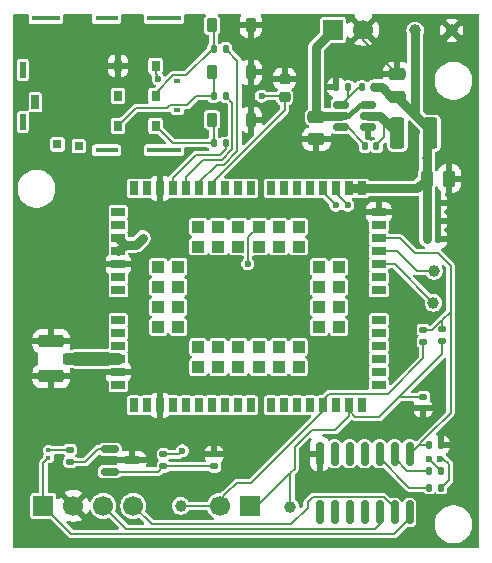
<source format=gbr>
%TF.GenerationSoftware,KiCad,Pcbnew,9.0.6*%
%TF.CreationDate,2025-12-31T00:22:08+05:30*%
%TF.ProjectId,c16qs-carrier-board,63313671-732d-4636-9172-726965722d62,rev?*%
%TF.SameCoordinates,Original*%
%TF.FileFunction,Copper,L1,Top*%
%TF.FilePolarity,Positive*%
%FSLAX46Y46*%
G04 Gerber Fmt 4.6, Leading zero omitted, Abs format (unit mm)*
G04 Created by KiCad (PCBNEW 9.0.6) date 2025-12-31 00:22:08*
%MOMM*%
%LPD*%
G01*
G04 APERTURE LIST*
G04 Aperture macros list*
%AMRoundRect*
0 Rectangle with rounded corners*
0 $1 Rounding radius*
0 $2 $3 $4 $5 $6 $7 $8 $9 X,Y pos of 4 corners*
0 Add a 4 corners polygon primitive as box body*
4,1,4,$2,$3,$4,$5,$6,$7,$8,$9,$2,$3,0*
0 Add four circle primitives for the rounded corners*
1,1,$1+$1,$2,$3*
1,1,$1+$1,$4,$5*
1,1,$1+$1,$6,$7*
1,1,$1+$1,$8,$9*
0 Add four rect primitives between the rounded corners*
20,1,$1+$1,$2,$3,$4,$5,0*
20,1,$1+$1,$4,$5,$6,$7,0*
20,1,$1+$1,$6,$7,$8,$9,0*
20,1,$1+$1,$8,$9,$2,$3,0*%
G04 Aperture macros list end*
%TA.AperFunction,SMDPad,CuDef*%
%ADD10RoundRect,0.135000X-0.185000X0.135000X-0.185000X-0.135000X0.185000X-0.135000X0.185000X0.135000X0*%
%TD*%
%TA.AperFunction,SMDPad,CuDef*%
%ADD11RoundRect,0.225000X-0.250000X0.225000X-0.250000X-0.225000X0.250000X-0.225000X0.250000X0.225000X0*%
%TD*%
%TA.AperFunction,SMDPad,CuDef*%
%ADD12RoundRect,0.140000X-0.140000X-0.170000X0.140000X-0.170000X0.140000X0.170000X-0.140000X0.170000X0*%
%TD*%
%TA.AperFunction,ComponentPad*%
%ADD13R,1.700000X1.700000*%
%TD*%
%TA.AperFunction,ComponentPad*%
%ADD14C,1.700000*%
%TD*%
%TA.AperFunction,SMDPad,CuDef*%
%ADD15RoundRect,0.250000X0.475000X-0.250000X0.475000X0.250000X-0.475000X0.250000X-0.475000X-0.250000X0*%
%TD*%
%TA.AperFunction,SMDPad,CuDef*%
%ADD16RoundRect,0.135000X0.135000X0.185000X-0.135000X0.185000X-0.135000X-0.185000X0.135000X-0.185000X0*%
%TD*%
%TA.AperFunction,SMDPad,CuDef*%
%ADD17RoundRect,0.150000X0.512500X0.150000X-0.512500X0.150000X-0.512500X-0.150000X0.512500X-0.150000X0*%
%TD*%
%TA.AperFunction,SMDPad,CuDef*%
%ADD18RoundRect,0.135000X-0.135000X-0.185000X0.135000X-0.185000X0.135000X0.185000X-0.135000X0.185000X0*%
%TD*%
%TA.AperFunction,SMDPad,CuDef*%
%ADD19RoundRect,0.250000X-0.375000X-1.075000X0.375000X-1.075000X0.375000X1.075000X-0.375000X1.075000X0*%
%TD*%
%TA.AperFunction,SMDPad,CuDef*%
%ADD20RoundRect,0.150000X-0.587500X-0.150000X0.587500X-0.150000X0.587500X0.150000X-0.587500X0.150000X0*%
%TD*%
%TA.AperFunction,SMDPad,CuDef*%
%ADD21RoundRect,0.250000X0.275000X0.250000X-0.275000X0.250000X-0.275000X-0.250000X0.275000X-0.250000X0*%
%TD*%
%TA.AperFunction,SMDPad,CuDef*%
%ADD22RoundRect,0.250000X0.850000X0.275000X-0.850000X0.275000X-0.850000X-0.275000X0.850000X-0.275000X0*%
%TD*%
%TA.AperFunction,SMDPad,CuDef*%
%ADD23RoundRect,0.225000X-0.225000X-0.375000X0.225000X-0.375000X0.225000X0.375000X-0.225000X0.375000X0*%
%TD*%
%TA.AperFunction,SMDPad,CuDef*%
%ADD24C,1.000000*%
%TD*%
%TA.AperFunction,SMDPad,CuDef*%
%ADD25RoundRect,0.150000X-0.150000X0.825000X-0.150000X-0.825000X0.150000X-0.825000X0.150000X0.825000X0*%
%TD*%
%TA.AperFunction,SMDPad,CuDef*%
%ADD26RoundRect,0.140000X-0.170000X0.140000X-0.170000X-0.140000X0.170000X-0.140000X0.170000X0.140000X0*%
%TD*%
%TA.AperFunction,SMDPad,CuDef*%
%ADD27RoundRect,0.100000X-0.100000X0.100000X-0.100000X-0.100000X0.100000X-0.100000X0.100000X0.100000X0*%
%TD*%
%TA.AperFunction,SMDPad,CuDef*%
%ADD28R,0.700000X0.900000*%
%TD*%
%TA.AperFunction,SMDPad,CuDef*%
%ADD29R,0.700000X0.700000*%
%TD*%
%TA.AperFunction,SMDPad,CuDef*%
%ADD30R,0.650000X1.200000*%
%TD*%
%TA.AperFunction,SMDPad,CuDef*%
%ADD31R,2.900000X0.450000*%
%TD*%
%TA.AperFunction,SMDPad,CuDef*%
%ADD32R,1.900000X0.450000*%
%TD*%
%TA.AperFunction,SMDPad,CuDef*%
%ADD33R,2.400000X0.450000*%
%TD*%
%TA.AperFunction,SMDPad,CuDef*%
%ADD34R,0.500000X1.400000*%
%TD*%
%TA.AperFunction,SMDPad,CuDef*%
%ADD35R,0.600000X0.300000*%
%TD*%
%TA.AperFunction,SMDPad,CuDef*%
%ADD36R,0.700000X0.750000*%
%TD*%
%TA.AperFunction,SMDPad,CuDef*%
%ADD37RoundRect,0.135000X0.185000X-0.135000X0.185000X0.135000X-0.185000X0.135000X-0.185000X-0.135000X0*%
%TD*%
%TA.AperFunction,SMDPad,CuDef*%
%ADD38R,0.700000X1.150000*%
%TD*%
%TA.AperFunction,SMDPad,CuDef*%
%ADD39R,1.150000X0.700000*%
%TD*%
%TA.AperFunction,SMDPad,CuDef*%
%ADD40R,1.000000X1.000000*%
%TD*%
%TA.AperFunction,SMDPad,CuDef*%
%ADD41RoundRect,0.250000X-0.250000X-0.475000X0.250000X-0.475000X0.250000X0.475000X-0.250000X0.475000X0*%
%TD*%
%TA.AperFunction,ViaPad*%
%ADD42C,0.800000*%
%TD*%
%TA.AperFunction,ViaPad*%
%ADD43C,0.600000*%
%TD*%
%TA.AperFunction,Conductor*%
%ADD44C,0.800000*%
%TD*%
%TA.AperFunction,Conductor*%
%ADD45C,0.200000*%
%TD*%
%TA.AperFunction,Conductor*%
%ADD46C,0.400000*%
%TD*%
%TA.AperFunction,Conductor*%
%ADD47C,1.000000*%
%TD*%
%TA.AperFunction,Conductor*%
%ADD48C,1.200000*%
%TD*%
G04 APERTURE END LIST*
D10*
%TO.P,R11,1*%
%TO.N,Net-(U1-NET_STATUS)*%
X123250000Y-91340000D03*
%TO.P,R11,2*%
%TO.N,Net-(Q1-B)*%
X123250000Y-92360000D03*
%TD*%
D11*
%TO.P,C10,1*%
%TO.N,GND*%
X133500000Y-59525000D03*
%TO.P,C10,2*%
%TO.N,Net-(J_SIM1-VCC)*%
X133500000Y-61075000D03*
%TD*%
D10*
%TO.P,R10,1*%
%TO.N,Net-(D2-K)*%
X115350000Y-90940000D03*
%TO.P,R10,2*%
%TO.N,Net-(Q1-C)*%
X115350000Y-91960000D03*
%TD*%
D12*
%TO.P,C6,1*%
%TO.N,Net-(U3-BST)*%
X140320000Y-65250000D03*
%TO.P,C6,2*%
%TO.N,Net-(U3-SW)*%
X141280000Y-65250000D03*
%TD*%
D10*
%TO.P,R2,1*%
%TO.N,Net-(U1-VDD_EXT)*%
X146800000Y-80740000D03*
%TO.P,R2,2*%
%TO.N,/RST*%
X146800000Y-81760000D03*
%TD*%
D12*
%TO.P,C9,1*%
%TO.N,Net-(U1-VDD_EXT)*%
X145770000Y-90550000D03*
%TO.P,C9,2*%
%TO.N,GND*%
X146730000Y-90550000D03*
%TD*%
D13*
%TO.P,J1,1,Pin_1*%
%TO.N,/+5V_IN*%
X137625000Y-55400000D03*
D14*
%TO.P,J1,2,Pin_2*%
%TO.N,GND*%
X140165000Y-55400000D03*
%TD*%
D13*
%TO.P,J2,1,Pin_1*%
%TO.N,/RST*%
X130550000Y-95700000D03*
D14*
%TO.P,J2,2,Pin_2*%
%TO.N,/PWR*%
X128010000Y-95700000D03*
%TD*%
D15*
%TO.P,C7,1*%
%TO.N,/VBAT*%
X143050000Y-61050000D03*
%TO.P,C7,2*%
%TO.N,GND*%
X143050000Y-59150000D03*
%TD*%
D16*
%TO.P,R4,1*%
%TO.N,Net-(U3-FB)*%
X138910000Y-60250000D03*
%TO.P,R4,2*%
%TO.N,GND*%
X137890000Y-60250000D03*
%TD*%
D12*
%TO.P,C4,1*%
%TO.N,/VBAT*%
X145520000Y-73100000D03*
%TO.P,C4,2*%
%TO.N,GND*%
X146480000Y-73100000D03*
%TD*%
D17*
%TO.P,U3,1,GND*%
%TO.N,GND*%
X140587500Y-63650000D03*
%TO.P,U3,2,SW*%
%TO.N,Net-(U3-SW)*%
X140587500Y-62700000D03*
%TO.P,U3,3,VIN*%
%TO.N,/+5V_IN*%
X140587500Y-61750000D03*
%TO.P,U3,4,FB*%
%TO.N,Net-(U3-FB)*%
X138312500Y-61750000D03*
%TO.P,U3,5,EN*%
%TO.N,/+5V_IN*%
X138312500Y-62700000D03*
%TO.P,U3,6,BST*%
%TO.N,Net-(U3-BST)*%
X138312500Y-63650000D03*
%TD*%
D18*
%TO.P,R5,1*%
%TO.N,Net-(U_UART_LS1-A2)*%
X145740000Y-94150000D03*
%TO.P,R5,2*%
%TO.N,Net-(U1-UART1_RXD)*%
X146760000Y-94150000D03*
%TD*%
D10*
%TO.P,R1,1*%
%TO.N,Net-(U1-VDD_EXT)*%
X145250000Y-80790000D03*
%TO.P,R1,2*%
%TO.N,/PWR*%
X145250000Y-81810000D03*
%TD*%
D19*
%TO.P,L1,1,1*%
%TO.N,Net-(U3-SW)*%
X143050000Y-64150000D03*
%TO.P,L1,2,2*%
%TO.N,/VBAT*%
X145850000Y-64150000D03*
%TD*%
D20*
%TO.P,Q1,1,C*%
%TO.N,Net-(Q1-C)*%
X118712500Y-90900000D03*
%TO.P,Q1,2,B*%
%TO.N,Net-(Q1-B)*%
X118712500Y-92800000D03*
%TO.P,Q1,3,E*%
%TO.N,GND*%
X120587500Y-91850000D03*
%TD*%
D18*
%TO.P,R9,1*%
%TO.N,Net-(D3-A1)*%
X127490000Y-65000000D03*
%TO.P,R9,2*%
%TO.N,Net-(U1-USIM_CLK)*%
X128510000Y-65000000D03*
%TD*%
%TO.P,R7,1*%
%TO.N,Net-(D1-A1)*%
X127490000Y-57000000D03*
%TO.P,R7,2*%
%TO.N,Net-(U1-USIM_RST)*%
X128510000Y-57000000D03*
%TD*%
D15*
%TO.P,C5,1*%
%TO.N,GND*%
X136200000Y-64650000D03*
%TO.P,C5,2*%
%TO.N,/+5V_IN*%
X136200000Y-62750000D03*
%TD*%
D12*
%TO.P,C2,1*%
%TO.N,/VBAT*%
X145520000Y-70050000D03*
%TO.P,C2,2*%
%TO.N,GND*%
X146480000Y-70050000D03*
%TD*%
D21*
%TO.P,J_RF1,1,In*%
%TO.N,Net-(J_RF1-In)*%
X115280000Y-83250000D03*
D22*
%TO.P,J_RF1,2,Ext*%
%TO.N,GND*%
X113755000Y-84725000D03*
X113755000Y-81775000D03*
%TD*%
D23*
%TO.P,D3,1,A1*%
%TO.N,Net-(D3-A1)*%
X127350000Y-63000000D03*
%TO.P,D3,2,A2*%
%TO.N,GND*%
X130650000Y-63000000D03*
%TD*%
D24*
%TO.P,TP2,1,1*%
%TO.N,/RST*%
X134000000Y-95800000D03*
%TD*%
D25*
%TO.P,U_UART_LS1,1,V_{CCA}*%
%TO.N,Net-(U1-VDD_EXT)*%
X144090000Y-91300000D03*
%TO.P,U_UART_LS1,2,A1*%
%TO.N,Net-(U_UART_LS1-A1)*%
X142820000Y-91300000D03*
%TO.P,U_UART_LS1,3,A2*%
%TO.N,Net-(U_UART_LS1-A2)*%
X141550000Y-91300000D03*
%TO.P,U_UART_LS1,4,A3*%
%TO.N,unconnected-(U_UART_LS1-A3-Pad4)*%
X140280000Y-91300000D03*
%TO.P,U_UART_LS1,5,A4*%
%TO.N,unconnected-(U_UART_LS1-A4-Pad5)*%
X139010000Y-91300000D03*
%TO.P,U_UART_LS1,6,NC*%
%TO.N,unconnected-(U_UART_LS1-NC-Pad6)*%
X137740000Y-91300000D03*
%TO.P,U_UART_LS1,7,GND*%
%TO.N,GND*%
X136470000Y-91300000D03*
%TO.P,U_UART_LS1,8,OE*%
%TO.N,unconnected-(U_UART_LS1-OE-Pad8)*%
X136470000Y-96250000D03*
%TO.P,U_UART_LS1,9,NC*%
%TO.N,unconnected-(U_UART_LS1-NC-Pad9)*%
X137740000Y-96250000D03*
%TO.P,U_UART_LS1,10,B4*%
%TO.N,unconnected-(U_UART_LS1-B4-Pad10)*%
X139010000Y-96250000D03*
%TO.P,U_UART_LS1,11,B3*%
%TO.N,unconnected-(U_UART_LS1-B3-Pad11)*%
X140280000Y-96250000D03*
%TO.P,U_UART_LS1,12,B2*%
%TO.N,/UART_TX_3V3*%
X141550000Y-96250000D03*
%TO.P,U_UART_LS1,13,B1*%
%TO.N,/UART_RX_3V3*%
X142820000Y-96250000D03*
%TO.P,U_UART_LS1,14,V_{CCB}*%
%TO.N,/3V3*%
X144090000Y-96250000D03*
%TD*%
D18*
%TO.P,R6,1*%
%TO.N,Net-(U_UART_LS1-A1)*%
X145740000Y-92750000D03*
%TO.P,R6,2*%
%TO.N,Net-(U1-UART1_TXD)*%
X146760000Y-92750000D03*
%TD*%
D26*
%TO.P,C8,1*%
%TO.N,/RST*%
X145250000Y-86470000D03*
%TO.P,C8,2*%
%TO.N,GND*%
X145250000Y-87430000D03*
%TD*%
D16*
%TO.P,R3,1*%
%TO.N,/VBAT*%
X141060000Y-60250000D03*
%TO.P,R3,2*%
%TO.N,Net-(U3-FB)*%
X140040000Y-60250000D03*
%TD*%
D12*
%TO.P,C3,1*%
%TO.N,/VBAT*%
X145520000Y-71550000D03*
%TO.P,C3,2*%
%TO.N,GND*%
X146480000Y-71550000D03*
%TD*%
D24*
%TO.P,TP4,1,1*%
%TO.N,GND*%
X147650000Y-55450000D03*
%TD*%
D18*
%TO.P,R8,1*%
%TO.N,Net-(D4-A1)*%
X127490000Y-61000000D03*
%TO.P,R8,2*%
%TO.N,Net-(U1-USIM_DATA)*%
X128510000Y-61000000D03*
%TD*%
D27*
%TO.P,D2,1,K*%
%TO.N,Net-(D2-K)*%
X113500000Y-90980000D03*
%TO.P,D2,2,A*%
%TO.N,/3V3*%
X113500000Y-91620000D03*
%TD*%
D23*
%TO.P,D1,1,A1*%
%TO.N,Net-(D1-A1)*%
X127350000Y-55000000D03*
%TO.P,D1,2,A2*%
%TO.N,GND*%
X130650000Y-55000000D03*
%TD*%
D24*
%TO.P,TP6,1,1*%
%TO.N,Net-(U1-UART0_RXD)*%
X146150000Y-75800000D03*
%TD*%
D28*
%TO.P,J_SIM1,C1,VCC*%
%TO.N,Net-(J_SIM1-VCC)*%
X122575000Y-58440000D03*
%TO.P,J_SIM1,C2,RST*%
%TO.N,Net-(D1-A1)*%
X122575000Y-60980000D03*
%TO.P,J_SIM1,C3,CLK*%
%TO.N,Net-(D3-A1)*%
X122575000Y-63520000D03*
%TO.P,J_SIM1,C5,GND*%
%TO.N,GND*%
X119405000Y-58440000D03*
%TO.P,J_SIM1,C6,VPP/SWP*%
%TO.N,unconnected-(J_SIM1-VPP{slash}SWP-PadC6)*%
X119405000Y-60980000D03*
%TO.P,J_SIM1,C7,I/O*%
%TO.N,Net-(D4-A1)*%
X119405000Y-63520000D03*
D29*
%TO.P,J_SIM1,CSW,CSW*%
%TO.N,unconnected-(J_SIM1-PadCSW)*%
X116075000Y-65250000D03*
D30*
%TO.P,J_SIM1,DSW,DSW*%
%TO.N,unconnected-(J_SIM1-PadDSW)*%
X112400000Y-61530000D03*
D31*
%TO.P,J_SIM1,SH,SH*%
%TO.N,unconnected-(J_SIM1-PadSH)_9*%
X123275000Y-54425000D03*
D32*
%TO.N,unconnected-(J_SIM1-PadSH)_7*%
X118425000Y-54425000D03*
D33*
%TO.N,unconnected-(J_SIM1-PadSH)_3*%
X113275000Y-54425000D03*
D34*
%TO.N,unconnected-(J_SIM1-PadSH)_5*%
X111325000Y-58780000D03*
D35*
%TO.N,unconnected-(J_SIM1-PadSH)_1*%
X124425000Y-59760000D03*
%TO.N,unconnected-(J_SIM1-PadSH)*%
X124425000Y-62200000D03*
D34*
%TO.N,unconnected-(J_SIM1-PadSH)_8*%
X111325000Y-63200000D03*
D36*
%TO.N,unconnected-(J_SIM1-PadSH)_2*%
X114275000Y-65075000D03*
D31*
%TO.N,unconnected-(J_SIM1-PadSH)_4*%
X123275000Y-65575000D03*
D32*
%TO.N,unconnected-(J_SIM1-PadSH)_6*%
X118425000Y-65575000D03*
%TD*%
D37*
%TO.P,R12,1*%
%TO.N,Net-(Q1-B)*%
X127550000Y-92360000D03*
%TO.P,R12,2*%
%TO.N,GND*%
X127550000Y-91340000D03*
%TD*%
D23*
%TO.P,D4,1,A1*%
%TO.N,Net-(D4-A1)*%
X127350000Y-59000000D03*
%TO.P,D4,2,A2*%
%TO.N,GND*%
X130650000Y-59000000D03*
%TD*%
D24*
%TO.P,TP5,1,1*%
%TO.N,Net-(U1-UART0_TXD)*%
X146100000Y-78500000D03*
%TD*%
%TO.P,TP3,1,1*%
%TO.N,/VBAT*%
X144550000Y-55450000D03*
%TD*%
D38*
%TO.P,U1,1*%
%TO.N,N/C*%
X120750000Y-87180000D03*
%TO.P,U1,2*%
X121850000Y-87180000D03*
%TO.P,U1,3,GND*%
%TO.N,GND*%
X122950000Y-87180000D03*
%TO.P,U1,4*%
%TO.N,N/C*%
X124050000Y-87180000D03*
%TO.P,U1,5*%
X125150000Y-87180000D03*
%TO.P,U1,6*%
X126250000Y-87180000D03*
%TO.P,U1,7*%
X127350000Y-87180000D03*
%TO.P,U1,8*%
X128450000Y-87180000D03*
%TO.P,U1,9*%
X129550000Y-87180000D03*
%TO.P,U1,10*%
X130650000Y-87180000D03*
%TO.P,U1,11*%
X132350000Y-87180000D03*
%TO.P,U1,12*%
X133450000Y-87180000D03*
%TO.P,U1,13*%
X134550000Y-87180000D03*
%TO.P,U1,14*%
X135650000Y-87180000D03*
%TO.P,U1,15,PWRKEY_N*%
%TO.N,/PWR*%
X136750000Y-87180000D03*
%TO.P,U1,16*%
%TO.N,N/C*%
X137850000Y-87180000D03*
%TO.P,U1,17,RSTN*%
%TO.N,/RST*%
X138950000Y-87180000D03*
%TO.P,U1,18*%
%TO.N,N/C*%
X140050000Y-87180000D03*
D39*
%TO.P,U1,19*%
X141480000Y-85450000D03*
%TO.P,U1,20*%
X141480000Y-84350000D03*
%TO.P,U1,21*%
X141480000Y-83250000D03*
%TO.P,U1,22*%
X141480000Y-82150000D03*
%TO.P,U1,23*%
X141480000Y-81050000D03*
%TO.P,U1,24*%
X141480000Y-79950000D03*
%TO.P,U1,25*%
X141480000Y-77450000D03*
%TO.P,U1,26*%
X141480000Y-76350000D03*
%TO.P,U1,27,UART0_TXD*%
%TO.N,Net-(U1-UART0_TXD)*%
X141480000Y-75250000D03*
%TO.P,U1,28,UART0_RXD*%
%TO.N,Net-(U1-UART0_RXD)*%
X141480000Y-74150000D03*
%TO.P,U1,29,VDD_EXT*%
%TO.N,Net-(U1-VDD_EXT)*%
X141480000Y-73050000D03*
%TO.P,U1,30*%
%TO.N,N/C*%
X141480000Y-71950000D03*
%TO.P,U1,31,GND*%
%TO.N,GND*%
X141480000Y-70850000D03*
D38*
%TO.P,U1,32,VBAT_BB*%
%TO.N,/VBAT*%
X140050000Y-68820000D03*
%TO.P,U1,33,VBAT_BB*%
X138950000Y-68820000D03*
%TO.P,U1,34,UART1_RXD*%
%TO.N,Net-(U1-UART1_RXD)*%
X137850000Y-68820000D03*
%TO.P,U1,35,UART1_TXD*%
%TO.N,Net-(U1-UART1_TXD)*%
X136750000Y-68820000D03*
%TO.P,U1,36*%
%TO.N,N/C*%
X135650000Y-68820000D03*
%TO.P,U1,37*%
X134550000Y-68820000D03*
%TO.P,U1,38*%
X133450000Y-68820000D03*
%TO.P,U1,39*%
X132350000Y-68820000D03*
%TO.P,U1,40*%
X130650000Y-68820000D03*
%TO.P,U1,41*%
X129550000Y-68820000D03*
%TO.P,U1,42*%
X128450000Y-68820000D03*
%TO.P,U1,43,USIM_VDD*%
%TO.N,Net-(J_SIM1-VCC)*%
X127350000Y-68820000D03*
%TO.P,U1,44,USIM_RST*%
%TO.N,Net-(U1-USIM_RST)*%
X126250000Y-68820000D03*
%TO.P,U1,45,USIM_DATA*%
%TO.N,Net-(U1-USIM_DATA)*%
X125150000Y-68820000D03*
%TO.P,U1,46,USIM_CLK*%
%TO.N,Net-(U1-USIM_CLK)*%
X124050000Y-68820000D03*
%TO.P,U1,47,GND*%
%TO.N,GND*%
X122950000Y-68820000D03*
%TO.P,U1,48*%
%TO.N,N/C*%
X121850000Y-68820000D03*
%TO.P,U1,49*%
X120750000Y-68820000D03*
D39*
%TO.P,U1,50*%
X119420000Y-70850000D03*
%TO.P,U1,51*%
X119420000Y-71950000D03*
%TO.P,U1,52,VBAT_RF*%
%TO.N,/VBAT*%
X119420000Y-73050000D03*
%TO.P,U1,53,VBAT_RF*%
X119420000Y-74150000D03*
%TO.P,U1,54,GND*%
%TO.N,GND*%
X119420000Y-75250000D03*
%TO.P,U1,55*%
%TO.N,N/C*%
X119420000Y-76350000D03*
%TO.P,U1,56*%
X119420000Y-77450000D03*
%TO.P,U1,57*%
X119420000Y-79950000D03*
%TO.P,U1,58*%
X119420000Y-81050000D03*
%TO.P,U1,59*%
X119420000Y-82150000D03*
%TO.P,U1,60,ANT_LTE*%
%TO.N,Net-(J_RF1-In)*%
X119420000Y-83250000D03*
%TO.P,U1,61,GND*%
%TO.N,GND*%
X119420000Y-84350000D03*
%TO.P,U1,62*%
%TO.N,N/C*%
X119420000Y-85450000D03*
D40*
%TO.P,U1,63*%
X126200000Y-83950000D03*
%TO.P,U1,64*%
X127900000Y-83950000D03*
%TO.P,U1,65*%
X129600000Y-83950000D03*
%TO.P,U1,66*%
X131300000Y-83950000D03*
%TO.P,U1,67*%
X133000000Y-83950000D03*
%TO.P,U1,68*%
X134700000Y-83950000D03*
%TO.P,U1,69*%
X138100000Y-80550000D03*
%TO.P,U1,70*%
X138100000Y-78850000D03*
%TO.P,U1,71*%
X138100000Y-77150000D03*
%TO.P,U1,72*%
X138100000Y-75450000D03*
%TO.P,U1,73*%
X134700000Y-72050000D03*
%TO.P,U1,74*%
X133000000Y-72050000D03*
%TO.P,U1,75,NET_STATUS*%
%TO.N,Net-(U1-NET_STATUS)*%
X131300000Y-72050000D03*
%TO.P,U1,76*%
%TO.N,N/C*%
X129600000Y-72050000D03*
%TO.P,U1,77*%
X127900000Y-72050000D03*
%TO.P,U1,78*%
X126200000Y-72050000D03*
%TO.P,U1,79*%
X122800000Y-75450000D03*
%TO.P,U1,80*%
X122800000Y-77150000D03*
%TO.P,U1,81*%
X122800000Y-78850000D03*
%TO.P,U1,82*%
X122800000Y-80550000D03*
%TO.P,U1,83*%
X126200000Y-82250000D03*
%TO.P,U1,84*%
X127900000Y-82250000D03*
%TO.P,U1,85*%
X129600000Y-82250000D03*
%TO.P,U1,86*%
X131300000Y-82250000D03*
%TO.P,U1,87*%
X133000000Y-82250000D03*
%TO.P,U1,88*%
X134700000Y-82250000D03*
%TO.P,U1,89*%
X136400000Y-80550000D03*
%TO.P,U1,90*%
X136400000Y-78850000D03*
%TO.P,U1,91*%
X136400000Y-77150000D03*
%TO.P,U1,92*%
X136400000Y-75450000D03*
%TO.P,U1,93*%
X134700000Y-73750000D03*
%TO.P,U1,94*%
X133000000Y-73750000D03*
%TO.P,U1,95*%
X131300000Y-73750000D03*
%TO.P,U1,96*%
X129600000Y-73750000D03*
%TO.P,U1,97*%
X127900000Y-73750000D03*
%TO.P,U1,98*%
X126200000Y-73750000D03*
%TO.P,U1,99*%
X124500000Y-75450000D03*
%TO.P,U1,100*%
X124500000Y-77150000D03*
%TO.P,U1,101*%
X124500000Y-78850000D03*
%TO.P,U1,102*%
X124500000Y-80550000D03*
%TD*%
D13*
%TO.P,J_UART1,1,Pin_1*%
%TO.N,/3V3*%
X113080000Y-95700000D03*
D14*
%TO.P,J_UART1,2,Pin_2*%
%TO.N,GND*%
X115620000Y-95700000D03*
%TO.P,J_UART1,3,Pin_3*%
%TO.N,/UART_TX_3V3*%
X118160000Y-95700000D03*
%TO.P,J_UART1,4,Pin_4*%
%TO.N,/UART_RX_3V3*%
X120700000Y-95700000D03*
%TD*%
D41*
%TO.P,C1,1*%
%TO.N,/VBAT*%
X145550000Y-68000000D03*
%TO.P,C1,2*%
%TO.N,GND*%
X147450000Y-68000000D03*
%TD*%
D24*
%TO.P,TP1,1,1*%
%TO.N,/PWR*%
X124700000Y-95700000D03*
%TD*%
D42*
%TO.N,/VBAT*%
X145550000Y-66250000D03*
D43*
X121500000Y-73000000D03*
%TO.N,GND*%
X114700000Y-77900000D03*
X147750000Y-89150000D03*
X146300000Y-85300000D03*
X145450000Y-61900000D03*
X112600000Y-77900000D03*
X138450000Y-72900000D03*
X112550000Y-86950000D03*
X131950000Y-57050000D03*
X115550000Y-86950000D03*
X140587500Y-63650000D03*
%TO.N,Net-(J_SIM1-VCC)*%
X122800000Y-59550000D03*
X131550000Y-61000000D03*
%TO.N,Net-(U1-UART1_RXD)*%
X146650000Y-91700000D03*
X138850000Y-70250000D03*
%TO.N,Net-(U1-UART1_TXD)*%
X137850000Y-70250000D03*
X145700000Y-91700000D03*
%TO.N,Net-(U1-NET_STATUS)*%
X130400000Y-75200000D03*
X124850000Y-91050000D03*
%TD*%
D44*
%TO.N,/VBAT*%
X119970000Y-73600000D02*
X119420000Y-74150000D01*
X145550000Y-68000000D02*
X145550000Y-70020000D01*
X145520000Y-71550000D02*
X145520000Y-73100000D01*
X141750000Y-60250000D02*
X142550000Y-61050000D01*
X121500000Y-73000000D02*
X120900000Y-73600000D01*
X145520000Y-70050000D02*
X145520000Y-71550000D01*
X140050000Y-68820000D02*
X138950000Y-68820000D01*
X145550000Y-64450000D02*
X145550000Y-66250000D01*
X145850000Y-64150000D02*
X145550000Y-64450000D01*
X141060000Y-60250000D02*
X141750000Y-60250000D01*
X120900000Y-73600000D02*
X119970000Y-73600000D01*
X140050000Y-68820000D02*
X144730000Y-68820000D01*
X119420000Y-73050000D02*
X119970000Y-73600000D01*
X143050000Y-61050000D02*
X145850000Y-63850000D01*
X145550000Y-70020000D02*
X145520000Y-70050000D01*
X144550000Y-62550000D02*
X144550000Y-55450000D01*
X144730000Y-68820000D02*
X145550000Y-68000000D01*
X145550000Y-66250000D02*
X145550000Y-68000000D01*
X142550000Y-61050000D02*
X143050000Y-61050000D01*
D45*
%TO.N,GND*%
X140165000Y-56265000D02*
X143050000Y-59150000D01*
X146480000Y-70050000D02*
X146480000Y-70020000D01*
X140165000Y-55400000D02*
X140165000Y-56265000D01*
X130650000Y-59000000D02*
X130800000Y-59000000D01*
X137890000Y-57675000D02*
X140165000Y-55400000D01*
X137890000Y-60250000D02*
X137890000Y-57675000D01*
%TO.N,/+5V_IN*%
X140233032Y-61750000D02*
X140587500Y-61750000D01*
D44*
X138312500Y-62700000D02*
X136250000Y-62700000D01*
D46*
X139850000Y-61750000D02*
X140233032Y-61750000D01*
D44*
X136150000Y-62600000D02*
X136150000Y-56875000D01*
D46*
X138900000Y-62700000D02*
X139850000Y-61750000D01*
X138312500Y-62700000D02*
X138900000Y-62700000D01*
D44*
X136150000Y-56875000D02*
X137625000Y-55400000D01*
D45*
%TO.N,Net-(U3-BST)*%
X140170000Y-64970000D02*
X138850000Y-63650000D01*
X140170000Y-65250000D02*
X140170000Y-64970000D01*
X138850000Y-63650000D02*
X138312500Y-63650000D01*
D44*
%TO.N,Net-(U3-SW)*%
X143050000Y-64150000D02*
X141600000Y-62700000D01*
D45*
X141280000Y-65250000D02*
X141280000Y-65170000D01*
X142550000Y-63650000D02*
X143050000Y-64150000D01*
X141280000Y-65170000D02*
X141950000Y-64500000D01*
D44*
X141600000Y-62700000D02*
X140587500Y-62700000D01*
D45*
X141950000Y-64500000D02*
X141950000Y-63050000D01*
%TO.N,/RST*%
X134350000Y-90700000D02*
X135800000Y-89250000D01*
X130550000Y-95700000D02*
X130650000Y-95800000D01*
X138950000Y-87607000D02*
X138950000Y-87180000D01*
X146800000Y-81760000D02*
X146800000Y-82867100D01*
X134350000Y-92550000D02*
X134350000Y-90700000D01*
X139493000Y-88150000D02*
X138950000Y-87607000D01*
X137800000Y-89250000D02*
X138950000Y-88100000D01*
X130650000Y-95800000D02*
X131100000Y-95800000D01*
X135800000Y-89250000D02*
X137800000Y-89250000D01*
X138950000Y-88100000D02*
X138950000Y-87180000D01*
X141517100Y-88150000D02*
X139493000Y-88150000D01*
X146800000Y-82867100D02*
X143167100Y-86500000D01*
X145220000Y-86500000D02*
X143167100Y-86500000D01*
X134000000Y-92900000D02*
X134350000Y-92550000D01*
X131100000Y-95800000D02*
X134000000Y-92900000D01*
X143167100Y-86500000D02*
X141517100Y-88150000D01*
X145250000Y-86470000D02*
X145220000Y-86500000D01*
X134000000Y-95800000D02*
X134000000Y-92900000D01*
%TO.N,Net-(U1-VDD_EXT)*%
X146010000Y-80790000D02*
X146800000Y-80000000D01*
X144850000Y-90550000D02*
X145770000Y-90550000D01*
X146800000Y-80740000D02*
X146800000Y-80000000D01*
X147550000Y-87840000D02*
X145770000Y-89620000D01*
X147550000Y-79250000D02*
X147550000Y-87840000D01*
X144845000Y-90545000D02*
X144850000Y-90550000D01*
X145770000Y-89620000D02*
X144090000Y-91300000D01*
X143300000Y-73050000D02*
X141480000Y-73050000D01*
X147550000Y-79250000D02*
X147550000Y-75350000D01*
X146500000Y-74300000D02*
X144550000Y-74300000D01*
X146800000Y-80000000D02*
X147550000Y-79250000D01*
X144550000Y-74300000D02*
X143300000Y-73050000D01*
X145250000Y-80790000D02*
X146010000Y-80790000D01*
X147550000Y-75350000D02*
X146500000Y-74300000D01*
%TO.N,Net-(J_SIM1-VCC)*%
X132700000Y-63001300D02*
X127350000Y-68351300D01*
X132700000Y-63000000D02*
X132700000Y-63001300D01*
X127350000Y-68351300D02*
X127350000Y-68820000D01*
X122800000Y-59400000D02*
X122800000Y-59550000D01*
X122575000Y-59175000D02*
X122800000Y-59400000D01*
X122575000Y-58440000D02*
X122575000Y-59175000D01*
X131550000Y-61000000D02*
X133425000Y-61000000D01*
X133425000Y-61000000D02*
X133500000Y-61075000D01*
X133500000Y-62200000D02*
X132700000Y-63000000D01*
X133500000Y-61075000D02*
X133500000Y-62200000D01*
%TO.N,Net-(D1-A1)*%
X127490000Y-57000000D02*
X127400000Y-57000000D01*
X125150000Y-59250000D02*
X124050000Y-59250000D01*
X127400000Y-57000000D02*
X125150000Y-59250000D01*
X127490000Y-55140000D02*
X127350000Y-55000000D01*
X122575000Y-60725000D02*
X122575000Y-60980000D01*
X127490000Y-57000000D02*
X127490000Y-55140000D01*
X124050000Y-59250000D02*
X122575000Y-60725000D01*
%TO.N,Net-(D2-K)*%
X115310000Y-90980000D02*
X115350000Y-90940000D01*
X113500000Y-90980000D02*
X115310000Y-90980000D01*
%TO.N,/3V3*%
X113080000Y-95700000D02*
X113080000Y-92040000D01*
X115431000Y-98051000D02*
X142799000Y-98051000D01*
X113080000Y-95700000D02*
X115431000Y-98051000D01*
X142799000Y-98051000D02*
X144090000Y-96760000D01*
X113080000Y-92040000D02*
X113500000Y-91620000D01*
X144090000Y-96760000D02*
X144090000Y-96250000D01*
%TO.N,Net-(D3-A1)*%
X127490000Y-65000000D02*
X127490000Y-63140000D01*
X124055000Y-65000000D02*
X122575000Y-63520000D01*
X127490000Y-65000000D02*
X124055000Y-65000000D01*
X127490000Y-63140000D02*
X127350000Y-63000000D01*
%TO.N,Net-(D4-A1)*%
X125251000Y-61749000D02*
X126000000Y-61000000D01*
X127490000Y-61000000D02*
X127490000Y-59140000D01*
X126000000Y-61000000D02*
X127490000Y-61000000D01*
X123573000Y-62000000D02*
X123824000Y-61749000D01*
X119405000Y-63520000D02*
X120925000Y-62000000D01*
X120925000Y-62000000D02*
X123573000Y-62000000D01*
X127490000Y-59140000D02*
X127350000Y-59000000D01*
X123824000Y-61749000D02*
X125251000Y-61749000D01*
%TO.N,/PWR*%
X129450000Y-93750000D02*
X128561000Y-94639000D01*
X145250000Y-83200000D02*
X142250000Y-86200000D01*
X124700000Y-95700000D02*
X128010000Y-95700000D01*
X128561000Y-94639000D02*
X128561000Y-94649000D01*
X136750000Y-86753000D02*
X136750000Y-87180000D01*
X136750000Y-87180000D02*
X136750000Y-87700000D01*
X145250000Y-81810000D02*
X145250000Y-83200000D01*
X137303000Y-86200000D02*
X136750000Y-86753000D01*
X128010000Y-95200000D02*
X128010000Y-95700000D01*
X130700000Y-93750000D02*
X129450000Y-93750000D01*
X142250000Y-86200000D02*
X137303000Y-86200000D01*
X136750000Y-87700000D02*
X130700000Y-93750000D01*
X128561000Y-94649000D02*
X128010000Y-95200000D01*
D47*
%TO.N,Net-(J_RF1-In)*%
X119420000Y-83250000D02*
X118450000Y-83250000D01*
D48*
X118450000Y-83250000D02*
X115850000Y-83250000D01*
D45*
%TO.N,/UART_TX_3V3*%
X118160000Y-95700000D02*
X120110000Y-97650000D01*
X141550000Y-97224999D02*
X141550000Y-96250000D01*
X120110000Y-97650000D02*
X141124999Y-97650000D01*
X141124999Y-97650000D02*
X141550000Y-97224999D01*
%TO.N,/UART_RX_3V3*%
X142820000Y-95870000D02*
X142820000Y-96250000D01*
X120700000Y-95700000D02*
X122250000Y-97250000D01*
X135450000Y-95400000D02*
X135900000Y-94950000D01*
X135450000Y-95850000D02*
X135450000Y-95400000D01*
X141900000Y-94950000D02*
X142820000Y-95870000D01*
X134050000Y-97250000D02*
X135450000Y-95850000D01*
X122250000Y-97250000D02*
X134050000Y-97250000D01*
X135900000Y-94950000D02*
X141900000Y-94950000D01*
%TO.N,Net-(Q1-C)*%
X115350000Y-91960000D02*
X116640000Y-91960000D01*
X116640000Y-91960000D02*
X117700000Y-90900000D01*
X117700000Y-90900000D02*
X118712500Y-90900000D01*
%TO.N,Net-(Q1-B)*%
X123250000Y-92360000D02*
X127550000Y-92360000D01*
X118712500Y-92800000D02*
X122810000Y-92800000D01*
X122810000Y-92800000D02*
X123250000Y-92360000D01*
%TO.N,Net-(U3-FB)*%
X138312500Y-61750000D02*
X138850000Y-61750000D01*
X138312500Y-61750000D02*
X138910000Y-61152500D01*
X138910000Y-61152500D02*
X138910000Y-60250000D01*
X138910000Y-61127500D02*
X139787500Y-60250000D01*
X139787500Y-60250000D02*
X140040000Y-60250000D01*
%TO.N,Net-(U1-UART1_RXD)*%
X147400000Y-92150000D02*
X147400000Y-93510000D01*
X137850000Y-68820000D02*
X137850000Y-69250000D01*
X147400000Y-93510000D02*
X146760000Y-94150000D01*
X146650000Y-91700000D02*
X146950000Y-91700000D01*
X137850000Y-69250000D02*
X138850000Y-70250000D01*
X146950000Y-91700000D02*
X147400000Y-92150000D01*
%TO.N,Net-(U_UART_LS1-A2)*%
X144050000Y-94150000D02*
X141550000Y-91650000D01*
X145740000Y-94150000D02*
X144050000Y-94150000D01*
X141550000Y-91650000D02*
X141550000Y-91300000D01*
%TO.N,Net-(U1-UART1_TXD)*%
X145700000Y-91700000D02*
X146550000Y-92550000D01*
X136750000Y-68820000D02*
X136750000Y-69150000D01*
X146550000Y-92730000D02*
X146570000Y-92750000D01*
X146550000Y-92550000D02*
X146550000Y-92730000D01*
X136750000Y-69150000D02*
X137850000Y-70250000D01*
X146570000Y-92750000D02*
X146760000Y-92750000D01*
%TO.N,Net-(U_UART_LS1-A1)*%
X142820000Y-91670000D02*
X142820000Y-91300000D01*
X143900000Y-92750000D02*
X142820000Y-91670000D01*
X145740000Y-92750000D02*
X143900000Y-92750000D01*
%TO.N,Net-(U1-USIM_RST)*%
X129510000Y-65624200D02*
X129510000Y-58000000D01*
X129510000Y-58000000D02*
X128510000Y-57000000D01*
X127765100Y-66802000D02*
X128332200Y-66802000D01*
X126250000Y-68317100D02*
X127765100Y-66802000D01*
X126250000Y-68820000D02*
X126250000Y-68317100D01*
X128332200Y-66802000D02*
X129510000Y-65624200D01*
%TO.N,Net-(U1-USIM_DATA)*%
X125150000Y-67850000D02*
X126599000Y-66401000D01*
X129081000Y-65486100D02*
X129081000Y-61571000D01*
X129081000Y-61571000D02*
X128510000Y-61000000D01*
X125150000Y-68820000D02*
X125150000Y-67850000D01*
X128166100Y-66401000D02*
X129081000Y-65486100D01*
X126599000Y-66401000D02*
X128166100Y-66401000D01*
%TO.N,Net-(U1-USIM_CLK)*%
X124050000Y-67950000D02*
X126000000Y-66000000D01*
X128510000Y-65000000D02*
X128510000Y-65490000D01*
X124050000Y-68820000D02*
X124050000Y-67950000D01*
X126000000Y-66000000D02*
X128000000Y-66000000D01*
X128510000Y-65490000D02*
X128000000Y-66000000D01*
%TO.N,Net-(U1-NET_STATUS)*%
X130400000Y-72950000D02*
X130400000Y-75200000D01*
X124560000Y-91340000D02*
X124850000Y-91050000D01*
X131300000Y-72050000D02*
X130400000Y-72950000D01*
X123250000Y-91340000D02*
X124560000Y-91340000D01*
%TO.N,Net-(U1-UART0_TXD)*%
X141480000Y-75250000D02*
X142850000Y-75250000D01*
X142850000Y-75250000D02*
X146100000Y-78500000D01*
%TO.N,Net-(U1-UART0_RXD)*%
X144700000Y-75800000D02*
X146150000Y-75800000D01*
X141480000Y-74150000D02*
X143050000Y-74150000D01*
X143050000Y-74150000D02*
X144700000Y-75800000D01*
%TD*%
%TA.AperFunction,Conductor*%
%TO.N,GND*%
G36*
X111767539Y-54070185D02*
G01*
X111813294Y-54122989D01*
X111824500Y-54174500D01*
X111824500Y-54674678D01*
X111839032Y-54747735D01*
X111839033Y-54747739D01*
X111839034Y-54747740D01*
X111894399Y-54830601D01*
X111970998Y-54881782D01*
X111977260Y-54885966D01*
X111977264Y-54885967D01*
X112050321Y-54900499D01*
X112050324Y-54900500D01*
X112050326Y-54900500D01*
X114499676Y-54900500D01*
X114499677Y-54900499D01*
X114572740Y-54885966D01*
X114655601Y-54830601D01*
X114710966Y-54747740D01*
X114725500Y-54674674D01*
X114725500Y-54175326D01*
X114725500Y-54174500D01*
X114745185Y-54107461D01*
X114797989Y-54061706D01*
X114849500Y-54050500D01*
X117100500Y-54050500D01*
X117167539Y-54070185D01*
X117213294Y-54122989D01*
X117224500Y-54174500D01*
X117224500Y-54674678D01*
X117239032Y-54747735D01*
X117239033Y-54747739D01*
X117239034Y-54747740D01*
X117294399Y-54830601D01*
X117370998Y-54881782D01*
X117377260Y-54885966D01*
X117377264Y-54885967D01*
X117450321Y-54900499D01*
X117450324Y-54900500D01*
X117450326Y-54900500D01*
X119399676Y-54900500D01*
X119399677Y-54900499D01*
X119472740Y-54885966D01*
X119555601Y-54830601D01*
X119610966Y-54747740D01*
X119625500Y-54674674D01*
X119625500Y-54175326D01*
X119625500Y-54174500D01*
X119645185Y-54107461D01*
X119697989Y-54061706D01*
X119749500Y-54050500D01*
X121450500Y-54050500D01*
X121517539Y-54070185D01*
X121563294Y-54122989D01*
X121574500Y-54174500D01*
X121574500Y-54674678D01*
X121589032Y-54747735D01*
X121589033Y-54747739D01*
X121589034Y-54747740D01*
X121644399Y-54830601D01*
X121720998Y-54881782D01*
X121727260Y-54885966D01*
X121727264Y-54885967D01*
X121800321Y-54900499D01*
X121800324Y-54900500D01*
X121800326Y-54900500D01*
X124749676Y-54900500D01*
X124749677Y-54900499D01*
X124822740Y-54885966D01*
X124905601Y-54830601D01*
X124960966Y-54747740D01*
X124975500Y-54674674D01*
X124975500Y-54175326D01*
X124975500Y-54174500D01*
X124995185Y-54107461D01*
X125047989Y-54061706D01*
X125099500Y-54050500D01*
X126726427Y-54050500D01*
X126793466Y-54070185D01*
X126839221Y-54122989D01*
X126849165Y-54192147D01*
X126820140Y-54255703D01*
X126800743Y-54273761D01*
X126785313Y-54285313D01*
X126785312Y-54285314D01*
X126703373Y-54394771D01*
X126655587Y-54522889D01*
X126649500Y-54579498D01*
X126649500Y-55420481D01*
X126649501Y-55420490D01*
X126655587Y-55477114D01*
X126698809Y-55592993D01*
X126703372Y-55605226D01*
X126785313Y-55714687D01*
X126894774Y-55796628D01*
X127022886Y-55844412D01*
X127028756Y-55845043D01*
X127093305Y-55871780D01*
X127133154Y-55929172D01*
X127139500Y-55968332D01*
X127139500Y-56433959D01*
X127119815Y-56500998D01*
X127103181Y-56521640D01*
X127036923Y-56587897D01*
X127036921Y-56587900D01*
X126980419Y-56703478D01*
X126980418Y-56703480D01*
X126980418Y-56703482D01*
X126969500Y-56778418D01*
X126969500Y-56778423D01*
X126969500Y-56883456D01*
X126949815Y-56950495D01*
X126933181Y-56971137D01*
X125041137Y-58863181D01*
X124979814Y-58896666D01*
X124953456Y-58899500D01*
X124003856Y-58899500D01*
X123914712Y-58923386D01*
X123914709Y-58923387D01*
X123834791Y-58969527D01*
X123834786Y-58969531D01*
X123483553Y-59320763D01*
X123468437Y-59329016D01*
X123456380Y-59341317D01*
X123438406Y-59345414D01*
X123422230Y-59354248D01*
X123405051Y-59353019D01*
X123388259Y-59356848D01*
X123370924Y-59350578D01*
X123352538Y-59349264D01*
X123338468Y-59338840D01*
X123322554Y-59333085D01*
X123306445Y-59315116D01*
X123297350Y-59308378D01*
X123292490Y-59302020D01*
X123240509Y-59211985D01*
X123169128Y-59140604D01*
X123164123Y-59134055D01*
X123154426Y-59108829D01*
X123141479Y-59085117D01*
X123142080Y-59076707D01*
X123139055Y-59068837D01*
X123144535Y-59042376D01*
X123146463Y-59015425D01*
X123152602Y-59003430D01*
X123153226Y-59000419D01*
X123155146Y-58998460D01*
X123159543Y-58989869D01*
X123160966Y-58987740D01*
X123175500Y-58914674D01*
X123175500Y-57965326D01*
X123175500Y-57965323D01*
X123175499Y-57965321D01*
X123160967Y-57892264D01*
X123160966Y-57892260D01*
X123105601Y-57809399D01*
X123022740Y-57754034D01*
X123022739Y-57754033D01*
X123022735Y-57754032D01*
X122949677Y-57739500D01*
X122949674Y-57739500D01*
X122200326Y-57739500D01*
X122200323Y-57739500D01*
X122127264Y-57754032D01*
X122127260Y-57754033D01*
X122044399Y-57809399D01*
X121989033Y-57892260D01*
X121989032Y-57892264D01*
X121974500Y-57965321D01*
X121974500Y-58914678D01*
X121989032Y-58987735D01*
X121989033Y-58987739D01*
X122007405Y-59015235D01*
X122044399Y-59070601D01*
X122102603Y-59109491D01*
X122127260Y-59125966D01*
X122127405Y-59125995D01*
X122127689Y-59126143D01*
X122138544Y-59130640D01*
X122138141Y-59131610D01*
X122138847Y-59131980D01*
X122151674Y-59133473D01*
X122169213Y-59147862D01*
X122189317Y-59158378D01*
X122196961Y-59170628D01*
X122205691Y-59177790D01*
X122217497Y-59203536D01*
X122221212Y-59209488D01*
X122224500Y-59219664D01*
X122224500Y-59221144D01*
X122248386Y-59310288D01*
X122260639Y-59331511D01*
X122264678Y-59344011D01*
X122265278Y-59366337D01*
X122270543Y-59388040D01*
X122266551Y-59413630D01*
X122266558Y-59413855D01*
X122266502Y-59413946D01*
X122266459Y-59414227D01*
X122249500Y-59477520D01*
X122249500Y-59477525D01*
X122249500Y-59622475D01*
X122287016Y-59762485D01*
X122287017Y-59762488D01*
X122359488Y-59888011D01*
X122359490Y-59888013D01*
X122359491Y-59888015D01*
X122461985Y-59990509D01*
X122522553Y-60025478D01*
X122545083Y-60038486D01*
X122562332Y-60056577D01*
X122582345Y-60071557D01*
X122586027Y-60081428D01*
X122593298Y-60089054D01*
X122598028Y-60113597D01*
X122606766Y-60137021D01*
X122604526Y-60147317D01*
X122606520Y-60157661D01*
X122597229Y-60180866D01*
X122591917Y-60205294D01*
X122582313Y-60218124D01*
X122580552Y-60222525D01*
X122570769Y-60233547D01*
X122561139Y-60243178D01*
X122499820Y-60276665D01*
X122473456Y-60279500D01*
X122200323Y-60279500D01*
X122127264Y-60294032D01*
X122127260Y-60294033D01*
X122044399Y-60349399D01*
X121989033Y-60432260D01*
X121989032Y-60432264D01*
X121974500Y-60505321D01*
X121974500Y-60505326D01*
X121974500Y-61454674D01*
X121974500Y-61454676D01*
X121974499Y-61454676D01*
X121983776Y-61501308D01*
X121977549Y-61570899D01*
X121934687Y-61626077D01*
X121868797Y-61649322D01*
X121862159Y-61649500D01*
X120878854Y-61649500D01*
X120817402Y-61665966D01*
X120817401Y-61665965D01*
X120789716Y-61673384D01*
X120789709Y-61673387D01*
X120709791Y-61719527D01*
X120709786Y-61719531D01*
X119646137Y-62783181D01*
X119584814Y-62816666D01*
X119558456Y-62819500D01*
X119030323Y-62819500D01*
X118957264Y-62834032D01*
X118957260Y-62834033D01*
X118874399Y-62889399D01*
X118819033Y-62972260D01*
X118819032Y-62972264D01*
X118804500Y-63045321D01*
X118804500Y-63994678D01*
X118819032Y-64067735D01*
X118819033Y-64067739D01*
X118837405Y-64095235D01*
X118874399Y-64150601D01*
X118957260Y-64205966D01*
X118957264Y-64205967D01*
X119030321Y-64220499D01*
X119030324Y-64220500D01*
X119030326Y-64220500D01*
X119779676Y-64220500D01*
X119779677Y-64220499D01*
X119852740Y-64205966D01*
X119935601Y-64150601D01*
X119990966Y-64067740D01*
X120005500Y-63994674D01*
X120005500Y-63466544D01*
X120025185Y-63399505D01*
X120041819Y-63378863D01*
X121033863Y-62386819D01*
X121095186Y-62353334D01*
X121121544Y-62350500D01*
X123619142Y-62350500D01*
X123619144Y-62350500D01*
X123708288Y-62326614D01*
X123708298Y-62326608D01*
X123713421Y-62324487D01*
X123782891Y-62317018D01*
X123845370Y-62348293D01*
X123881023Y-62408381D01*
X123882492Y-62414856D01*
X123889032Y-62447736D01*
X123889033Y-62447739D01*
X123907405Y-62475235D01*
X123944399Y-62530601D01*
X124009627Y-62574184D01*
X124027260Y-62585966D01*
X124027264Y-62585967D01*
X124100321Y-62600499D01*
X124100324Y-62600500D01*
X124100326Y-62600500D01*
X124749676Y-62600500D01*
X124749677Y-62600499D01*
X124822740Y-62585966D01*
X124905601Y-62530601D01*
X124960966Y-62447740D01*
X124975500Y-62374674D01*
X124975500Y-62223500D01*
X124995185Y-62156461D01*
X125047989Y-62110706D01*
X125099500Y-62099500D01*
X125297142Y-62099500D01*
X125297144Y-62099500D01*
X125386288Y-62075614D01*
X125388219Y-62074499D01*
X125466212Y-62029470D01*
X126108863Y-61386819D01*
X126170186Y-61353334D01*
X126196544Y-61350500D01*
X126929404Y-61350500D01*
X126996443Y-61370185D01*
X127028115Y-61405770D01*
X127030956Y-61403743D01*
X127036926Y-61412105D01*
X127127897Y-61503076D01*
X127127900Y-61503078D01*
X127234660Y-61555269D01*
X127243482Y-61559582D01*
X127318418Y-61570500D01*
X127318423Y-61570500D01*
X127661577Y-61570500D01*
X127661582Y-61570500D01*
X127736518Y-61559582D01*
X127799391Y-61528845D01*
X127852099Y-61503078D01*
X127852102Y-61503076D01*
X127912319Y-61442860D01*
X127973642Y-61409375D01*
X128043334Y-61414359D01*
X128087681Y-61442860D01*
X128147897Y-61503076D01*
X128147900Y-61503078D01*
X128254660Y-61555269D01*
X128263482Y-61559582D01*
X128338418Y-61570500D01*
X128533456Y-61570500D01*
X128562896Y-61579144D01*
X128592883Y-61585668D01*
X128597898Y-61589422D01*
X128600495Y-61590185D01*
X128621137Y-61606819D01*
X128694181Y-61679863D01*
X128727666Y-61741186D01*
X128730500Y-61767544D01*
X128730500Y-64305500D01*
X128710815Y-64372539D01*
X128658011Y-64418294D01*
X128606500Y-64429500D01*
X128338418Y-64429500D01*
X128263482Y-64440418D01*
X128263480Y-64440418D01*
X128263478Y-64440419D01*
X128147900Y-64496921D01*
X128147897Y-64496923D01*
X128087681Y-64557140D01*
X128079735Y-64561478D01*
X128074310Y-64568726D01*
X128049550Y-64577960D01*
X128026358Y-64590625D01*
X128017328Y-64589979D01*
X128008846Y-64593143D01*
X127983025Y-64587526D01*
X127956666Y-64585641D01*
X127947612Y-64579822D01*
X127940573Y-64578291D01*
X127912319Y-64557140D01*
X127876819Y-64521640D01*
X127843334Y-64460317D01*
X127840500Y-64433959D01*
X127840500Y-63832292D01*
X127860185Y-63765253D01*
X127890190Y-63733024D01*
X127914687Y-63714687D01*
X127996628Y-63605226D01*
X128044412Y-63477114D01*
X128048927Y-63435121D01*
X128050499Y-63420501D01*
X128050499Y-63420490D01*
X128050500Y-63420485D01*
X128050499Y-62579516D01*
X128044412Y-62522886D01*
X127996628Y-62394774D01*
X127914687Y-62285313D01*
X127837777Y-62227739D01*
X127805228Y-62203373D01*
X127805226Y-62203372D01*
X127677114Y-62155588D01*
X127677112Y-62155587D01*
X127677110Y-62155587D01*
X127620493Y-62149500D01*
X127079518Y-62149500D01*
X127079509Y-62149501D01*
X127022885Y-62155587D01*
X126894773Y-62203372D01*
X126785313Y-62285313D01*
X126703373Y-62394771D01*
X126655587Y-62522889D01*
X126649500Y-62579498D01*
X126649500Y-63420481D01*
X126649501Y-63420490D01*
X126655587Y-63477114D01*
X126668601Y-63512004D01*
X126703372Y-63605226D01*
X126785313Y-63714687D01*
X126894774Y-63796628D01*
X127022886Y-63844412D01*
X127028756Y-63845043D01*
X127093305Y-63871780D01*
X127133154Y-63929172D01*
X127139500Y-63968332D01*
X127139500Y-64433959D01*
X127131370Y-64461645D01*
X127126102Y-64490024D01*
X127120951Y-64497128D01*
X127119815Y-64500998D01*
X127105826Y-64518913D01*
X127104513Y-64520308D01*
X127036924Y-64587898D01*
X127032572Y-64596799D01*
X127019730Y-64610454D01*
X127005096Y-64619036D01*
X126993650Y-64631559D01*
X126974745Y-64636838D01*
X126959462Y-64645802D01*
X126944789Y-64645203D01*
X126929404Y-64649500D01*
X124251544Y-64649500D01*
X124184505Y-64629815D01*
X124163863Y-64613181D01*
X123211819Y-63661137D01*
X123178334Y-63599814D01*
X123175500Y-63573456D01*
X123175500Y-63045323D01*
X123175499Y-63045321D01*
X123160967Y-62972264D01*
X123160966Y-62972260D01*
X123142206Y-62944183D01*
X123105601Y-62889399D01*
X123022740Y-62834034D01*
X123022739Y-62834033D01*
X123022735Y-62834032D01*
X122949677Y-62819500D01*
X122949674Y-62819500D01*
X122200326Y-62819500D01*
X122200323Y-62819500D01*
X122127264Y-62834032D01*
X122127260Y-62834033D01*
X122044399Y-62889399D01*
X121989033Y-62972260D01*
X121989032Y-62972264D01*
X121974500Y-63045321D01*
X121974500Y-63994678D01*
X121989032Y-64067735D01*
X121989033Y-64067739D01*
X122007405Y-64095235D01*
X122044399Y-64150601D01*
X122127260Y-64205966D01*
X122127264Y-64205967D01*
X122200321Y-64220499D01*
X122200324Y-64220500D01*
X122200326Y-64220500D01*
X122728456Y-64220500D01*
X122795495Y-64240185D01*
X122816137Y-64256819D01*
X123447137Y-64887819D01*
X123480622Y-64949142D01*
X123475638Y-65018834D01*
X123433766Y-65074767D01*
X123368302Y-65099184D01*
X123359456Y-65099500D01*
X121800323Y-65099500D01*
X121727264Y-65114032D01*
X121727260Y-65114033D01*
X121644399Y-65169399D01*
X121589033Y-65252260D01*
X121589032Y-65252264D01*
X121574500Y-65325321D01*
X121574500Y-65824678D01*
X121589032Y-65897735D01*
X121589033Y-65897739D01*
X121589034Y-65897740D01*
X121644399Y-65980601D01*
X121727260Y-66035966D01*
X121727264Y-66035967D01*
X121800321Y-66050499D01*
X121800324Y-66050500D01*
X121800326Y-66050500D01*
X124749676Y-66050500D01*
X124749677Y-66050499D01*
X124822740Y-66035966D01*
X124905601Y-65980601D01*
X124960966Y-65897740D01*
X124975500Y-65824674D01*
X124975500Y-65474500D01*
X124995185Y-65407461D01*
X125047989Y-65361706D01*
X125099500Y-65350500D01*
X126929404Y-65350500D01*
X126996443Y-65370185D01*
X127021883Y-65391895D01*
X127033286Y-65404661D01*
X127036924Y-65412102D01*
X127065103Y-65440281D01*
X127067438Y-65442895D01*
X127080990Y-65471425D01*
X127096125Y-65499142D01*
X127095867Y-65502743D01*
X127097417Y-65506006D01*
X127093393Y-65537332D01*
X127091141Y-65568834D01*
X127088976Y-65571724D01*
X127088517Y-65575306D01*
X127068195Y-65599484D01*
X127049269Y-65624767D01*
X127045886Y-65626028D01*
X127043562Y-65628794D01*
X127013391Y-65638148D01*
X126983805Y-65649184D01*
X126977019Y-65649426D01*
X126976827Y-65649486D01*
X126976658Y-65649439D01*
X126974959Y-65649500D01*
X125953856Y-65649500D01*
X125876068Y-65670343D01*
X125876067Y-65670343D01*
X125864714Y-65673384D01*
X125864713Y-65673385D01*
X125784790Y-65719529D01*
X125784784Y-65719533D01*
X123769529Y-67734788D01*
X123743796Y-67779360D01*
X123693228Y-67827575D01*
X123624621Y-67840797D01*
X123562097Y-67816625D01*
X123542089Y-67801647D01*
X123542086Y-67801645D01*
X123407379Y-67751403D01*
X123407372Y-67751401D01*
X123347844Y-67745000D01*
X123200000Y-67745000D01*
X123200000Y-69895000D01*
X123347828Y-69895000D01*
X123347844Y-69894999D01*
X123407372Y-69888598D01*
X123407379Y-69888596D01*
X123542086Y-69838354D01*
X123542093Y-69838350D01*
X123657185Y-69752191D01*
X123657190Y-69752186D01*
X123699859Y-69695189D01*
X123755793Y-69653318D01*
X123799126Y-69645500D01*
X124424676Y-69645500D01*
X124424677Y-69645499D01*
X124497735Y-69630967D01*
X124497737Y-69630967D01*
X124497737Y-69630966D01*
X124497740Y-69630966D01*
X124531112Y-69608667D01*
X124597786Y-69587791D01*
X124665166Y-69606275D01*
X124668829Y-69608628D01*
X124702260Y-69630966D01*
X124702262Y-69630967D01*
X124702264Y-69630967D01*
X124775321Y-69645499D01*
X124775324Y-69645500D01*
X124775326Y-69645500D01*
X125524676Y-69645500D01*
X125524677Y-69645499D01*
X125597735Y-69630967D01*
X125597737Y-69630967D01*
X125597737Y-69630966D01*
X125597740Y-69630966D01*
X125631112Y-69608667D01*
X125697786Y-69587791D01*
X125765166Y-69606275D01*
X125768829Y-69608628D01*
X125802260Y-69630966D01*
X125802262Y-69630967D01*
X125802264Y-69630967D01*
X125875321Y-69645499D01*
X125875324Y-69645500D01*
X125875326Y-69645500D01*
X126624676Y-69645500D01*
X126624677Y-69645499D01*
X126697735Y-69630967D01*
X126697737Y-69630967D01*
X126697737Y-69630966D01*
X126697740Y-69630966D01*
X126731112Y-69608667D01*
X126797786Y-69587791D01*
X126865166Y-69606275D01*
X126868829Y-69608628D01*
X126902260Y-69630966D01*
X126902262Y-69630967D01*
X126902264Y-69630967D01*
X126975321Y-69645499D01*
X126975324Y-69645500D01*
X126975326Y-69645500D01*
X127724676Y-69645500D01*
X127724677Y-69645499D01*
X127797735Y-69630967D01*
X127797737Y-69630967D01*
X127797737Y-69630966D01*
X127797740Y-69630966D01*
X127831112Y-69608667D01*
X127897786Y-69587791D01*
X127965166Y-69606275D01*
X127968829Y-69608628D01*
X128002260Y-69630966D01*
X128002262Y-69630967D01*
X128002264Y-69630967D01*
X128075321Y-69645499D01*
X128075324Y-69645500D01*
X128075326Y-69645500D01*
X128824676Y-69645500D01*
X128824677Y-69645499D01*
X128897735Y-69630967D01*
X128897737Y-69630967D01*
X128897737Y-69630966D01*
X128897740Y-69630966D01*
X128931112Y-69608667D01*
X128997786Y-69587791D01*
X129065166Y-69606275D01*
X129068829Y-69608628D01*
X129102260Y-69630966D01*
X129102262Y-69630967D01*
X129102264Y-69630967D01*
X129175321Y-69645499D01*
X129175324Y-69645500D01*
X129175326Y-69645500D01*
X129924676Y-69645500D01*
X129924677Y-69645499D01*
X129997735Y-69630967D01*
X129997737Y-69630967D01*
X129997737Y-69630966D01*
X129997740Y-69630966D01*
X130031112Y-69608667D01*
X130097786Y-69587791D01*
X130165166Y-69606275D01*
X130168829Y-69608628D01*
X130202260Y-69630966D01*
X130202262Y-69630967D01*
X130202264Y-69630967D01*
X130275321Y-69645499D01*
X130275324Y-69645500D01*
X130275326Y-69645500D01*
X131024676Y-69645500D01*
X131024677Y-69645499D01*
X131097740Y-69630966D01*
X131180601Y-69575601D01*
X131235966Y-69492740D01*
X131250500Y-69419674D01*
X131250500Y-68220326D01*
X131250500Y-68220323D01*
X131250499Y-68220321D01*
X131235967Y-68147264D01*
X131235966Y-68147260D01*
X131214003Y-68114390D01*
X131180601Y-68064399D01*
X131125235Y-68027405D01*
X131097739Y-68009033D01*
X131097735Y-68009032D01*
X131024677Y-67994500D01*
X131024674Y-67994500D01*
X130275326Y-67994500D01*
X130275323Y-67994500D01*
X130202264Y-68009032D01*
X130202260Y-68009033D01*
X130168890Y-68031331D01*
X130102212Y-68052208D01*
X130034832Y-68033723D01*
X130031110Y-68031331D01*
X129997739Y-68009033D01*
X129997735Y-68009032D01*
X129924677Y-67994500D01*
X129924674Y-67994500D01*
X129175326Y-67994500D01*
X129175323Y-67994500D01*
X129102264Y-68009032D01*
X129102260Y-68009033D01*
X129068890Y-68031331D01*
X129002212Y-68052208D01*
X128934832Y-68033723D01*
X128931110Y-68031331D01*
X128897739Y-68009033D01*
X128897735Y-68009032D01*
X128824677Y-67994500D01*
X128824674Y-67994500D01*
X128501844Y-67994500D01*
X128434805Y-67974815D01*
X128389050Y-67922011D01*
X128379106Y-67852853D01*
X128408131Y-67789297D01*
X128414163Y-67782819D01*
X131246996Y-64949986D01*
X134975001Y-64949986D01*
X134985494Y-65052697D01*
X135040641Y-65219119D01*
X135040643Y-65219124D01*
X135132684Y-65368345D01*
X135256654Y-65492315D01*
X135405875Y-65584356D01*
X135405880Y-65584358D01*
X135572302Y-65639505D01*
X135572309Y-65639506D01*
X135675019Y-65649999D01*
X135949999Y-65649999D01*
X136450000Y-65649999D01*
X136724972Y-65649999D01*
X136724986Y-65649998D01*
X136827697Y-65639505D01*
X136994119Y-65584358D01*
X136994124Y-65584356D01*
X137143345Y-65492315D01*
X137267315Y-65368345D01*
X137359356Y-65219124D01*
X137359358Y-65219119D01*
X137414505Y-65052697D01*
X137414506Y-65052690D01*
X137424999Y-64949986D01*
X137425000Y-64949973D01*
X137425000Y-64900000D01*
X136450000Y-64900000D01*
X136450000Y-65649999D01*
X135949999Y-65649999D01*
X135950000Y-65649998D01*
X135950000Y-64900000D01*
X134975001Y-64900000D01*
X134975001Y-64949986D01*
X131246996Y-64949986D01*
X131436025Y-64760957D01*
X132202308Y-63994674D01*
X132980470Y-63216512D01*
X132980471Y-63216509D01*
X132981239Y-63215742D01*
X132990501Y-63205179D01*
X133780470Y-62415212D01*
X133826614Y-62335288D01*
X133850500Y-62246144D01*
X133850500Y-62153856D01*
X133850500Y-61856108D01*
X133870185Y-61789069D01*
X133922989Y-61743314D01*
X133931166Y-61739927D01*
X133953039Y-61731768D01*
X133980226Y-61721628D01*
X134089687Y-61639687D01*
X134171628Y-61530226D01*
X134219412Y-61402114D01*
X134222845Y-61370185D01*
X134225499Y-61345501D01*
X134225499Y-61345494D01*
X134225500Y-61345485D01*
X134225499Y-60804516D01*
X134219412Y-60747886D01*
X134217461Y-60742656D01*
X134198471Y-60691742D01*
X134171628Y-60619774D01*
X134110558Y-60538194D01*
X134086143Y-60472734D01*
X134100994Y-60404461D01*
X134144731Y-60358348D01*
X134202731Y-60322573D01*
X134322572Y-60202732D01*
X134322575Y-60202728D01*
X134411542Y-60058492D01*
X134411547Y-60058481D01*
X134464855Y-59897606D01*
X134474999Y-59798322D01*
X134475000Y-59798309D01*
X134475000Y-59775000D01*
X132525001Y-59775000D01*
X132525001Y-59798322D01*
X132535144Y-59897607D01*
X132588452Y-60058481D01*
X132588457Y-60058492D01*
X132677424Y-60202728D01*
X132677427Y-60202732D01*
X132797268Y-60322573D01*
X132855269Y-60358349D01*
X132865034Y-60369206D01*
X132877850Y-60376204D01*
X132887928Y-60394660D01*
X132901993Y-60410297D01*
X132904338Y-60424709D01*
X132911337Y-60437526D01*
X132909836Y-60458505D01*
X132913214Y-60479260D01*
X132907305Y-60493906D01*
X132906354Y-60507218D01*
X132889440Y-60538195D01*
X132866586Y-60568726D01*
X132843317Y-60599809D01*
X132787386Y-60641681D01*
X132744050Y-60649500D01*
X132029386Y-60649500D01*
X131962347Y-60629815D01*
X131941705Y-60613181D01*
X131888017Y-60559493D01*
X131888011Y-60559488D01*
X131762488Y-60487017D01*
X131762489Y-60487017D01*
X131751006Y-60483940D01*
X131622475Y-60449500D01*
X131477525Y-60449500D01*
X131348993Y-60483940D01*
X131337511Y-60487017D01*
X131211988Y-60559488D01*
X131211982Y-60559493D01*
X131109493Y-60661982D01*
X131109488Y-60661988D01*
X131037017Y-60787511D01*
X131037016Y-60787515D01*
X130999500Y-60927525D01*
X130999500Y-61072475D01*
X131037016Y-61212485D01*
X131037017Y-61212488D01*
X131109488Y-61338011D01*
X131109490Y-61338013D01*
X131109491Y-61338015D01*
X131211985Y-61440509D01*
X131211986Y-61440510D01*
X131211988Y-61440511D01*
X131337511Y-61512982D01*
X131337512Y-61512982D01*
X131337515Y-61512984D01*
X131477525Y-61550500D01*
X131477528Y-61550500D01*
X131622472Y-61550500D01*
X131622475Y-61550500D01*
X131762485Y-61512984D01*
X131888015Y-61440509D01*
X131941705Y-61386819D01*
X132003028Y-61353334D01*
X132029386Y-61350500D01*
X132675242Y-61350500D01*
X132742281Y-61370185D01*
X132788036Y-61422989D01*
X132791423Y-61431165D01*
X132816666Y-61498841D01*
X132828372Y-61530226D01*
X132910313Y-61639687D01*
X133019774Y-61721628D01*
X133019773Y-61721628D01*
X133068834Y-61739927D01*
X133086559Y-61753195D01*
X133106703Y-61762395D01*
X133113984Y-61773726D01*
X133124768Y-61781798D01*
X133132506Y-61802545D01*
X133144477Y-61821173D01*
X133147628Y-61843092D01*
X133149184Y-61847263D01*
X133149500Y-61856108D01*
X133149500Y-62003455D01*
X133129815Y-62070494D01*
X133113181Y-62091136D01*
X132418772Y-62785544D01*
X132409496Y-62796120D01*
X131811681Y-63393936D01*
X131750358Y-63427421D01*
X131680667Y-63422437D01*
X131624733Y-63380566D01*
X131600316Y-63315101D01*
X131600000Y-63306255D01*
X131600000Y-63250000D01*
X130900000Y-63250000D01*
X130900000Y-64099999D01*
X130915128Y-64115127D01*
X130948613Y-64176450D01*
X130943629Y-64246142D01*
X130915128Y-64290489D01*
X130072181Y-65133436D01*
X130010858Y-65166921D01*
X129941166Y-65161937D01*
X129885233Y-65120065D01*
X129860816Y-65054601D01*
X129860500Y-65045755D01*
X129860500Y-64100809D01*
X129880185Y-64033770D01*
X129932989Y-63988015D01*
X130002147Y-63978071D01*
X130049597Y-63995271D01*
X130116507Y-64036542D01*
X130116518Y-64036547D01*
X130277393Y-64089855D01*
X130376683Y-64099999D01*
X130400000Y-64099998D01*
X130400000Y-62750000D01*
X130900000Y-62750000D01*
X131599999Y-62750000D01*
X131599999Y-62576692D01*
X131599998Y-62576677D01*
X131589855Y-62477392D01*
X131536547Y-62316518D01*
X131536542Y-62316507D01*
X131447575Y-62172271D01*
X131447572Y-62172267D01*
X131327732Y-62052427D01*
X131327728Y-62052424D01*
X131183492Y-61963457D01*
X131183481Y-61963452D01*
X131022606Y-61910144D01*
X130923322Y-61900000D01*
X130900000Y-61900000D01*
X130900000Y-62750000D01*
X130400000Y-62750000D01*
X130400000Y-61899999D01*
X130376693Y-61900000D01*
X130376674Y-61900001D01*
X130277392Y-61910144D01*
X130116518Y-61963452D01*
X130116509Y-61963456D01*
X130049596Y-62004729D01*
X129982204Y-62023169D01*
X129915540Y-62002246D01*
X129870771Y-61948604D01*
X129860500Y-61899190D01*
X129860500Y-60100809D01*
X129880185Y-60033770D01*
X129932989Y-59988015D01*
X130002147Y-59978071D01*
X130049597Y-59995271D01*
X130116507Y-60036542D01*
X130116518Y-60036547D01*
X130277393Y-60089855D01*
X130376683Y-60099999D01*
X130900000Y-60099999D01*
X130923308Y-60099999D01*
X130923322Y-60099998D01*
X131022607Y-60089855D01*
X131183481Y-60036547D01*
X131183492Y-60036542D01*
X131327728Y-59947575D01*
X131327732Y-59947572D01*
X131447572Y-59827732D01*
X131447575Y-59827728D01*
X131536542Y-59683492D01*
X131536547Y-59683481D01*
X131589855Y-59522606D01*
X131599999Y-59423322D01*
X131600000Y-59423309D01*
X131600000Y-59251677D01*
X132525000Y-59251677D01*
X132525000Y-59275000D01*
X133250000Y-59275000D01*
X133750000Y-59275000D01*
X134474999Y-59275000D01*
X134474999Y-59251692D01*
X134474998Y-59251677D01*
X134464855Y-59152392D01*
X134411547Y-58991518D01*
X134411542Y-58991507D01*
X134322575Y-58847271D01*
X134322572Y-58847267D01*
X134202732Y-58727427D01*
X134202728Y-58727424D01*
X134058492Y-58638457D01*
X134058481Y-58638452D01*
X133897606Y-58585144D01*
X133798322Y-58575000D01*
X133750000Y-58575000D01*
X133750000Y-59275000D01*
X133250000Y-59275000D01*
X133250000Y-58575000D01*
X133249999Y-58574999D01*
X133201693Y-58575000D01*
X133201675Y-58575001D01*
X133102392Y-58585144D01*
X132941518Y-58638452D01*
X132941507Y-58638457D01*
X132797271Y-58727424D01*
X132797267Y-58727427D01*
X132677427Y-58847267D01*
X132677424Y-58847271D01*
X132588457Y-58991507D01*
X132588452Y-58991518D01*
X132535144Y-59152393D01*
X132525000Y-59251677D01*
X131600000Y-59251677D01*
X131600000Y-59250000D01*
X130900000Y-59250000D01*
X130900000Y-60099999D01*
X130376683Y-60099999D01*
X130400000Y-60099998D01*
X130400000Y-58750000D01*
X130900000Y-58750000D01*
X131599999Y-58750000D01*
X131599999Y-58576692D01*
X131599998Y-58576677D01*
X131589855Y-58477392D01*
X131536547Y-58316518D01*
X131536542Y-58316507D01*
X131447575Y-58172271D01*
X131447572Y-58172267D01*
X131327732Y-58052427D01*
X131327728Y-58052424D01*
X131183492Y-57963457D01*
X131183481Y-57963452D01*
X131022606Y-57910144D01*
X130923322Y-57900000D01*
X130900000Y-57900000D01*
X130900000Y-58750000D01*
X130400000Y-58750000D01*
X130400000Y-57899999D01*
X130376693Y-57900000D01*
X130376674Y-57900001D01*
X130277392Y-57910144D01*
X130116518Y-57963452D01*
X130116513Y-57963454D01*
X130040780Y-58010168D01*
X129973388Y-58028608D01*
X129906724Y-58007686D01*
X129861954Y-57954044D01*
X129855912Y-57936733D01*
X129836614Y-57864712D01*
X129790470Y-57784788D01*
X129066819Y-57061137D01*
X129033334Y-56999814D01*
X129030500Y-56973456D01*
X129030500Y-56778423D01*
X129030500Y-56778418D01*
X129019582Y-56703482D01*
X129010671Y-56685255D01*
X128963078Y-56587900D01*
X128963076Y-56587897D01*
X128872102Y-56496923D01*
X128872099Y-56496921D01*
X128756521Y-56440419D01*
X128756519Y-56440418D01*
X128756518Y-56440418D01*
X128681582Y-56429500D01*
X128338418Y-56429500D01*
X128263482Y-56440418D01*
X128263480Y-56440418D01*
X128263478Y-56440419D01*
X128147900Y-56496921D01*
X128147897Y-56496923D01*
X128087681Y-56557140D01*
X128079735Y-56561478D01*
X128074310Y-56568726D01*
X128049550Y-56577960D01*
X128026358Y-56590625D01*
X128017328Y-56589979D01*
X128008846Y-56593143D01*
X127983025Y-56587526D01*
X127956666Y-56585641D01*
X127947612Y-56579822D01*
X127940573Y-56578291D01*
X127912319Y-56557140D01*
X127876819Y-56521640D01*
X127843334Y-56460317D01*
X127840500Y-56433959D01*
X127840500Y-55832292D01*
X127860185Y-55765253D01*
X127890190Y-55733024D01*
X127914687Y-55714687D01*
X127996628Y-55605226D01*
X128044412Y-55477114D01*
X128047327Y-55449999D01*
X128050196Y-55423322D01*
X129700001Y-55423322D01*
X129710144Y-55522607D01*
X129763452Y-55683481D01*
X129763457Y-55683492D01*
X129852424Y-55827728D01*
X129852427Y-55827732D01*
X129972267Y-55947572D01*
X129972271Y-55947575D01*
X130116507Y-56036542D01*
X130116518Y-56036547D01*
X130277393Y-56089855D01*
X130376683Y-56099999D01*
X130900000Y-56099999D01*
X130923308Y-56099999D01*
X130923322Y-56099998D01*
X131022607Y-56089855D01*
X131183481Y-56036547D01*
X131183492Y-56036542D01*
X131327728Y-55947575D01*
X131327732Y-55947572D01*
X131447572Y-55827732D01*
X131447575Y-55827728D01*
X131536542Y-55683492D01*
X131536547Y-55683481D01*
X131589855Y-55522606D01*
X131599999Y-55423322D01*
X131600000Y-55423309D01*
X131600000Y-55250000D01*
X130900000Y-55250000D01*
X130900000Y-56099999D01*
X130376683Y-56099999D01*
X130400000Y-56099998D01*
X130400000Y-55250000D01*
X129700001Y-55250000D01*
X129700001Y-55423322D01*
X128050196Y-55423322D01*
X128050499Y-55420501D01*
X128050500Y-55420484D01*
X128050500Y-55198638D01*
X128050499Y-54579518D01*
X128050498Y-54579509D01*
X128048810Y-54563808D01*
X128044412Y-54522886D01*
X127996628Y-54394774D01*
X127914687Y-54285313D01*
X127899260Y-54273765D01*
X127857392Y-54217834D01*
X127852407Y-54148143D01*
X127885891Y-54086819D01*
X127947214Y-54053334D01*
X127973573Y-54050500D01*
X129705359Y-54050500D01*
X129772398Y-54070185D01*
X129818153Y-54122989D01*
X129828097Y-54192147D01*
X129810897Y-54239597D01*
X129763457Y-54316507D01*
X129763452Y-54316518D01*
X129710144Y-54477393D01*
X129700000Y-54576677D01*
X129700000Y-54750000D01*
X131599999Y-54750000D01*
X131599999Y-54576692D01*
X131599998Y-54576677D01*
X131589855Y-54477392D01*
X131536547Y-54316518D01*
X131536542Y-54316507D01*
X131489103Y-54239597D01*
X131470662Y-54172205D01*
X131491584Y-54105541D01*
X131545226Y-54060772D01*
X131594641Y-54050500D01*
X139344036Y-54050500D01*
X139411075Y-54070185D01*
X139456830Y-54122989D01*
X139466774Y-54192147D01*
X139437749Y-54255703D01*
X139416921Y-54274819D01*
X139403282Y-54284727D01*
X139403282Y-54284728D01*
X140035591Y-54917037D01*
X139972007Y-54934075D01*
X139857993Y-54999901D01*
X139764901Y-55092993D01*
X139699075Y-55207007D01*
X139682037Y-55270591D01*
X139049728Y-54638282D01*
X139049727Y-54638282D01*
X139010380Y-54692440D01*
X139010378Y-54692443D01*
X138959984Y-54791346D01*
X138912010Y-54842141D01*
X138844188Y-54858936D01*
X138778054Y-54836398D01*
X138734603Y-54781683D01*
X138725500Y-54735050D01*
X138725500Y-54525323D01*
X138725499Y-54525321D01*
X138710967Y-54452264D01*
X138710966Y-54452260D01*
X138709456Y-54450000D01*
X138655601Y-54369399D01*
X138576458Y-54316518D01*
X138572739Y-54314033D01*
X138572735Y-54314032D01*
X138499677Y-54299500D01*
X138499674Y-54299500D01*
X136750326Y-54299500D01*
X136750323Y-54299500D01*
X136677264Y-54314032D01*
X136677260Y-54314033D01*
X136594399Y-54369399D01*
X136539033Y-54452260D01*
X136539032Y-54452264D01*
X136524500Y-54525321D01*
X136524500Y-55529191D01*
X136504815Y-55596230D01*
X136488181Y-55616872D01*
X135644727Y-56460325D01*
X135644726Y-56460326D01*
X135573534Y-56566874D01*
X135524499Y-56685255D01*
X135524497Y-56685261D01*
X135499500Y-56810928D01*
X135499500Y-61981534D01*
X135479815Y-62048573D01*
X135449812Y-62080800D01*
X135367452Y-62142455D01*
X135281206Y-62257664D01*
X135281202Y-62257671D01*
X135233034Y-62386819D01*
X135230909Y-62392517D01*
X135224500Y-62452127D01*
X135224500Y-62452134D01*
X135224500Y-62452135D01*
X135224500Y-63047870D01*
X135224501Y-63047876D01*
X135230908Y-63107483D01*
X135281202Y-63242328D01*
X135281206Y-63242335D01*
X135367452Y-63357544D01*
X135367455Y-63357547D01*
X135482664Y-63443793D01*
X135482673Y-63443798D01*
X135502468Y-63451181D01*
X135558402Y-63493051D01*
X135582820Y-63558515D01*
X135567969Y-63626788D01*
X135518565Y-63676194D01*
X135498141Y-63685069D01*
X135405878Y-63715642D01*
X135405875Y-63715643D01*
X135256654Y-63807684D01*
X135132684Y-63931654D01*
X135040643Y-64080875D01*
X135040641Y-64080880D01*
X134985494Y-64247302D01*
X134985493Y-64247309D01*
X134975000Y-64350013D01*
X134975000Y-64400000D01*
X137424999Y-64400000D01*
X137424999Y-64350028D01*
X137424998Y-64350013D01*
X137416703Y-64268816D01*
X137429472Y-64200123D01*
X137477353Y-64149239D01*
X137545143Y-64132318D01*
X137596353Y-64145728D01*
X137674696Y-64185646D01*
X137674697Y-64185646D01*
X137674699Y-64185647D01*
X137674698Y-64185647D01*
X137768475Y-64200499D01*
X137768481Y-64200500D01*
X138853455Y-64200499D01*
X138920494Y-64220184D01*
X138941136Y-64236818D01*
X139753181Y-65048863D01*
X139786666Y-65110186D01*
X139789500Y-65136544D01*
X139789500Y-65450739D01*
X139803981Y-65542170D01*
X139803981Y-65542171D01*
X139803982Y-65542174D01*
X139803983Y-65542175D01*
X139858922Y-65649999D01*
X139860142Y-65652392D01*
X139860145Y-65652396D01*
X139947603Y-65739854D01*
X139947605Y-65739855D01*
X139947609Y-65739859D01*
X140057825Y-65796017D01*
X140057826Y-65796017D01*
X140057828Y-65796018D01*
X140092947Y-65801579D01*
X140149265Y-65810500D01*
X140490734Y-65810499D01*
X140490739Y-65810499D01*
X140490739Y-65810498D01*
X140536454Y-65803258D01*
X140582170Y-65796018D01*
X140582171Y-65796018D01*
X140582172Y-65796017D01*
X140582175Y-65796017D01*
X140692391Y-65739859D01*
X140700381Y-65731869D01*
X140712319Y-65719932D01*
X140773642Y-65686447D01*
X140843334Y-65691431D01*
X140887681Y-65719932D01*
X140907603Y-65739854D01*
X140907605Y-65739855D01*
X140907609Y-65739859D01*
X141017825Y-65796017D01*
X141017826Y-65796017D01*
X141017828Y-65796018D01*
X141052947Y-65801579D01*
X141109265Y-65810500D01*
X141450734Y-65810499D01*
X141450739Y-65810499D01*
X141450739Y-65810498D01*
X141496454Y-65803258D01*
X141542170Y-65796018D01*
X141542171Y-65796018D01*
X141542172Y-65796017D01*
X141542175Y-65796017D01*
X141652391Y-65739859D01*
X141739859Y-65652391D01*
X141796017Y-65542175D01*
X141796017Y-65542173D01*
X141796018Y-65542172D01*
X141796018Y-65542171D01*
X141802210Y-65503076D01*
X141810500Y-65450735D01*
X141810499Y-65186542D01*
X141819145Y-65157096D01*
X141825667Y-65127116D01*
X141829419Y-65122102D01*
X141830183Y-65119504D01*
X141846813Y-65098867D01*
X141962821Y-64982859D01*
X142024142Y-64949376D01*
X142093834Y-64954360D01*
X142149767Y-64996232D01*
X142174184Y-65061696D01*
X142174500Y-65070541D01*
X142174500Y-65272869D01*
X142174501Y-65272876D01*
X142180908Y-65332483D01*
X142231202Y-65467328D01*
X142231206Y-65467335D01*
X142317452Y-65582544D01*
X142317455Y-65582547D01*
X142432664Y-65668793D01*
X142432671Y-65668797D01*
X142567517Y-65719091D01*
X142567516Y-65719091D01*
X142571609Y-65719531D01*
X142627127Y-65725500D01*
X143472872Y-65725499D01*
X143532483Y-65719091D01*
X143667331Y-65668796D01*
X143782546Y-65582546D01*
X143868796Y-65467331D01*
X143919091Y-65332483D01*
X143925500Y-65272873D01*
X143925499Y-63144806D01*
X143945184Y-63077768D01*
X143997987Y-63032013D01*
X144067146Y-63022069D01*
X144130702Y-63051094D01*
X144137180Y-63057126D01*
X144938181Y-63858127D01*
X144952884Y-63885054D01*
X144969477Y-63910873D01*
X144970368Y-63917073D01*
X144971666Y-63919450D01*
X144974500Y-63945808D01*
X144974500Y-64114877D01*
X144965061Y-64162329D01*
X144924500Y-64260251D01*
X144924497Y-64260261D01*
X144899500Y-64385928D01*
X144899500Y-67183561D01*
X144879815Y-67250600D01*
X144874767Y-67257872D01*
X144856204Y-67282668D01*
X144856202Y-67282671D01*
X144805908Y-67417517D01*
X144799501Y-67477116D01*
X144799500Y-67477135D01*
X144799500Y-67779192D01*
X144779815Y-67846231D01*
X144763181Y-67866873D01*
X144496873Y-68133181D01*
X144435550Y-68166666D01*
X144409192Y-68169500D01*
X140717106Y-68169500D01*
X140650067Y-68149815D01*
X140614004Y-68114390D01*
X140580602Y-68064400D01*
X140562355Y-68052208D01*
X140531110Y-68031331D01*
X140497739Y-68009033D01*
X140497735Y-68009032D01*
X140424677Y-67994500D01*
X140424674Y-67994500D01*
X139675326Y-67994500D01*
X139675323Y-67994500D01*
X139602264Y-68009032D01*
X139602260Y-68009033D01*
X139568890Y-68031331D01*
X139502212Y-68052208D01*
X139434832Y-68033723D01*
X139431110Y-68031331D01*
X139397739Y-68009033D01*
X139397735Y-68009032D01*
X139324677Y-67994500D01*
X139324674Y-67994500D01*
X138575326Y-67994500D01*
X138575323Y-67994500D01*
X138502264Y-68009032D01*
X138502260Y-68009033D01*
X138468890Y-68031331D01*
X138402212Y-68052208D01*
X138334832Y-68033723D01*
X138331110Y-68031331D01*
X138297739Y-68009033D01*
X138297735Y-68009032D01*
X138224677Y-67994500D01*
X138224674Y-67994500D01*
X137475326Y-67994500D01*
X137475323Y-67994500D01*
X137402264Y-68009032D01*
X137402260Y-68009033D01*
X137368890Y-68031331D01*
X137302212Y-68052208D01*
X137234832Y-68033723D01*
X137231110Y-68031331D01*
X137197739Y-68009033D01*
X137197735Y-68009032D01*
X137124677Y-67994500D01*
X137124674Y-67994500D01*
X136375326Y-67994500D01*
X136375323Y-67994500D01*
X136302264Y-68009032D01*
X136302260Y-68009033D01*
X136268890Y-68031331D01*
X136202212Y-68052208D01*
X136134832Y-68033723D01*
X136131110Y-68031331D01*
X136097739Y-68009033D01*
X136097735Y-68009032D01*
X136024677Y-67994500D01*
X136024674Y-67994500D01*
X135275326Y-67994500D01*
X135275323Y-67994500D01*
X135202264Y-68009032D01*
X135202260Y-68009033D01*
X135168890Y-68031331D01*
X135102212Y-68052208D01*
X135034832Y-68033723D01*
X135031110Y-68031331D01*
X134997739Y-68009033D01*
X134997735Y-68009032D01*
X134924677Y-67994500D01*
X134924674Y-67994500D01*
X134175326Y-67994500D01*
X134175323Y-67994500D01*
X134102264Y-68009032D01*
X134102260Y-68009033D01*
X134068890Y-68031331D01*
X134002212Y-68052208D01*
X133934832Y-68033723D01*
X133931110Y-68031331D01*
X133897739Y-68009033D01*
X133897735Y-68009032D01*
X133824677Y-67994500D01*
X133824674Y-67994500D01*
X133075326Y-67994500D01*
X133075323Y-67994500D01*
X133002264Y-68009032D01*
X133002260Y-68009033D01*
X132968890Y-68031331D01*
X132902212Y-68052208D01*
X132834832Y-68033723D01*
X132831110Y-68031331D01*
X132797739Y-68009033D01*
X132797735Y-68009032D01*
X132724677Y-67994500D01*
X132724674Y-67994500D01*
X131975326Y-67994500D01*
X131975323Y-67994500D01*
X131902264Y-68009032D01*
X131902260Y-68009033D01*
X131819399Y-68064399D01*
X131764033Y-68147260D01*
X131764032Y-68147264D01*
X131749500Y-68220321D01*
X131749500Y-69419678D01*
X131764032Y-69492735D01*
X131764033Y-69492739D01*
X131764034Y-69492740D01*
X131819399Y-69575601D01*
X131865307Y-69606275D01*
X131902260Y-69630966D01*
X131902264Y-69630967D01*
X131975321Y-69645499D01*
X131975324Y-69645500D01*
X131975326Y-69645500D01*
X132724676Y-69645500D01*
X132724677Y-69645499D01*
X132797735Y-69630967D01*
X132797737Y-69630967D01*
X132797737Y-69630966D01*
X132797740Y-69630966D01*
X132831112Y-69608667D01*
X132897786Y-69587791D01*
X132965166Y-69606275D01*
X132968829Y-69608628D01*
X133002260Y-69630966D01*
X133002262Y-69630967D01*
X133002264Y-69630967D01*
X133075321Y-69645499D01*
X133075324Y-69645500D01*
X133075326Y-69645500D01*
X133824676Y-69645500D01*
X133824677Y-69645499D01*
X133897735Y-69630967D01*
X133897737Y-69630967D01*
X133897737Y-69630966D01*
X133897740Y-69630966D01*
X133931112Y-69608667D01*
X133997786Y-69587791D01*
X134065166Y-69606275D01*
X134068829Y-69608628D01*
X134102260Y-69630966D01*
X134102262Y-69630967D01*
X134102264Y-69630967D01*
X134175321Y-69645499D01*
X134175324Y-69645500D01*
X134175326Y-69645500D01*
X134924676Y-69645500D01*
X134924677Y-69645499D01*
X134997735Y-69630967D01*
X134997737Y-69630967D01*
X134997737Y-69630966D01*
X134997740Y-69630966D01*
X135031112Y-69608667D01*
X135097786Y-69587791D01*
X135165166Y-69606275D01*
X135168829Y-69608628D01*
X135202260Y-69630966D01*
X135202262Y-69630967D01*
X135202264Y-69630967D01*
X135275321Y-69645499D01*
X135275324Y-69645500D01*
X135275326Y-69645500D01*
X136024676Y-69645500D01*
X136024677Y-69645499D01*
X136097735Y-69630967D01*
X136097737Y-69630967D01*
X136097737Y-69630966D01*
X136097740Y-69630966D01*
X136131112Y-69608667D01*
X136197786Y-69587791D01*
X136265166Y-69606275D01*
X136268829Y-69608628D01*
X136302260Y-69630966D01*
X136302262Y-69630967D01*
X136302264Y-69630967D01*
X136375321Y-69645499D01*
X136375324Y-69645500D01*
X136375326Y-69645500D01*
X136698456Y-69645500D01*
X136765495Y-69665185D01*
X136786137Y-69681819D01*
X137263181Y-70158863D01*
X137296666Y-70220186D01*
X137299500Y-70246544D01*
X137299500Y-70322475D01*
X137333805Y-70450500D01*
X137337017Y-70462488D01*
X137409488Y-70588011D01*
X137409490Y-70588013D01*
X137409491Y-70588015D01*
X137511985Y-70690509D01*
X137511986Y-70690510D01*
X137511988Y-70690511D01*
X137637511Y-70762982D01*
X137637512Y-70762982D01*
X137637515Y-70762984D01*
X137777525Y-70800500D01*
X137777528Y-70800500D01*
X137922472Y-70800500D01*
X137922475Y-70800500D01*
X138062485Y-70762984D01*
X138188015Y-70690509D01*
X138262319Y-70616205D01*
X138323642Y-70582720D01*
X138393334Y-70587704D01*
X138437681Y-70616205D01*
X138511985Y-70690509D01*
X138511986Y-70690510D01*
X138511988Y-70690511D01*
X138637511Y-70762982D01*
X138637512Y-70762982D01*
X138637515Y-70762984D01*
X138777525Y-70800500D01*
X138777528Y-70800500D01*
X138922472Y-70800500D01*
X138922475Y-70800500D01*
X139062485Y-70762984D01*
X139188015Y-70690509D01*
X139290509Y-70588015D01*
X139362984Y-70462485D01*
X139365752Y-70452155D01*
X140405000Y-70452155D01*
X140405000Y-70600000D01*
X141230000Y-70600000D01*
X141730000Y-70600000D01*
X142555000Y-70600000D01*
X142555000Y-70452172D01*
X142554999Y-70452155D01*
X142548598Y-70392627D01*
X142548596Y-70392620D01*
X142498354Y-70257913D01*
X142498350Y-70257906D01*
X142412190Y-70142812D01*
X142412187Y-70142809D01*
X142297093Y-70056649D01*
X142297086Y-70056645D01*
X142162379Y-70006403D01*
X142162372Y-70006401D01*
X142102844Y-70000000D01*
X141730000Y-70000000D01*
X141730000Y-70600000D01*
X141230000Y-70600000D01*
X141230000Y-70000000D01*
X140857155Y-70000000D01*
X140797627Y-70006401D01*
X140797620Y-70006403D01*
X140662913Y-70056645D01*
X140662906Y-70056649D01*
X140547812Y-70142809D01*
X140547809Y-70142812D01*
X140461649Y-70257906D01*
X140461645Y-70257913D01*
X140411403Y-70392620D01*
X140411401Y-70392627D01*
X140405000Y-70452155D01*
X139365752Y-70452155D01*
X139400500Y-70322475D01*
X139400500Y-70177525D01*
X139362984Y-70037515D01*
X139345021Y-70006403D01*
X139290511Y-69911988D01*
X139290506Y-69911982D01*
X139235705Y-69857181D01*
X139202220Y-69795858D01*
X139207204Y-69726166D01*
X139249076Y-69670233D01*
X139284861Y-69651637D01*
X139303636Y-69645500D01*
X139324674Y-69645500D01*
X139397740Y-69630966D01*
X139445279Y-69599201D01*
X139461475Y-69593908D01*
X139480049Y-69593344D01*
X139497786Y-69587791D01*
X139514249Y-69592307D01*
X139531312Y-69591790D01*
X139547242Y-69601358D01*
X139565166Y-69606275D01*
X139568829Y-69608628D01*
X139602260Y-69630966D01*
X139602262Y-69630967D01*
X139602264Y-69630967D01*
X139675321Y-69645499D01*
X139675324Y-69645500D01*
X139675326Y-69645500D01*
X140424676Y-69645500D01*
X140424677Y-69645499D01*
X140497740Y-69630966D01*
X140580601Y-69575601D01*
X140600001Y-69546567D01*
X140614004Y-69525610D01*
X140667616Y-69480804D01*
X140717106Y-69470500D01*
X144775500Y-69470500D01*
X144784185Y-69473050D01*
X144793147Y-69471762D01*
X144817187Y-69482740D01*
X144842539Y-69490185D01*
X144848466Y-69497025D01*
X144856703Y-69500787D01*
X144870992Y-69523021D01*
X144888294Y-69542989D01*
X144890581Y-69553503D01*
X144894477Y-69559565D01*
X144899500Y-69594500D01*
X144899500Y-69825375D01*
X144895226Y-69854190D01*
X144895687Y-69854282D01*
X144869500Y-69985928D01*
X144869500Y-69985931D01*
X144869500Y-71485931D01*
X144869500Y-73164069D01*
X144869500Y-73164071D01*
X144869499Y-73164071D01*
X144894497Y-73289738D01*
X144894499Y-73289744D01*
X144943533Y-73408124D01*
X144943538Y-73408133D01*
X145014723Y-73514668D01*
X145014726Y-73514672D01*
X145105327Y-73605273D01*
X145105331Y-73605276D01*
X145211866Y-73676461D01*
X145211879Y-73676468D01*
X145295100Y-73710939D01*
X145349504Y-73754780D01*
X145371569Y-73821074D01*
X145354290Y-73888773D01*
X145303153Y-73936384D01*
X145247648Y-73949500D01*
X144746544Y-73949500D01*
X144679505Y-73929815D01*
X144658863Y-73913181D01*
X143515213Y-72769531D01*
X143515208Y-72769527D01*
X143435290Y-72723387D01*
X143435289Y-72723386D01*
X143435288Y-72723386D01*
X143346144Y-72699500D01*
X143346143Y-72699500D01*
X142412073Y-72699500D01*
X142345034Y-72679815D01*
X142302682Y-72633893D01*
X142294036Y-72617697D01*
X142290966Y-72602260D01*
X142265258Y-72563784D01*
X142262380Y-72558393D01*
X142256472Y-72529939D01*
X142247791Y-72502214D01*
X142249455Y-72496145D01*
X142248176Y-72489982D01*
X142258588Y-72462854D01*
X142266275Y-72434834D01*
X142268628Y-72431170D01*
X142290966Y-72397740D01*
X142305500Y-72324674D01*
X142305500Y-71699125D01*
X142325185Y-71632086D01*
X142355189Y-71599858D01*
X142412189Y-71557187D01*
X142412190Y-71557186D01*
X142498352Y-71442088D01*
X142498354Y-71442086D01*
X142548596Y-71307379D01*
X142548598Y-71307372D01*
X142554999Y-71247844D01*
X142555000Y-71247827D01*
X142555000Y-71100000D01*
X140405000Y-71100000D01*
X140405000Y-71247844D01*
X140411401Y-71307372D01*
X140411403Y-71307379D01*
X140461645Y-71442086D01*
X140461647Y-71442088D01*
X140547809Y-71557186D01*
X140547810Y-71557187D01*
X140604811Y-71599858D01*
X140646682Y-71655792D01*
X140654500Y-71699125D01*
X140654500Y-72324678D01*
X140669032Y-72397735D01*
X140669033Y-72397739D01*
X140680409Y-72414764D01*
X140691329Y-72431108D01*
X140691331Y-72431110D01*
X140712208Y-72497788D01*
X140693723Y-72565168D01*
X140691337Y-72568879D01*
X140688889Y-72572544D01*
X140669033Y-72602260D01*
X140669032Y-72602264D01*
X140654500Y-72675321D01*
X140654500Y-73424678D01*
X140669032Y-73497735D01*
X140669033Y-73497739D01*
X140669034Y-73497740D01*
X140691329Y-73531108D01*
X140691331Y-73531110D01*
X140712208Y-73597788D01*
X140693723Y-73665168D01*
X140691331Y-73668890D01*
X140669033Y-73702260D01*
X140669032Y-73702264D01*
X140654500Y-73775321D01*
X140654500Y-74524678D01*
X140669032Y-74597735D01*
X140669033Y-74597739D01*
X140669034Y-74597740D01*
X140691329Y-74631108D01*
X140691331Y-74631110D01*
X140712208Y-74697788D01*
X140693723Y-74765168D01*
X140691331Y-74768890D01*
X140669033Y-74802260D01*
X140669032Y-74802264D01*
X140654500Y-74875321D01*
X140654500Y-75624678D01*
X140669032Y-75697735D01*
X140669033Y-75697739D01*
X140691331Y-75731110D01*
X140712208Y-75797788D01*
X140693723Y-75865168D01*
X140691337Y-75868879D01*
X140687971Y-75873918D01*
X140669033Y-75902260D01*
X140669032Y-75902264D01*
X140654500Y-75975321D01*
X140654500Y-76724678D01*
X140669032Y-76797735D01*
X140669033Y-76797739D01*
X140669034Y-76797740D01*
X140691329Y-76831108D01*
X140691331Y-76831110D01*
X140712208Y-76897788D01*
X140693723Y-76965168D01*
X140691337Y-76968879D01*
X140686708Y-76975807D01*
X140669033Y-77002260D01*
X140669032Y-77002264D01*
X140654500Y-77075321D01*
X140654500Y-77824678D01*
X140669032Y-77897735D01*
X140669033Y-77897739D01*
X140669034Y-77897740D01*
X140724399Y-77980601D01*
X140807260Y-78035966D01*
X140807264Y-78035967D01*
X140880321Y-78050499D01*
X140880324Y-78050500D01*
X140880326Y-78050500D01*
X142079676Y-78050500D01*
X142079677Y-78050499D01*
X142152740Y-78035966D01*
X142235601Y-77980601D01*
X142290966Y-77897740D01*
X142305500Y-77824674D01*
X142305500Y-77075326D01*
X142305500Y-77075323D01*
X142305499Y-77075321D01*
X142290967Y-77002264D01*
X142290967Y-77002262D01*
X142290966Y-77002260D01*
X142268667Y-76968887D01*
X142247791Y-76902214D01*
X142266275Y-76834834D01*
X142268628Y-76831170D01*
X142290966Y-76797740D01*
X142305500Y-76724674D01*
X142305500Y-75975326D01*
X142305500Y-75975323D01*
X142305499Y-75975321D01*
X142290967Y-75902264D01*
X142290967Y-75902262D01*
X142290966Y-75902260D01*
X142268667Y-75868887D01*
X142264490Y-75855546D01*
X142256005Y-75844433D01*
X142254256Y-75822863D01*
X142247791Y-75802214D01*
X142251375Y-75787321D01*
X142250360Y-75774791D01*
X142259832Y-75752191D01*
X142262380Y-75741607D01*
X142265258Y-75736215D01*
X142290966Y-75697740D01*
X142294036Y-75682302D01*
X142302682Y-75666107D01*
X142314815Y-75653741D01*
X142322843Y-75638396D01*
X142338774Y-75629324D01*
X142351617Y-75616236D01*
X142368507Y-75612393D01*
X142383559Y-75603823D01*
X142412073Y-75600500D01*
X142653456Y-75600500D01*
X142720495Y-75620185D01*
X142741137Y-75636819D01*
X145332646Y-78228328D01*
X145366131Y-78289651D01*
X145366582Y-78340200D01*
X145349500Y-78426077D01*
X145349500Y-78426082D01*
X145349500Y-78573918D01*
X145349500Y-78573920D01*
X145349499Y-78573920D01*
X145378340Y-78718907D01*
X145378343Y-78718917D01*
X145434912Y-78855488D01*
X145434919Y-78855501D01*
X145517048Y-78978415D01*
X145517051Y-78978419D01*
X145621580Y-79082948D01*
X145621584Y-79082951D01*
X145744498Y-79165080D01*
X145744511Y-79165087D01*
X145838109Y-79203856D01*
X145881087Y-79221658D01*
X145881091Y-79221658D01*
X145881092Y-79221659D01*
X146026079Y-79250500D01*
X146026082Y-79250500D01*
X146173920Y-79250500D01*
X146271462Y-79231096D01*
X146318913Y-79221658D01*
X146455495Y-79165084D01*
X146578416Y-79082951D01*
X146682951Y-78978416D01*
X146765084Y-78855495D01*
X146821658Y-78718913D01*
X146850500Y-78573918D01*
X146850500Y-78426082D01*
X146850500Y-78426079D01*
X146821659Y-78281092D01*
X146821658Y-78281091D01*
X146821658Y-78281087D01*
X146809719Y-78252264D01*
X146765087Y-78144511D01*
X146765080Y-78144498D01*
X146682951Y-78021584D01*
X146682948Y-78021580D01*
X146578419Y-77917051D01*
X146578415Y-77917048D01*
X146455501Y-77834919D01*
X146455488Y-77834912D01*
X146318917Y-77778343D01*
X146318907Y-77778340D01*
X146173920Y-77749500D01*
X146173918Y-77749500D01*
X146026082Y-77749500D01*
X146026077Y-77749500D01*
X145940200Y-77766582D01*
X145870608Y-77760355D01*
X145828328Y-77732646D01*
X144420552Y-76324870D01*
X144387067Y-76263547D01*
X144392051Y-76193855D01*
X144433923Y-76137922D01*
X144499387Y-76113505D01*
X144556218Y-76125867D01*
X144557198Y-76123502D01*
X144564707Y-76126611D01*
X144564712Y-76126614D01*
X144653856Y-76150500D01*
X145415298Y-76150500D01*
X145482337Y-76170185D01*
X145518400Y-76205609D01*
X145567048Y-76278415D01*
X145567051Y-76278419D01*
X145671580Y-76382948D01*
X145671584Y-76382951D01*
X145794498Y-76465080D01*
X145794511Y-76465087D01*
X145931082Y-76521656D01*
X145931087Y-76521658D01*
X145931091Y-76521658D01*
X145931092Y-76521659D01*
X146076079Y-76550500D01*
X146076082Y-76550500D01*
X146223920Y-76550500D01*
X146321462Y-76531096D01*
X146368913Y-76521658D01*
X146505495Y-76465084D01*
X146628416Y-76382951D01*
X146732951Y-76278416D01*
X146815084Y-76155495D01*
X146871658Y-76018913D01*
X146883937Y-75957186D01*
X146900500Y-75873920D01*
X146900500Y-75726079D01*
X146871659Y-75581092D01*
X146871658Y-75581091D01*
X146871658Y-75581087D01*
X146817654Y-75450711D01*
X146810186Y-75381242D01*
X146841461Y-75318763D01*
X146901550Y-75283111D01*
X146971375Y-75285605D01*
X147019897Y-75315578D01*
X147163181Y-75458862D01*
X147196666Y-75520185D01*
X147199500Y-75546543D01*
X147199500Y-79053456D01*
X147179815Y-79120495D01*
X147163181Y-79141137D01*
X146584788Y-79719530D01*
X145902429Y-80401888D01*
X145841106Y-80435373D01*
X145771414Y-80430389D01*
X145727067Y-80401888D01*
X145662102Y-80336923D01*
X145662099Y-80336921D01*
X145546521Y-80280419D01*
X145546519Y-80280418D01*
X145546518Y-80280418D01*
X145471582Y-80269500D01*
X145028418Y-80269500D01*
X144953482Y-80280418D01*
X144953480Y-80280418D01*
X144953478Y-80280419D01*
X144837900Y-80336921D01*
X144837897Y-80336923D01*
X144746923Y-80427897D01*
X144746921Y-80427900D01*
X144690419Y-80543478D01*
X144690418Y-80543480D01*
X144690418Y-80543482D01*
X144679500Y-80618418D01*
X144679500Y-80961582D01*
X144690418Y-81036518D01*
X144690418Y-81036519D01*
X144690419Y-81036521D01*
X144746921Y-81152099D01*
X144746923Y-81152102D01*
X144807140Y-81212319D01*
X144840625Y-81273642D01*
X144835641Y-81343334D01*
X144807140Y-81387681D01*
X144746923Y-81447897D01*
X144746921Y-81447900D01*
X144690419Y-81563478D01*
X144690418Y-81563480D01*
X144690418Y-81563482D01*
X144679500Y-81638418D01*
X144679500Y-81981582D01*
X144690418Y-82056518D01*
X144690418Y-82056519D01*
X144690419Y-82056521D01*
X144746921Y-82172099D01*
X144746923Y-82172102D01*
X144837896Y-82263075D01*
X144846259Y-82269046D01*
X144844080Y-82272097D01*
X144881538Y-82306316D01*
X144899500Y-82370596D01*
X144899500Y-83003456D01*
X144879815Y-83070495D01*
X144863181Y-83091137D01*
X142517181Y-85437137D01*
X142455858Y-85470622D01*
X142386166Y-85465638D01*
X142330233Y-85423766D01*
X142305816Y-85358302D01*
X142305500Y-85349456D01*
X142305500Y-85075323D01*
X142305499Y-85075321D01*
X142290967Y-85002264D01*
X142290967Y-85002262D01*
X142290966Y-85002260D01*
X142268667Y-84968887D01*
X142247791Y-84902214D01*
X142266275Y-84834834D01*
X142268628Y-84831170D01*
X142290966Y-84797740D01*
X142305500Y-84724674D01*
X142305500Y-83975326D01*
X142305500Y-83975323D01*
X142305499Y-83975321D01*
X142290967Y-83902264D01*
X142290967Y-83902262D01*
X142290966Y-83902260D01*
X142268667Y-83868887D01*
X142247791Y-83802214D01*
X142266275Y-83734834D01*
X142268628Y-83731170D01*
X142290966Y-83697740D01*
X142305500Y-83624674D01*
X142305500Y-82875326D01*
X142305500Y-82875323D01*
X142305499Y-82875321D01*
X142290967Y-82802264D01*
X142290967Y-82802262D01*
X142290966Y-82802260D01*
X142268667Y-82768887D01*
X142247791Y-82702214D01*
X142266275Y-82634834D01*
X142268628Y-82631170D01*
X142290966Y-82597740D01*
X142305500Y-82524674D01*
X142305500Y-81775326D01*
X142305500Y-81775323D01*
X142305499Y-81775321D01*
X142290967Y-81702264D01*
X142290967Y-81702262D01*
X142290966Y-81702260D01*
X142268667Y-81668887D01*
X142247791Y-81602214D01*
X142266275Y-81534834D01*
X142268628Y-81531170D01*
X142290966Y-81497740D01*
X142305500Y-81424674D01*
X142305500Y-80675326D01*
X142305500Y-80675323D01*
X142305499Y-80675321D01*
X142290967Y-80602264D01*
X142290967Y-80602262D01*
X142290966Y-80602260D01*
X142268667Y-80568887D01*
X142247791Y-80502214D01*
X142266275Y-80434834D01*
X142268628Y-80431170D01*
X142290966Y-80397740D01*
X142305500Y-80324674D01*
X142305500Y-79575326D01*
X142305500Y-79575323D01*
X142305499Y-79575321D01*
X142290967Y-79502264D01*
X142290966Y-79502260D01*
X142235601Y-79419399D01*
X142168664Y-79374674D01*
X142152739Y-79364033D01*
X142152735Y-79364032D01*
X142079677Y-79349500D01*
X142079674Y-79349500D01*
X140880326Y-79349500D01*
X140880323Y-79349500D01*
X140807264Y-79364032D01*
X140807260Y-79364033D01*
X140724399Y-79419399D01*
X140669033Y-79502260D01*
X140669032Y-79502264D01*
X140654500Y-79575321D01*
X140654500Y-80324678D01*
X140669032Y-80397735D01*
X140669033Y-80397739D01*
X140681503Y-80416402D01*
X140691329Y-80431108D01*
X140691331Y-80431110D01*
X140712208Y-80497788D01*
X140693723Y-80565168D01*
X140691337Y-80568879D01*
X140686708Y-80575807D01*
X140669033Y-80602260D01*
X140669032Y-80602264D01*
X140654500Y-80675321D01*
X140654500Y-81424678D01*
X140669032Y-81497735D01*
X140669033Y-81497739D01*
X140669034Y-81497740D01*
X140691329Y-81531108D01*
X140691331Y-81531110D01*
X140712208Y-81597788D01*
X140693723Y-81665168D01*
X140691337Y-81668879D01*
X140686708Y-81675807D01*
X140669033Y-81702260D01*
X140669032Y-81702264D01*
X140654500Y-81775321D01*
X140654500Y-82524678D01*
X140669032Y-82597735D01*
X140669033Y-82597739D01*
X140669034Y-82597740D01*
X140691329Y-82631108D01*
X140691331Y-82631110D01*
X140712208Y-82697788D01*
X140693723Y-82765168D01*
X140691337Y-82768879D01*
X140688889Y-82772544D01*
X140669033Y-82802260D01*
X140669032Y-82802264D01*
X140654500Y-82875321D01*
X140654500Y-83624678D01*
X140669032Y-83697735D01*
X140669033Y-83697739D01*
X140669034Y-83697740D01*
X140691329Y-83731108D01*
X140691331Y-83731110D01*
X140712208Y-83797788D01*
X140693723Y-83865168D01*
X140691337Y-83868879D01*
X140686708Y-83875807D01*
X140669033Y-83902260D01*
X140669032Y-83902264D01*
X140654500Y-83975321D01*
X140654500Y-84724678D01*
X140669032Y-84797735D01*
X140669033Y-84797739D01*
X140669034Y-84797740D01*
X140691329Y-84831108D01*
X140691331Y-84831110D01*
X140712208Y-84897788D01*
X140693723Y-84965168D01*
X140691337Y-84968879D01*
X140687248Y-84975000D01*
X140669033Y-85002260D01*
X140669032Y-85002264D01*
X140654500Y-85075321D01*
X140654500Y-85725500D01*
X140634815Y-85792539D01*
X140582011Y-85838294D01*
X140530500Y-85849500D01*
X137256856Y-85849500D01*
X137167712Y-85873386D01*
X137167709Y-85873387D01*
X137087791Y-85919527D01*
X137087786Y-85919531D01*
X136689137Y-86318181D01*
X136627814Y-86351666D01*
X136601456Y-86354500D01*
X136375323Y-86354500D01*
X136302264Y-86369032D01*
X136302260Y-86369033D01*
X136268890Y-86391331D01*
X136202212Y-86412208D01*
X136134832Y-86393723D01*
X136131110Y-86391331D01*
X136097739Y-86369033D01*
X136097735Y-86369032D01*
X136024677Y-86354500D01*
X136024674Y-86354500D01*
X135275326Y-86354500D01*
X135275323Y-86354500D01*
X135202264Y-86369032D01*
X135202260Y-86369033D01*
X135168890Y-86391331D01*
X135102212Y-86412208D01*
X135034832Y-86393723D01*
X135031110Y-86391331D01*
X134997739Y-86369033D01*
X134997735Y-86369032D01*
X134924677Y-86354500D01*
X134924674Y-86354500D01*
X134175326Y-86354500D01*
X134175323Y-86354500D01*
X134102264Y-86369032D01*
X134102260Y-86369033D01*
X134068890Y-86391331D01*
X134002212Y-86412208D01*
X133934832Y-86393723D01*
X133931110Y-86391331D01*
X133897739Y-86369033D01*
X133897735Y-86369032D01*
X133824677Y-86354500D01*
X133824674Y-86354500D01*
X133075326Y-86354500D01*
X133075323Y-86354500D01*
X133002264Y-86369032D01*
X133002260Y-86369033D01*
X132968890Y-86391331D01*
X132902212Y-86412208D01*
X132834832Y-86393723D01*
X132831110Y-86391331D01*
X132797739Y-86369033D01*
X132797735Y-86369032D01*
X132724677Y-86354500D01*
X132724674Y-86354500D01*
X131975326Y-86354500D01*
X131975323Y-86354500D01*
X131902264Y-86369032D01*
X131902260Y-86369033D01*
X131819399Y-86424399D01*
X131764033Y-86507260D01*
X131764032Y-86507264D01*
X131749500Y-86580321D01*
X131749500Y-87779678D01*
X131764032Y-87852735D01*
X131764033Y-87852739D01*
X131764034Y-87852740D01*
X131819399Y-87935601D01*
X131878796Y-87975288D01*
X131902260Y-87990966D01*
X131902264Y-87990967D01*
X131975321Y-88005499D01*
X131975324Y-88005500D01*
X131975326Y-88005500D01*
X132724676Y-88005500D01*
X132724677Y-88005499D01*
X132797735Y-87990967D01*
X132797737Y-87990967D01*
X132797737Y-87990966D01*
X132797740Y-87990966D01*
X132831112Y-87968667D01*
X132897786Y-87947791D01*
X132965166Y-87966275D01*
X132968829Y-87968628D01*
X133002260Y-87990966D01*
X133002262Y-87990966D01*
X133002263Y-87990967D01*
X133075321Y-88005499D01*
X133075324Y-88005500D01*
X133075326Y-88005500D01*
X133824676Y-88005500D01*
X133824677Y-88005499D01*
X133897735Y-87990967D01*
X133897737Y-87990967D01*
X133897737Y-87990966D01*
X133897740Y-87990966D01*
X133931112Y-87968667D01*
X133997786Y-87947791D01*
X134065166Y-87966275D01*
X134068829Y-87968628D01*
X134102260Y-87990966D01*
X134102262Y-87990966D01*
X134102263Y-87990967D01*
X134175321Y-88005499D01*
X134175324Y-88005500D01*
X134175326Y-88005500D01*
X134924676Y-88005500D01*
X134924677Y-88005499D01*
X134997735Y-87990967D01*
X134997737Y-87990967D01*
X134997737Y-87990966D01*
X134997740Y-87990966D01*
X135031112Y-87968667D01*
X135097786Y-87947791D01*
X135165166Y-87966275D01*
X135168829Y-87968628D01*
X135202260Y-87990966D01*
X135202262Y-87990966D01*
X135202263Y-87990967D01*
X135275321Y-88005499D01*
X135275324Y-88005500D01*
X135275326Y-88005500D01*
X135649456Y-88005500D01*
X135716495Y-88025185D01*
X135762250Y-88077989D01*
X135772194Y-88147147D01*
X135743169Y-88210703D01*
X135737137Y-88217181D01*
X130591137Y-93363181D01*
X130529814Y-93396666D01*
X130503456Y-93399500D01*
X129403856Y-93399500D01*
X129314712Y-93423386D01*
X129314709Y-93423387D01*
X129234791Y-93469527D01*
X129234786Y-93469531D01*
X128280530Y-94423786D01*
X128275030Y-94433313D01*
X128255327Y-94458990D01*
X128151134Y-94563182D01*
X128089814Y-94596666D01*
X128063455Y-94599500D01*
X127923389Y-94599500D01*
X127883728Y-94605781D01*
X127752302Y-94626597D01*
X127587552Y-94680128D01*
X127433211Y-94758768D01*
X127353256Y-94816859D01*
X127293072Y-94860586D01*
X127293070Y-94860588D01*
X127293069Y-94860588D01*
X127170588Y-94983069D01*
X127170588Y-94983070D01*
X127170586Y-94983072D01*
X127140487Y-95024500D01*
X127068768Y-95123211D01*
X126987966Y-95281795D01*
X126939991Y-95332591D01*
X126877481Y-95349500D01*
X125434702Y-95349500D01*
X125367663Y-95329815D01*
X125331600Y-95294391D01*
X125282951Y-95221584D01*
X125282948Y-95221580D01*
X125178419Y-95117051D01*
X125178415Y-95117048D01*
X125055501Y-95034919D01*
X125055488Y-95034912D01*
X124918917Y-94978343D01*
X124918907Y-94978340D01*
X124773920Y-94949500D01*
X124773918Y-94949500D01*
X124626082Y-94949500D01*
X124626080Y-94949500D01*
X124481092Y-94978340D01*
X124481082Y-94978343D01*
X124344511Y-95034912D01*
X124344498Y-95034919D01*
X124221584Y-95117048D01*
X124221580Y-95117051D01*
X124117051Y-95221580D01*
X124117048Y-95221584D01*
X124034919Y-95344498D01*
X124034912Y-95344511D01*
X123978343Y-95481082D01*
X123978340Y-95481092D01*
X123949500Y-95626079D01*
X123949500Y-95626082D01*
X123949500Y-95773918D01*
X123949500Y-95773920D01*
X123949499Y-95773920D01*
X123978340Y-95918907D01*
X123978343Y-95918917D01*
X124034912Y-96055488D01*
X124034919Y-96055501D01*
X124117048Y-96178415D01*
X124117051Y-96178419D01*
X124221580Y-96282948D01*
X124221584Y-96282951D01*
X124344498Y-96365080D01*
X124344511Y-96365087D01*
X124481082Y-96421656D01*
X124481087Y-96421658D01*
X124481091Y-96421658D01*
X124481092Y-96421659D01*
X124626079Y-96450500D01*
X124626082Y-96450500D01*
X124773920Y-96450500D01*
X124871462Y-96431096D01*
X124918913Y-96421658D01*
X125055495Y-96365084D01*
X125178416Y-96282951D01*
X125282951Y-96178416D01*
X125316815Y-96127735D01*
X125331600Y-96105609D01*
X125385213Y-96060804D01*
X125434702Y-96050500D01*
X126877481Y-96050500D01*
X126944520Y-96070185D01*
X126987966Y-96118205D01*
X127025387Y-96191647D01*
X127068768Y-96276788D01*
X127170586Y-96416928D01*
X127293072Y-96539414D01*
X127433212Y-96641232D01*
X127445983Y-96647739D01*
X127479889Y-96665015D01*
X127530685Y-96712990D01*
X127547480Y-96780811D01*
X127524943Y-96846945D01*
X127470228Y-96890397D01*
X127423594Y-96899500D01*
X122446544Y-96899500D01*
X122379505Y-96879815D01*
X122358863Y-96863181D01*
X121748652Y-96252970D01*
X121715167Y-96191647D01*
X121718402Y-96126971D01*
X121719873Y-96122445D01*
X121773402Y-95957701D01*
X121800500Y-95786611D01*
X121800500Y-95613389D01*
X121773402Y-95442299D01*
X121719873Y-95277555D01*
X121641232Y-95123212D01*
X121539414Y-94983072D01*
X121416928Y-94860586D01*
X121276788Y-94758768D01*
X121122445Y-94680127D01*
X120957701Y-94626598D01*
X120957699Y-94626597D01*
X120957698Y-94626597D01*
X120826271Y-94605781D01*
X120786611Y-94599500D01*
X120613389Y-94599500D01*
X120573728Y-94605781D01*
X120442302Y-94626597D01*
X120277552Y-94680128D01*
X120123211Y-94758768D01*
X120043256Y-94816859D01*
X119983072Y-94860586D01*
X119983070Y-94860588D01*
X119983069Y-94860588D01*
X119860588Y-94983069D01*
X119860588Y-94983070D01*
X119860586Y-94983072D01*
X119830487Y-95024500D01*
X119758768Y-95123211D01*
X119680128Y-95277552D01*
X119680127Y-95277554D01*
X119680127Y-95277555D01*
X119679102Y-95280711D01*
X119626597Y-95442302D01*
X119599500Y-95613389D01*
X119599500Y-95786610D01*
X119620454Y-95918913D01*
X119626598Y-95957701D01*
X119680127Y-96122445D01*
X119758768Y-96276788D01*
X119860586Y-96416928D01*
X119983072Y-96539414D01*
X120123212Y-96641232D01*
X120277555Y-96719873D01*
X120442299Y-96773402D01*
X120613389Y-96800500D01*
X120613390Y-96800500D01*
X120786610Y-96800500D01*
X120786611Y-96800500D01*
X120957701Y-96773402D01*
X121122445Y-96719873D01*
X121122447Y-96719871D01*
X121126971Y-96718402D01*
X121196812Y-96716407D01*
X121252970Y-96748652D01*
X121592137Y-97087819D01*
X121625622Y-97149142D01*
X121620638Y-97218834D01*
X121578766Y-97274767D01*
X121513302Y-97299184D01*
X121504456Y-97299500D01*
X120306544Y-97299500D01*
X120239505Y-97279815D01*
X120218863Y-97263181D01*
X119208652Y-96252970D01*
X119175167Y-96191647D01*
X119178402Y-96126971D01*
X119179873Y-96122445D01*
X119233402Y-95957701D01*
X119260500Y-95786611D01*
X119260500Y-95613389D01*
X119233402Y-95442299D01*
X119179873Y-95277555D01*
X119101232Y-95123212D01*
X118999414Y-94983072D01*
X118876928Y-94860586D01*
X118736788Y-94758768D01*
X118582445Y-94680127D01*
X118417701Y-94626598D01*
X118417699Y-94626597D01*
X118417698Y-94626597D01*
X118286271Y-94605781D01*
X118246611Y-94599500D01*
X118073389Y-94599500D01*
X118033728Y-94605781D01*
X117902302Y-94626597D01*
X117737552Y-94680128D01*
X117583211Y-94758768D01*
X117503256Y-94816859D01*
X117443072Y-94860586D01*
X117443070Y-94860588D01*
X117443069Y-94860588D01*
X117320588Y-94983069D01*
X117320588Y-94983070D01*
X117320586Y-94983072D01*
X117290487Y-95024500D01*
X117218768Y-95123211D01*
X117140128Y-95277550D01*
X117139099Y-95280720D01*
X117138381Y-95281769D01*
X117138266Y-95282048D01*
X117138207Y-95282023D01*
X117099657Y-95338393D01*
X117035297Y-95365587D01*
X116966451Y-95353668D01*
X116914979Y-95306420D01*
X116903239Y-95280711D01*
X116871096Y-95181784D01*
X116774624Y-94992449D01*
X116735270Y-94938282D01*
X116735269Y-94938282D01*
X116102962Y-95570590D01*
X116085925Y-95507007D01*
X116020099Y-95392993D01*
X115927007Y-95299901D01*
X115812993Y-95234075D01*
X115749409Y-95217037D01*
X116381716Y-94584728D01*
X116327550Y-94545375D01*
X116138217Y-94448904D01*
X115936129Y-94383242D01*
X115726246Y-94350000D01*
X115513754Y-94350000D01*
X115303872Y-94383242D01*
X115303869Y-94383242D01*
X115101782Y-94448904D01*
X114912439Y-94545380D01*
X114858282Y-94584727D01*
X114858282Y-94584728D01*
X115490591Y-95217037D01*
X115427007Y-95234075D01*
X115312993Y-95299901D01*
X115219901Y-95392993D01*
X115154075Y-95507007D01*
X115137037Y-95570591D01*
X114504728Y-94938282D01*
X114504727Y-94938282D01*
X114465380Y-94992440D01*
X114465378Y-94992443D01*
X114414984Y-95091346D01*
X114367010Y-95142141D01*
X114299188Y-95158936D01*
X114233054Y-95136398D01*
X114189603Y-95081683D01*
X114180500Y-95035050D01*
X114180500Y-94825323D01*
X114180499Y-94825321D01*
X114165967Y-94752264D01*
X114165966Y-94752260D01*
X114144745Y-94720500D01*
X114110601Y-94669399D01*
X114041738Y-94623387D01*
X114027739Y-94614033D01*
X114027735Y-94614032D01*
X113954677Y-94599500D01*
X113954674Y-94599500D01*
X113554500Y-94599500D01*
X113487461Y-94579815D01*
X113441706Y-94527011D01*
X113430500Y-94475500D01*
X113430500Y-92618475D01*
X117724500Y-92618475D01*
X117724500Y-92981517D01*
X117734795Y-93046518D01*
X117739354Y-93075304D01*
X117796950Y-93188342D01*
X117796952Y-93188344D01*
X117796954Y-93188347D01*
X117886652Y-93278045D01*
X117886654Y-93278046D01*
X117886658Y-93278050D01*
X117985314Y-93328318D01*
X117999698Y-93335647D01*
X118093475Y-93350499D01*
X118093481Y-93350500D01*
X119331518Y-93350499D01*
X119425304Y-93335646D01*
X119538342Y-93278050D01*
X119583950Y-93232442D01*
X119629574Y-93186819D01*
X119690897Y-93153334D01*
X119717255Y-93150500D01*
X122856142Y-93150500D01*
X122856144Y-93150500D01*
X122945288Y-93126614D01*
X123025212Y-93080470D01*
X123188863Y-92916819D01*
X123250186Y-92883334D01*
X123276544Y-92880500D01*
X123471577Y-92880500D01*
X123471582Y-92880500D01*
X123546518Y-92869582D01*
X123604310Y-92841329D01*
X123662099Y-92813078D01*
X123662102Y-92813076D01*
X123728360Y-92746819D01*
X123789683Y-92713334D01*
X123816041Y-92710500D01*
X126983959Y-92710500D01*
X127050998Y-92730185D01*
X127071640Y-92746819D01*
X127137897Y-92813076D01*
X127137900Y-92813078D01*
X127248656Y-92867222D01*
X127253482Y-92869582D01*
X127328418Y-92880500D01*
X127328423Y-92880500D01*
X127771577Y-92880500D01*
X127771582Y-92880500D01*
X127846518Y-92869582D01*
X127904310Y-92841329D01*
X127962099Y-92813078D01*
X127962102Y-92813076D01*
X128053076Y-92722102D01*
X128053078Y-92722099D01*
X128091904Y-92642678D01*
X128109582Y-92606518D01*
X128120500Y-92531582D01*
X128120500Y-92188418D01*
X128109582Y-92113482D01*
X128109580Y-92113478D01*
X128109580Y-92113475D01*
X128106739Y-92104279D01*
X128108635Y-92103692D01*
X128098932Y-92046897D01*
X128126267Y-91982596D01*
X128134412Y-91973612D01*
X128240734Y-91867290D01*
X128240738Y-91867285D01*
X128322404Y-91729194D01*
X128362844Y-91590000D01*
X126737156Y-91590000D01*
X126777595Y-91729194D01*
X126832704Y-91822379D01*
X126849887Y-91890103D01*
X126827727Y-91956366D01*
X126773261Y-92000129D01*
X126725972Y-92009500D01*
X123816041Y-92009500D01*
X123786600Y-92000855D01*
X123756614Y-91994332D01*
X123751598Y-91990577D01*
X123749002Y-91989815D01*
X123728360Y-91973181D01*
X123692860Y-91937681D01*
X123659375Y-91876358D01*
X123664359Y-91806666D01*
X123692860Y-91762319D01*
X123728360Y-91726819D01*
X123789683Y-91693334D01*
X123816041Y-91690500D01*
X124606142Y-91690500D01*
X124606144Y-91690500D01*
X124695288Y-91666614D01*
X124696104Y-91666143D01*
X124775212Y-91620470D01*
X124775213Y-91620468D01*
X124781025Y-91617113D01*
X124843026Y-91600500D01*
X124922472Y-91600500D01*
X124922475Y-91600500D01*
X125062485Y-91562984D01*
X125188015Y-91490509D01*
X125290509Y-91388015D01*
X125362984Y-91262485D01*
X125400500Y-91122475D01*
X125400500Y-91090000D01*
X126737156Y-91090000D01*
X127300000Y-91090000D01*
X127800000Y-91090000D01*
X128362844Y-91090000D01*
X128322404Y-90950805D01*
X128240738Y-90812714D01*
X128240731Y-90812705D01*
X128127294Y-90699268D01*
X128127285Y-90699261D01*
X127989191Y-90617593D01*
X127989188Y-90617592D01*
X127835130Y-90572834D01*
X127800000Y-90570068D01*
X127800000Y-91090000D01*
X127300000Y-91090000D01*
X127300000Y-90570068D01*
X127299999Y-90570068D01*
X127264869Y-90572834D01*
X127264868Y-90572834D01*
X127110811Y-90617592D01*
X127110808Y-90617593D01*
X126972714Y-90699261D01*
X126972705Y-90699268D01*
X126859268Y-90812705D01*
X126859261Y-90812714D01*
X126777595Y-90950805D01*
X126737156Y-91090000D01*
X125400500Y-91090000D01*
X125400500Y-90977525D01*
X125362984Y-90837515D01*
X125358359Y-90829505D01*
X125290511Y-90711988D01*
X125290506Y-90711982D01*
X125188017Y-90609493D01*
X125188011Y-90609488D01*
X125062488Y-90537017D01*
X125062489Y-90537017D01*
X125034435Y-90529500D01*
X124922475Y-90499500D01*
X124777525Y-90499500D01*
X124665565Y-90529500D01*
X124637511Y-90537017D01*
X124511988Y-90609488D01*
X124511982Y-90609493D01*
X124409493Y-90711982D01*
X124409488Y-90711988D01*
X124337017Y-90837511D01*
X124320918Y-90897594D01*
X124284552Y-90957255D01*
X124221705Y-90987783D01*
X124201143Y-90989500D01*
X123816041Y-90989500D01*
X123749002Y-90969815D01*
X123728360Y-90953181D01*
X123662102Y-90886923D01*
X123662099Y-90886921D01*
X123546521Y-90830419D01*
X123546519Y-90830418D01*
X123546518Y-90830418D01*
X123471582Y-90819500D01*
X123028418Y-90819500D01*
X122953482Y-90830418D01*
X122953480Y-90830418D01*
X122953478Y-90830419D01*
X122837900Y-90886921D01*
X122837897Y-90886923D01*
X122746923Y-90977897D01*
X122746921Y-90977900D01*
X122690419Y-91093478D01*
X122690418Y-91093480D01*
X122690418Y-91093482D01*
X122679500Y-91168418D01*
X122679500Y-91511582D01*
X122690418Y-91586518D01*
X122690418Y-91586519D01*
X122690419Y-91586521D01*
X122746921Y-91702099D01*
X122746923Y-91702102D01*
X122807140Y-91762319D01*
X122840625Y-91823642D01*
X122835641Y-91893334D01*
X122807140Y-91937681D01*
X122746923Y-91997897D01*
X122746921Y-91997900D01*
X122690419Y-92113478D01*
X122690418Y-92113480D01*
X122690418Y-92113482D01*
X122679500Y-92188418D01*
X122679500Y-92188423D01*
X122679500Y-92325500D01*
X122659815Y-92392539D01*
X122607011Y-92438294D01*
X122555500Y-92449500D01*
X121881724Y-92449500D01*
X121814685Y-92429815D01*
X121768930Y-92377011D01*
X121758986Y-92307853D01*
X121773233Y-92267375D01*
X121773185Y-92267354D01*
X121773486Y-92266658D01*
X121774992Y-92262380D01*
X121776280Y-92260200D01*
X121822100Y-92102486D01*
X121822295Y-92100001D01*
X121822295Y-92100000D01*
X119352704Y-92100000D01*
X119352900Y-92102493D01*
X119353034Y-92103226D01*
X119352990Y-92103639D01*
X119353397Y-92108808D01*
X119352437Y-92108883D01*
X119345712Y-92172711D01*
X119301986Y-92227207D01*
X119235739Y-92249411D01*
X119231051Y-92249500D01*
X118093482Y-92249500D01*
X118012519Y-92262323D01*
X117999696Y-92264354D01*
X117886658Y-92321950D01*
X117886657Y-92321951D01*
X117886652Y-92321954D01*
X117796954Y-92411652D01*
X117796951Y-92411657D01*
X117796950Y-92411658D01*
X117784636Y-92435825D01*
X117739352Y-92524698D01*
X117724500Y-92618475D01*
X113430500Y-92618475D01*
X113430500Y-92236544D01*
X113439144Y-92207103D01*
X113445668Y-92177117D01*
X113449422Y-92172101D01*
X113450185Y-92169505D01*
X113466819Y-92148863D01*
X113508863Y-92106819D01*
X113570186Y-92073334D01*
X113596544Y-92070500D01*
X113633261Y-92070500D01*
X113655971Y-92067191D01*
X113701393Y-92060573D01*
X113806483Y-92009198D01*
X113889198Y-91926483D01*
X113940573Y-91821393D01*
X113950500Y-91753260D01*
X113950500Y-91486740D01*
X113948407Y-91472374D01*
X113958222Y-91403198D01*
X114003879Y-91350309D01*
X114070882Y-91330500D01*
X114814959Y-91330500D01*
X114881998Y-91350185D01*
X114927753Y-91402989D01*
X114937697Y-91472147D01*
X114908672Y-91535703D01*
X114902640Y-91542181D01*
X114846923Y-91597897D01*
X114846921Y-91597900D01*
X114790419Y-91713478D01*
X114790418Y-91713480D01*
X114790418Y-91713482D01*
X114779500Y-91788418D01*
X114779500Y-92131582D01*
X114790418Y-92206518D01*
X114790418Y-92206519D01*
X114790419Y-92206521D01*
X114846921Y-92322099D01*
X114846923Y-92322102D01*
X114937897Y-92413076D01*
X114937900Y-92413078D01*
X115048656Y-92467222D01*
X115053482Y-92469582D01*
X115128418Y-92480500D01*
X115128423Y-92480500D01*
X115571577Y-92480500D01*
X115571582Y-92480500D01*
X115646518Y-92469582D01*
X115715569Y-92435825D01*
X115762099Y-92413078D01*
X115762102Y-92413076D01*
X115828360Y-92346819D01*
X115889683Y-92313334D01*
X115916041Y-92310500D01*
X116686142Y-92310500D01*
X116686144Y-92310500D01*
X116775288Y-92286614D01*
X116777585Y-92285288D01*
X116855212Y-92240470D01*
X117714464Y-91381215D01*
X117775785Y-91347732D01*
X117845476Y-91352716D01*
X117877870Y-91373534D01*
X117878759Y-91372311D01*
X117886653Y-91378045D01*
X117886658Y-91378050D01*
X117972373Y-91421724D01*
X117999698Y-91435647D01*
X118087116Y-91449491D01*
X118092963Y-91450418D01*
X118093475Y-91450499D01*
X118093481Y-91450500D01*
X119231051Y-91450499D01*
X119298090Y-91470184D01*
X119343845Y-91522987D01*
X119353789Y-91592146D01*
X119353035Y-91596770D01*
X119352899Y-91597509D01*
X119352704Y-91599999D01*
X119352705Y-91600000D01*
X120337500Y-91600000D01*
X120837500Y-91600000D01*
X121822295Y-91600000D01*
X121822295Y-91599998D01*
X121822100Y-91597513D01*
X121776281Y-91439801D01*
X121692685Y-91298447D01*
X121692678Y-91298438D01*
X121576561Y-91182321D01*
X121576552Y-91182314D01*
X121435196Y-91098717D01*
X121435193Y-91098716D01*
X121277495Y-91052900D01*
X121277489Y-91052899D01*
X121240649Y-91050000D01*
X120837500Y-91050000D01*
X120837500Y-91600000D01*
X120337500Y-91600000D01*
X120337500Y-91050000D01*
X119934350Y-91050000D01*
X119897510Y-91052899D01*
X119897504Y-91052900D01*
X119859091Y-91064060D01*
X119789222Y-91063859D01*
X119730553Y-91025916D01*
X119701711Y-90962276D01*
X119700499Y-90944991D01*
X119700499Y-90718482D01*
X119685646Y-90624696D01*
X119628050Y-90511658D01*
X119628046Y-90511654D01*
X119628045Y-90511652D01*
X119538347Y-90421954D01*
X119538344Y-90421952D01*
X119538342Y-90421950D01*
X119461517Y-90382805D01*
X119425301Y-90364352D01*
X119331524Y-90349500D01*
X118093482Y-90349500D01*
X118012519Y-90362323D01*
X117999696Y-90364354D01*
X117886658Y-90421950D01*
X117886657Y-90421951D01*
X117886652Y-90421954D01*
X117795426Y-90513181D01*
X117734103Y-90546666D01*
X117707745Y-90549500D01*
X117653856Y-90549500D01*
X117564712Y-90573386D01*
X117564711Y-90573386D01*
X117564709Y-90573387D01*
X117564706Y-90573388D01*
X117484794Y-90619526D01*
X117484785Y-90619533D01*
X116531137Y-91573181D01*
X116469814Y-91606666D01*
X116443456Y-91609500D01*
X115916041Y-91609500D01*
X115886600Y-91600855D01*
X115856614Y-91594332D01*
X115851598Y-91590577D01*
X115849002Y-91589815D01*
X115828360Y-91573181D01*
X115792860Y-91537681D01*
X115759375Y-91476358D01*
X115764359Y-91406666D01*
X115792860Y-91362319D01*
X115853076Y-91302102D01*
X115853078Y-91302099D01*
X115888461Y-91229721D01*
X115909582Y-91186518D01*
X115920500Y-91111582D01*
X115920500Y-90768418D01*
X115909582Y-90693482D01*
X115875955Y-90624697D01*
X115853078Y-90577900D01*
X115853076Y-90577897D01*
X115762102Y-90486923D01*
X115762099Y-90486921D01*
X115646521Y-90430419D01*
X115646519Y-90430418D01*
X115646518Y-90430418D01*
X115571582Y-90419500D01*
X115128418Y-90419500D01*
X115053482Y-90430418D01*
X115053480Y-90430418D01*
X115053478Y-90430419D01*
X114937900Y-90486921D01*
X114937897Y-90486923D01*
X114839658Y-90585163D01*
X114838695Y-90584200D01*
X114792191Y-90620676D01*
X114746252Y-90629500D01*
X113896544Y-90629500D01*
X113829505Y-90609815D01*
X113808863Y-90593181D01*
X113806485Y-90590803D01*
X113701391Y-90539426D01*
X113633261Y-90529500D01*
X113633260Y-90529500D01*
X113366740Y-90529500D01*
X113366739Y-90529500D01*
X113298608Y-90539426D01*
X113193514Y-90590803D01*
X113110803Y-90673514D01*
X113059426Y-90778608D01*
X113049500Y-90846739D01*
X113049500Y-91113260D01*
X113059426Y-91181392D01*
X113059426Y-91181393D01*
X113090786Y-91245541D01*
X113102544Y-91314414D01*
X113099930Y-91329069D01*
X113096747Y-91342265D01*
X113059427Y-91418607D01*
X113049500Y-91486740D01*
X113049500Y-91538197D01*
X113046045Y-91552525D01*
X113035672Y-91570548D01*
X113029815Y-91590495D01*
X113013181Y-91611137D01*
X112799531Y-91824786D01*
X112799527Y-91824791D01*
X112753387Y-91904709D01*
X112753386Y-91904712D01*
X112729500Y-91993856D01*
X112729500Y-94475500D01*
X112709815Y-94542539D01*
X112657011Y-94588294D01*
X112605500Y-94599500D01*
X112205323Y-94599500D01*
X112132264Y-94614032D01*
X112132260Y-94614033D01*
X112049399Y-94669399D01*
X111994033Y-94752260D01*
X111994032Y-94752264D01*
X111979500Y-94825321D01*
X111979500Y-96574678D01*
X111994032Y-96647735D01*
X111994033Y-96647739D01*
X112012405Y-96675235D01*
X112049399Y-96730601D01*
X112124545Y-96780811D01*
X112132260Y-96785966D01*
X112132264Y-96785967D01*
X112205321Y-96800499D01*
X112205324Y-96800500D01*
X112205326Y-96800500D01*
X113633456Y-96800500D01*
X113700495Y-96820185D01*
X113721137Y-96836819D01*
X115215788Y-98331470D01*
X115295712Y-98377614D01*
X115384856Y-98401500D01*
X115384858Y-98401500D01*
X142845142Y-98401500D01*
X142845144Y-98401500D01*
X142934288Y-98377614D01*
X143014212Y-98331470D01*
X143833864Y-97511816D01*
X143895185Y-97478333D01*
X143921534Y-97475499D01*
X144271518Y-97475499D01*
X144365304Y-97460646D01*
X144478342Y-97403050D01*
X144568050Y-97313342D01*
X144625646Y-97200304D01*
X144625646Y-97200302D01*
X144625647Y-97200301D01*
X144637725Y-97124038D01*
X146199500Y-97124038D01*
X146199500Y-97375961D01*
X146238910Y-97624785D01*
X146316760Y-97864383D01*
X146431132Y-98088848D01*
X146579201Y-98292649D01*
X146579205Y-98292654D01*
X146757345Y-98470794D01*
X146757350Y-98470798D01*
X146935117Y-98599952D01*
X146961155Y-98618870D01*
X147104184Y-98691747D01*
X147185616Y-98733239D01*
X147185618Y-98733239D01*
X147185621Y-98733241D01*
X147425215Y-98811090D01*
X147674038Y-98850500D01*
X147674039Y-98850500D01*
X147925961Y-98850500D01*
X147925962Y-98850500D01*
X148174785Y-98811090D01*
X148414379Y-98733241D01*
X148638845Y-98618870D01*
X148842656Y-98470793D01*
X149020793Y-98292656D01*
X149168870Y-98088845D01*
X149283241Y-97864379D01*
X149361090Y-97624785D01*
X149400500Y-97375962D01*
X149400500Y-97124038D01*
X149361090Y-96875215D01*
X149283241Y-96635621D01*
X149283239Y-96635618D01*
X149283239Y-96635616D01*
X149234220Y-96539411D01*
X149168870Y-96411155D01*
X149075725Y-96282951D01*
X149020798Y-96207350D01*
X149020794Y-96207345D01*
X148842654Y-96029205D01*
X148842649Y-96029201D01*
X148638848Y-95881132D01*
X148638847Y-95881131D01*
X148638845Y-95881130D01*
X148509415Y-95815182D01*
X148414383Y-95766760D01*
X148174785Y-95688910D01*
X148136808Y-95682895D01*
X147925962Y-95649500D01*
X147674038Y-95649500D01*
X147549626Y-95669205D01*
X147425214Y-95688910D01*
X147185616Y-95766760D01*
X146961151Y-95881132D01*
X146757350Y-96029201D01*
X146757345Y-96029205D01*
X146579205Y-96207345D01*
X146579201Y-96207350D01*
X146431132Y-96411151D01*
X146316760Y-96635616D01*
X146238910Y-96875214D01*
X146199500Y-97124038D01*
X144637725Y-97124038D01*
X144640499Y-97106524D01*
X144640500Y-97106519D01*
X144640499Y-95393482D01*
X144625646Y-95299696D01*
X144568050Y-95186658D01*
X144568046Y-95186654D01*
X144568045Y-95186652D01*
X144478347Y-95096954D01*
X144478344Y-95096952D01*
X144478342Y-95096950D01*
X144401517Y-95057805D01*
X144365301Y-95039352D01*
X144271524Y-95024500D01*
X143908482Y-95024500D01*
X143827519Y-95037323D01*
X143814696Y-95039354D01*
X143701658Y-95096950D01*
X143701657Y-95096951D01*
X143701652Y-95096954D01*
X143611954Y-95186652D01*
X143611949Y-95186659D01*
X143565483Y-95277852D01*
X143517508Y-95328648D01*
X143449687Y-95345442D01*
X143383552Y-95322904D01*
X143344516Y-95277852D01*
X143298050Y-95186658D01*
X143298047Y-95186655D01*
X143298045Y-95186652D01*
X143208347Y-95096954D01*
X143208344Y-95096952D01*
X143208342Y-95096950D01*
X143131517Y-95057805D01*
X143095301Y-95039352D01*
X143001524Y-95024500D01*
X142638481Y-95024500D01*
X142555594Y-95037628D01*
X142486301Y-95028672D01*
X142448517Y-95002835D01*
X142115213Y-94669531D01*
X142115208Y-94669527D01*
X142035290Y-94623387D01*
X142035289Y-94623386D01*
X142035288Y-94623386D01*
X141946144Y-94599500D01*
X135853856Y-94599500D01*
X135764712Y-94623386D01*
X135764709Y-94623387D01*
X135684791Y-94669527D01*
X135684786Y-94669531D01*
X135169532Y-95184785D01*
X135169528Y-95184791D01*
X135134106Y-95246142D01*
X135134107Y-95246143D01*
X135123386Y-95264711D01*
X135123386Y-95264712D01*
X135099500Y-95353856D01*
X135099500Y-95653455D01*
X135090855Y-95682895D01*
X135084332Y-95712882D01*
X135080577Y-95717897D01*
X135079815Y-95720494D01*
X135063181Y-95741136D01*
X134962181Y-95842136D01*
X134900858Y-95875621D01*
X134831166Y-95870637D01*
X134775233Y-95828765D01*
X134750816Y-95763301D01*
X134750500Y-95754455D01*
X134750500Y-95726079D01*
X134721659Y-95581092D01*
X134721658Y-95581091D01*
X134721658Y-95581087D01*
X134680235Y-95481082D01*
X134665087Y-95444511D01*
X134665080Y-95444498D01*
X134582951Y-95321584D01*
X134582948Y-95321580D01*
X134478419Y-95217051D01*
X134478415Y-95217048D01*
X134405609Y-95168400D01*
X134360804Y-95114787D01*
X134350500Y-95065298D01*
X134350500Y-93096544D01*
X134370185Y-93029505D01*
X134386819Y-93008863D01*
X134478863Y-92916819D01*
X134630470Y-92765212D01*
X134676614Y-92685288D01*
X134676615Y-92685285D01*
X134694233Y-92619532D01*
X134694233Y-92619530D01*
X134700500Y-92596144D01*
X134700500Y-92190649D01*
X135670000Y-92190649D01*
X135672899Y-92227489D01*
X135672900Y-92227495D01*
X135718716Y-92385193D01*
X135718717Y-92385196D01*
X135802314Y-92526552D01*
X135802321Y-92526561D01*
X135918438Y-92642678D01*
X135918447Y-92642685D01*
X136059801Y-92726281D01*
X136217514Y-92772100D01*
X136217511Y-92772100D01*
X136219998Y-92772295D01*
X136220000Y-92772295D01*
X136220000Y-91550000D01*
X135670000Y-91550000D01*
X135670000Y-92190649D01*
X134700500Y-92190649D01*
X134700500Y-90896544D01*
X134720185Y-90829505D01*
X134736819Y-90808863D01*
X135150240Y-90395442D01*
X135585998Y-89959683D01*
X135647319Y-89926200D01*
X135717010Y-89931184D01*
X135772944Y-89973056D01*
X135797361Y-90038520D01*
X135782509Y-90106793D01*
X135780409Y-90110486D01*
X135718719Y-90214799D01*
X135718716Y-90214806D01*
X135672900Y-90372504D01*
X135672899Y-90372510D01*
X135670000Y-90409350D01*
X135670000Y-91050000D01*
X136346000Y-91050000D01*
X136413039Y-91069685D01*
X136458794Y-91122489D01*
X136470000Y-91174000D01*
X136470000Y-91300000D01*
X136596000Y-91300000D01*
X136663039Y-91319685D01*
X136708794Y-91372489D01*
X136720000Y-91424000D01*
X136720000Y-92772295D01*
X136720001Y-92772295D01*
X136722486Y-92772100D01*
X136880198Y-92726281D01*
X137021552Y-92642685D01*
X137021561Y-92642678D01*
X137137678Y-92526561D01*
X137137685Y-92526552D01*
X137163140Y-92483509D01*
X137214208Y-92435825D01*
X137282949Y-92423319D01*
X137343147Y-92448152D01*
X137343759Y-92447311D01*
X137347242Y-92449841D01*
X137347539Y-92449964D01*
X137348085Y-92450454D01*
X137351653Y-92453045D01*
X137351658Y-92453050D01*
X137461699Y-92509119D01*
X137464698Y-92510647D01*
X137558475Y-92525499D01*
X137558481Y-92525500D01*
X137921518Y-92525499D01*
X138015304Y-92510646D01*
X138128342Y-92453050D01*
X138218050Y-92363342D01*
X138264516Y-92272145D01*
X138312490Y-92221352D01*
X138380311Y-92204557D01*
X138446445Y-92227094D01*
X138485482Y-92272145D01*
X138526913Y-92353456D01*
X138531951Y-92363343D01*
X138531954Y-92363347D01*
X138621652Y-92453045D01*
X138621654Y-92453046D01*
X138621658Y-92453050D01*
X138731699Y-92509119D01*
X138734698Y-92510647D01*
X138828475Y-92525499D01*
X138828481Y-92525500D01*
X139191518Y-92525499D01*
X139285304Y-92510646D01*
X139398342Y-92453050D01*
X139488050Y-92363342D01*
X139534516Y-92272145D01*
X139582490Y-92221352D01*
X139650311Y-92204557D01*
X139716445Y-92227094D01*
X139755482Y-92272145D01*
X139796913Y-92353456D01*
X139801951Y-92363343D01*
X139801954Y-92363347D01*
X139891652Y-92453045D01*
X139891654Y-92453046D01*
X139891658Y-92453050D01*
X140001699Y-92509119D01*
X140004698Y-92510647D01*
X140098475Y-92525499D01*
X140098481Y-92525500D01*
X140461518Y-92525499D01*
X140555304Y-92510646D01*
X140668342Y-92453050D01*
X140758050Y-92363342D01*
X140804516Y-92272145D01*
X140852490Y-92221352D01*
X140920311Y-92204557D01*
X140986445Y-92227094D01*
X141025482Y-92272145D01*
X141066913Y-92353456D01*
X141071951Y-92363343D01*
X141071954Y-92363347D01*
X141161652Y-92453045D01*
X141161654Y-92453046D01*
X141161658Y-92453050D01*
X141271699Y-92509119D01*
X141274698Y-92510647D01*
X141368475Y-92525499D01*
X141368481Y-92525500D01*
X141731518Y-92525499D01*
X141825304Y-92510646D01*
X141825305Y-92510645D01*
X141834943Y-92509119D01*
X141835355Y-92511722D01*
X141890539Y-92510141D01*
X141946707Y-92542389D01*
X143834788Y-94430470D01*
X143914712Y-94476614D01*
X144003856Y-94500500D01*
X145179404Y-94500500D01*
X145246443Y-94520185D01*
X145278115Y-94555770D01*
X145280956Y-94553743D01*
X145286926Y-94562105D01*
X145377897Y-94653076D01*
X145377900Y-94653078D01*
X145448828Y-94687752D01*
X145493482Y-94709582D01*
X145568418Y-94720500D01*
X145568423Y-94720500D01*
X145911577Y-94720500D01*
X145911582Y-94720500D01*
X145986518Y-94709582D01*
X146068443Y-94669531D01*
X146102099Y-94653078D01*
X146102102Y-94653076D01*
X146162319Y-94592860D01*
X146223642Y-94559375D01*
X146293334Y-94564359D01*
X146337681Y-94592860D01*
X146397897Y-94653076D01*
X146397900Y-94653078D01*
X146468828Y-94687752D01*
X146513482Y-94709582D01*
X146588418Y-94720500D01*
X146588423Y-94720500D01*
X146931577Y-94720500D01*
X146931582Y-94720500D01*
X147006518Y-94709582D01*
X147088443Y-94669531D01*
X147122099Y-94653078D01*
X147122102Y-94653076D01*
X147213076Y-94562102D01*
X147213078Y-94562099D01*
X147255413Y-94475500D01*
X147269582Y-94446518D01*
X147280500Y-94371582D01*
X147280500Y-94176544D01*
X147300185Y-94109505D01*
X147316819Y-94088863D01*
X147481305Y-93924377D01*
X147680470Y-93725212D01*
X147726614Y-93645288D01*
X147750500Y-93556143D01*
X147750500Y-93463856D01*
X147750500Y-92103856D01*
X147726614Y-92014712D01*
X147723605Y-92009500D01*
X147723605Y-92009499D01*
X147680472Y-91934791D01*
X147680467Y-91934785D01*
X147196200Y-91450518D01*
X147162715Y-91389195D01*
X147167699Y-91319503D01*
X147209571Y-91263570D01*
X147220762Y-91256104D01*
X147265374Y-91229721D01*
X147265383Y-91229714D01*
X147379714Y-91115383D01*
X147379721Y-91115374D01*
X147462031Y-90976195D01*
X147462033Y-90976190D01*
X147507144Y-90820918D01*
X147507145Y-90820912D01*
X147508790Y-90800000D01*
X146854000Y-90800000D01*
X146786961Y-90780315D01*
X146741206Y-90727511D01*
X146730000Y-90676000D01*
X146730000Y-90550000D01*
X146604000Y-90550000D01*
X146536961Y-90530315D01*
X146491206Y-90477511D01*
X146480000Y-90426000D01*
X146480000Y-89775506D01*
X146394225Y-89749494D01*
X146388120Y-89745494D01*
X146980000Y-89745494D01*
X146980000Y-90300000D01*
X147508790Y-90300000D01*
X147507145Y-90279089D01*
X147462031Y-90123804D01*
X147379721Y-89984625D01*
X147379714Y-89984616D01*
X147265383Y-89870285D01*
X147265374Y-89870278D01*
X147126193Y-89787967D01*
X147126190Y-89787965D01*
X146980001Y-89745493D01*
X146980000Y-89745494D01*
X146388120Y-89745494D01*
X146365366Y-89730585D01*
X146336267Y-89711766D01*
X146336106Y-89711412D01*
X146335784Y-89711201D01*
X146321728Y-89679688D01*
X146307424Y-89648127D01*
X146307480Y-89647743D01*
X146307323Y-89647391D01*
X146312537Y-89613266D01*
X146317565Y-89578998D01*
X146317833Y-89578611D01*
X146317878Y-89578323D01*
X146318624Y-89577476D01*
X146342528Y-89543153D01*
X147830470Y-88055212D01*
X147876614Y-87975288D01*
X147883982Y-87947791D01*
X147887249Y-87935600D01*
X147895028Y-87906567D01*
X147900500Y-87886144D01*
X147900500Y-79203856D01*
X147900500Y-75303856D01*
X147876614Y-75214712D01*
X147876611Y-75214706D01*
X147830473Y-75134794D01*
X147830470Y-75134791D01*
X147830469Y-75134788D01*
X147765212Y-75069531D01*
X147276149Y-74580468D01*
X146777671Y-74081989D01*
X146744186Y-74020666D01*
X146749170Y-73950974D01*
X146791042Y-73895041D01*
X146830760Y-73875231D01*
X146876192Y-73862032D01*
X146876195Y-73862031D01*
X147015374Y-73779721D01*
X147015383Y-73779714D01*
X147129714Y-73665383D01*
X147129721Y-73665374D01*
X147212031Y-73526195D01*
X147212033Y-73526190D01*
X147257144Y-73370918D01*
X147257145Y-73370912D01*
X147258790Y-73350000D01*
X146604000Y-73350000D01*
X146536961Y-73330315D01*
X146491206Y-73277511D01*
X146480000Y-73226000D01*
X146480000Y-73100000D01*
X146354000Y-73100000D01*
X146286961Y-73080315D01*
X146241206Y-73027511D01*
X146230000Y-72976000D01*
X146230000Y-72850000D01*
X146730000Y-72850000D01*
X147258790Y-72850000D01*
X147257145Y-72829089D01*
X147212031Y-72673804D01*
X147129721Y-72534625D01*
X147129714Y-72534616D01*
X147009862Y-72414764D01*
X147011641Y-72412984D01*
X146977954Y-72366349D01*
X146974157Y-72296583D01*
X147008681Y-72235839D01*
X147013013Y-72232084D01*
X147129714Y-72115383D01*
X147129721Y-72115374D01*
X147212031Y-71976195D01*
X147212033Y-71976190D01*
X147257144Y-71820918D01*
X147257145Y-71820912D01*
X147258790Y-71800000D01*
X146730000Y-71800000D01*
X146730000Y-72850000D01*
X146230000Y-72850000D01*
X146230000Y-71300000D01*
X146730000Y-71300000D01*
X147258790Y-71300000D01*
X147257145Y-71279089D01*
X147212031Y-71123804D01*
X147129721Y-70984625D01*
X147129714Y-70984616D01*
X147032779Y-70887681D01*
X146999294Y-70826358D01*
X147004278Y-70756666D01*
X147032779Y-70712319D01*
X147129714Y-70615383D01*
X147129721Y-70615374D01*
X147212031Y-70476195D01*
X147212033Y-70476190D01*
X147257144Y-70320918D01*
X147257145Y-70320912D01*
X147258790Y-70300000D01*
X146730000Y-70300000D01*
X146730000Y-71300000D01*
X146230000Y-71300000D01*
X146230000Y-69233685D01*
X146208257Y-69204553D01*
X146200500Y-69161385D01*
X146200500Y-68816438D01*
X146204501Y-68801272D01*
X146203774Y-68788130D01*
X146213430Y-68767430D01*
X146216640Y-68755264D01*
X146220519Y-68748424D01*
X146243796Y-68717331D01*
X146254632Y-68688276D01*
X146259503Y-68679689D01*
X146277794Y-68661977D01*
X146293050Y-68641598D01*
X146302472Y-68638083D01*
X146309698Y-68631087D01*
X146334659Y-68626077D01*
X146358514Y-68617179D01*
X146368342Y-68619316D01*
X146378202Y-68617338D01*
X146401906Y-68626617D01*
X146426787Y-68632029D01*
X146433899Y-68639141D01*
X146443264Y-68642807D01*
X146458188Y-68663428D01*
X146476194Y-68681433D01*
X146483667Y-68698633D01*
X146484228Y-68699408D01*
X146484260Y-68699998D01*
X146485069Y-68701859D01*
X146515641Y-68794119D01*
X146515643Y-68794124D01*
X146607684Y-68943345D01*
X146731669Y-69067330D01*
X146765154Y-69128653D01*
X146760170Y-69198345D01*
X146730000Y-69238708D01*
X146730000Y-69800000D01*
X147258790Y-69800000D01*
X147257145Y-69779089D01*
X147212031Y-69623804D01*
X147129721Y-69484625D01*
X147129714Y-69484616D01*
X147081778Y-69436680D01*
X147048293Y-69375357D01*
X147053277Y-69305665D01*
X147095149Y-69249732D01*
X147160613Y-69225315D01*
X147169457Y-69224999D01*
X147700000Y-69224999D01*
X147749972Y-69224999D01*
X147749986Y-69224998D01*
X147852697Y-69214505D01*
X148019119Y-69159358D01*
X148019124Y-69159356D01*
X148168345Y-69067315D01*
X148292315Y-68943345D01*
X148384356Y-68794124D01*
X148384358Y-68794119D01*
X148439505Y-68627697D01*
X148439506Y-68627690D01*
X148449999Y-68524986D01*
X148450000Y-68524973D01*
X148450000Y-68250000D01*
X147700000Y-68250000D01*
X147700000Y-69224999D01*
X147169457Y-69224999D01*
X147199999Y-69224998D01*
X147200000Y-69224998D01*
X147200000Y-67750000D01*
X147700000Y-67750000D01*
X148449999Y-67750000D01*
X148449999Y-67475028D01*
X148449998Y-67475013D01*
X148439505Y-67372302D01*
X148384358Y-67205880D01*
X148384356Y-67205875D01*
X148292315Y-67056654D01*
X148168345Y-66932684D01*
X148019124Y-66840643D01*
X148019119Y-66840641D01*
X147852697Y-66785494D01*
X147852690Y-66785493D01*
X147749986Y-66775000D01*
X147700000Y-66775000D01*
X147700000Y-67750000D01*
X147200000Y-67750000D01*
X147200000Y-66775000D01*
X147199999Y-66774999D01*
X147150029Y-66775000D01*
X147150011Y-66775001D01*
X147047302Y-66785494D01*
X146880880Y-66840641D01*
X146880875Y-66840643D01*
X146731654Y-66932684D01*
X146607684Y-67056654D01*
X146515643Y-67205875D01*
X146515642Y-67205878D01*
X146485069Y-67298141D01*
X146445296Y-67355585D01*
X146380780Y-67382408D01*
X146312004Y-67370093D01*
X146260804Y-67322549D01*
X146259503Y-67320310D01*
X146254631Y-67311721D01*
X146243796Y-67282669D01*
X146220520Y-67251576D01*
X146216640Y-67244735D01*
X146210387Y-67218069D01*
X146200816Y-67192408D01*
X146200500Y-67183561D01*
X146200500Y-65844663D01*
X146220185Y-65777624D01*
X146272989Y-65731869D01*
X146311248Y-65721373D01*
X146332483Y-65719091D01*
X146467331Y-65668796D01*
X146582546Y-65582546D01*
X146668796Y-65467331D01*
X146719091Y-65332483D01*
X146725500Y-65272873D01*
X146725499Y-63027128D01*
X146719928Y-62975304D01*
X146719091Y-62967516D01*
X146668797Y-62832671D01*
X146668793Y-62832664D01*
X146582547Y-62717455D01*
X146582544Y-62717452D01*
X146467335Y-62631206D01*
X146467328Y-62631202D01*
X146332482Y-62580908D01*
X146332483Y-62580908D01*
X146272883Y-62574501D01*
X146272881Y-62574500D01*
X146272873Y-62574500D01*
X146272865Y-62574500D01*
X145545808Y-62574500D01*
X145478769Y-62554815D01*
X145458127Y-62538181D01*
X145236819Y-62316873D01*
X145203334Y-62255550D01*
X145200500Y-62229192D01*
X145200500Y-59574038D01*
X146199500Y-59574038D01*
X146199500Y-59825962D01*
X146231566Y-60028418D01*
X146238910Y-60074785D01*
X146316760Y-60314383D01*
X146390195Y-60458505D01*
X146430800Y-60538198D01*
X146431132Y-60538848D01*
X146579201Y-60742649D01*
X146579205Y-60742654D01*
X146757345Y-60920794D01*
X146757350Y-60920798D01*
X146897204Y-61022407D01*
X146961155Y-61068870D01*
X147096801Y-61137985D01*
X147185616Y-61183239D01*
X147185618Y-61183239D01*
X147185621Y-61183241D01*
X147425215Y-61261090D01*
X147674038Y-61300500D01*
X147674039Y-61300500D01*
X147925961Y-61300500D01*
X147925962Y-61300500D01*
X148174785Y-61261090D01*
X148414379Y-61183241D01*
X148638845Y-61068870D01*
X148842656Y-60920793D01*
X149020793Y-60742656D01*
X149168870Y-60538845D01*
X149283241Y-60314379D01*
X149361090Y-60074785D01*
X149400500Y-59825962D01*
X149400500Y-59574038D01*
X149361090Y-59325215D01*
X149283241Y-59085621D01*
X149283239Y-59085618D01*
X149283239Y-59085616D01*
X149238830Y-58998460D01*
X149168870Y-58861155D01*
X149149952Y-58835117D01*
X149020798Y-58657350D01*
X149020794Y-58657345D01*
X148842654Y-58479205D01*
X148842649Y-58479201D01*
X148638848Y-58331132D01*
X148638847Y-58331131D01*
X148638845Y-58331130D01*
X148548924Y-58285313D01*
X148414383Y-58216760D01*
X148174785Y-58138910D01*
X148114180Y-58129311D01*
X147925962Y-58099500D01*
X147674038Y-58099500D01*
X147614923Y-58108863D01*
X147425214Y-58138910D01*
X147185616Y-58216760D01*
X146961151Y-58331132D01*
X146757350Y-58479201D01*
X146757345Y-58479205D01*
X146579205Y-58657345D01*
X146579201Y-58657350D01*
X146431132Y-58861151D01*
X146316760Y-59085616D01*
X146238910Y-59325214D01*
X146210486Y-59504674D01*
X146199500Y-59574038D01*
X145200500Y-59574038D01*
X145200500Y-56312572D01*
X147140979Y-56312572D01*
X147176328Y-56336192D01*
X147358306Y-56411569D01*
X147358318Y-56411572D01*
X147551504Y-56449999D01*
X147551508Y-56450000D01*
X147748492Y-56450000D01*
X147748495Y-56449999D01*
X147941681Y-56411572D01*
X147941693Y-56411569D01*
X148123676Y-56336190D01*
X148123680Y-56336187D01*
X148159019Y-56312573D01*
X148159020Y-56312572D01*
X147650001Y-55803553D01*
X147650000Y-55803553D01*
X147140979Y-56312572D01*
X145200500Y-56312572D01*
X145200500Y-55863840D01*
X145213616Y-55811481D01*
X145212753Y-55811124D01*
X145271656Y-55668917D01*
X145271658Y-55668913D01*
X145284326Y-55605228D01*
X145300500Y-55523920D01*
X145300500Y-55376079D01*
X145300499Y-55376077D01*
X145299213Y-55369608D01*
X145295612Y-55351504D01*
X146650000Y-55351504D01*
X146650000Y-55548495D01*
X146688427Y-55741681D01*
X146688430Y-55741693D01*
X146763808Y-55923673D01*
X146763809Y-55923675D01*
X146787425Y-55959019D01*
X147296446Y-55450000D01*
X147296446Y-55449999D01*
X148003553Y-55449999D01*
X148003553Y-55450000D01*
X148512572Y-55959020D01*
X148512573Y-55959019D01*
X148536187Y-55923680D01*
X148536190Y-55923676D01*
X148611569Y-55741693D01*
X148611572Y-55741681D01*
X148649999Y-55548495D01*
X148650000Y-55548492D01*
X148650000Y-55351508D01*
X148649999Y-55351504D01*
X148611572Y-55158318D01*
X148611569Y-55158306D01*
X148536192Y-54976328D01*
X148512572Y-54940979D01*
X148003553Y-55449999D01*
X147296446Y-55449999D01*
X146787426Y-54940978D01*
X146787426Y-54940979D01*
X146763813Y-54976318D01*
X146763809Y-54976325D01*
X146688429Y-55158310D01*
X146688427Y-55158318D01*
X146650000Y-55351504D01*
X145295612Y-55351504D01*
X145271659Y-55231092D01*
X145271658Y-55231091D01*
X145271658Y-55231087D01*
X145215888Y-55096446D01*
X145215087Y-55094511D01*
X145215080Y-55094498D01*
X145132951Y-54971584D01*
X145132948Y-54971580D01*
X145028419Y-54867051D01*
X145028415Y-54867048D01*
X144905501Y-54784919D01*
X144905492Y-54784914D01*
X144816850Y-54748198D01*
X144816848Y-54748197D01*
X144768917Y-54728343D01*
X144768907Y-54728340D01*
X144623920Y-54699500D01*
X144623918Y-54699500D01*
X144476082Y-54699500D01*
X144476080Y-54699500D01*
X144331092Y-54728340D01*
X144331082Y-54728343D01*
X144194511Y-54784912D01*
X144194498Y-54784919D01*
X144071584Y-54867048D01*
X144071580Y-54867051D01*
X143967051Y-54971580D01*
X143967048Y-54971584D01*
X143884919Y-55094498D01*
X143884912Y-55094511D01*
X143828343Y-55231082D01*
X143828340Y-55231092D01*
X143799500Y-55376079D01*
X143799500Y-55376082D01*
X143799500Y-55523918D01*
X143799500Y-55523920D01*
X143799499Y-55523920D01*
X143828340Y-55668907D01*
X143828343Y-55668917D01*
X143887247Y-55811124D01*
X143886383Y-55811481D01*
X143899500Y-55863840D01*
X143899500Y-58062272D01*
X143879815Y-58129311D01*
X143827011Y-58175066D01*
X143757853Y-58185010D01*
X143736497Y-58179978D01*
X143677701Y-58160495D01*
X143677690Y-58160493D01*
X143574986Y-58150000D01*
X143300000Y-58150000D01*
X143300000Y-59026000D01*
X143280315Y-59093039D01*
X143227511Y-59138794D01*
X143176000Y-59150000D01*
X143050000Y-59150000D01*
X143050000Y-59276000D01*
X143030315Y-59343039D01*
X142977511Y-59388794D01*
X142926000Y-59400000D01*
X141825001Y-59400000D01*
X141825001Y-59449981D01*
X141826321Y-59462896D01*
X141813552Y-59531589D01*
X141765673Y-59582474D01*
X141702963Y-59599500D01*
X140995929Y-59599500D01*
X140870261Y-59624497D01*
X140870255Y-59624499D01*
X140751875Y-59673533D01*
X140751866Y-59673538D01*
X140645331Y-59744723D01*
X140645326Y-59744727D01*
X140610296Y-59779757D01*
X140548973Y-59813242D01*
X140479281Y-59808256D01*
X140434935Y-59779756D01*
X140402102Y-59746923D01*
X140402099Y-59746921D01*
X140286521Y-59690419D01*
X140286519Y-59690418D01*
X140286518Y-59690418D01*
X140211582Y-59679500D01*
X139868418Y-59679500D01*
X139793482Y-59690418D01*
X139793480Y-59690418D01*
X139793478Y-59690419D01*
X139677900Y-59746921D01*
X139677897Y-59746923D01*
X139586924Y-59837896D01*
X139586400Y-59838969D01*
X139585295Y-59840178D01*
X139580952Y-59846261D01*
X139580216Y-59845736D01*
X139539271Y-59890550D01*
X139471737Y-59908464D01*
X139405239Y-59887022D01*
X139369585Y-59845876D01*
X139369048Y-59846261D01*
X139364971Y-59840552D01*
X139363600Y-59838969D01*
X139363075Y-59837896D01*
X139272102Y-59746923D01*
X139272099Y-59746921D01*
X139156521Y-59690419D01*
X139156519Y-59690418D01*
X139156518Y-59690418D01*
X139081582Y-59679500D01*
X138738418Y-59679500D01*
X138663482Y-59690418D01*
X138663481Y-59690418D01*
X138663476Y-59690419D01*
X138654280Y-59693261D01*
X138653694Y-59691367D01*
X138596873Y-59701065D01*
X138532578Y-59673717D01*
X138523613Y-59665587D01*
X138417294Y-59559268D01*
X138417285Y-59559261D01*
X138279191Y-59477593D01*
X138279188Y-59477591D01*
X138140001Y-59437153D01*
X138140000Y-59437154D01*
X138140000Y-60126000D01*
X138120315Y-60193039D01*
X138067511Y-60238794D01*
X138016000Y-60250000D01*
X137890000Y-60250000D01*
X137890000Y-60376000D01*
X137870315Y-60443039D01*
X137817511Y-60488794D01*
X137766000Y-60500000D01*
X137120069Y-60500000D01*
X137122832Y-60535122D01*
X137122833Y-60535128D01*
X137167592Y-60689188D01*
X137167593Y-60689191D01*
X137249261Y-60827285D01*
X137249268Y-60827294D01*
X137362705Y-60940731D01*
X137362714Y-60940738D01*
X137500808Y-61022406D01*
X137500811Y-61022407D01*
X137550718Y-61036907D01*
X137609604Y-61074513D01*
X137638810Y-61137985D01*
X137629064Y-61207172D01*
X137583460Y-61260106D01*
X137572419Y-61266467D01*
X137561659Y-61271949D01*
X137561652Y-61271954D01*
X137471954Y-61361652D01*
X137471951Y-61361657D01*
X137471950Y-61361658D01*
X137463799Y-61377655D01*
X137414352Y-61474698D01*
X137399500Y-61568475D01*
X137399501Y-61925500D01*
X137379817Y-61992539D01*
X137327013Y-62038294D01*
X137275501Y-62049500D01*
X136924500Y-62049500D01*
X136857461Y-62029815D01*
X136811706Y-61977011D01*
X136800500Y-61925500D01*
X136800500Y-60000000D01*
X137120069Y-60000000D01*
X137640000Y-60000000D01*
X137640000Y-59437154D01*
X137639998Y-59437153D01*
X137500811Y-59477591D01*
X137500808Y-59477593D01*
X137362714Y-59559261D01*
X137362705Y-59559268D01*
X137249268Y-59672705D01*
X137249261Y-59672714D01*
X137167593Y-59810808D01*
X137167592Y-59810811D01*
X137122833Y-59964871D01*
X137122832Y-59964877D01*
X137120069Y-60000000D01*
X136800500Y-60000000D01*
X136800500Y-58850013D01*
X141825000Y-58850013D01*
X141825000Y-58900000D01*
X142800000Y-58900000D01*
X142800000Y-58150000D01*
X142525029Y-58150000D01*
X142525012Y-58150001D01*
X142422302Y-58160494D01*
X142255880Y-58215641D01*
X142255875Y-58215643D01*
X142106654Y-58307684D01*
X141982684Y-58431654D01*
X141890643Y-58580875D01*
X141890641Y-58580880D01*
X141835494Y-58747302D01*
X141835493Y-58747309D01*
X141825000Y-58850013D01*
X136800500Y-58850013D01*
X136800500Y-57195808D01*
X136820185Y-57128769D01*
X136836819Y-57108127D01*
X137408127Y-56536819D01*
X137469450Y-56503334D01*
X137495808Y-56500500D01*
X138499676Y-56500500D01*
X138499677Y-56500499D01*
X138572740Y-56485966D01*
X138655601Y-56430601D01*
X138710966Y-56347740D01*
X138725500Y-56274674D01*
X138725500Y-56064949D01*
X138745185Y-55997910D01*
X138797989Y-55952155D01*
X138867147Y-55942211D01*
X138930703Y-55971236D01*
X138959985Y-56008654D01*
X139010375Y-56107550D01*
X139049728Y-56161716D01*
X139682037Y-55529408D01*
X139699075Y-55592993D01*
X139764901Y-55707007D01*
X139857993Y-55800099D01*
X139972007Y-55865925D01*
X140035590Y-55882962D01*
X139403282Y-56515269D01*
X139403282Y-56515270D01*
X139457449Y-56554624D01*
X139646782Y-56651095D01*
X139848870Y-56716757D01*
X140058754Y-56750000D01*
X140271246Y-56750000D01*
X140481127Y-56716757D01*
X140481130Y-56716757D01*
X140683217Y-56651095D01*
X140872554Y-56554622D01*
X140926716Y-56515270D01*
X140926717Y-56515270D01*
X140294408Y-55882962D01*
X140357993Y-55865925D01*
X140472007Y-55800099D01*
X140565099Y-55707007D01*
X140630925Y-55592993D01*
X140647962Y-55529409D01*
X141280270Y-56161717D01*
X141280270Y-56161716D01*
X141319622Y-56107554D01*
X141416095Y-55918217D01*
X141481757Y-55716130D01*
X141481757Y-55716127D01*
X141515000Y-55506246D01*
X141515000Y-55293753D01*
X141481757Y-55083872D01*
X141481757Y-55083869D01*
X141416095Y-54881782D01*
X141319624Y-54692449D01*
X141280270Y-54638282D01*
X141280269Y-54638282D01*
X140647962Y-55270590D01*
X140630925Y-55207007D01*
X140565099Y-55092993D01*
X140472007Y-54999901D01*
X140357993Y-54934075D01*
X140294409Y-54917037D01*
X140624019Y-54587426D01*
X147140978Y-54587426D01*
X147650000Y-55096446D01*
X147650001Y-55096446D01*
X148159020Y-54587426D01*
X148123675Y-54563809D01*
X148123673Y-54563808D01*
X147941693Y-54488430D01*
X147941681Y-54488427D01*
X147748495Y-54450000D01*
X147551504Y-54450000D01*
X147358318Y-54488427D01*
X147358310Y-54488429D01*
X147176325Y-54563809D01*
X147176318Y-54563813D01*
X147140979Y-54587426D01*
X147140978Y-54587426D01*
X140624019Y-54587426D01*
X140926716Y-54284728D01*
X140926716Y-54284727D01*
X140913077Y-54274818D01*
X140870411Y-54219489D01*
X140864432Y-54149875D01*
X140897037Y-54088080D01*
X140957876Y-54053723D01*
X140985962Y-54050500D01*
X149874825Y-54050500D01*
X149941864Y-54070185D01*
X149987619Y-54122989D01*
X149998824Y-54174633D01*
X149951088Y-98331468D01*
X149950175Y-99175634D01*
X149930418Y-99242652D01*
X149877564Y-99288350D01*
X149826175Y-99299500D01*
X110624500Y-99299500D01*
X110557461Y-99279815D01*
X110511706Y-99227011D01*
X110500500Y-99175500D01*
X110500500Y-86580321D01*
X120149500Y-86580321D01*
X120149500Y-87779678D01*
X120164032Y-87852735D01*
X120164033Y-87852739D01*
X120164034Y-87852740D01*
X120219399Y-87935601D01*
X120278796Y-87975288D01*
X120302260Y-87990966D01*
X120302264Y-87990967D01*
X120375321Y-88005499D01*
X120375324Y-88005500D01*
X120375326Y-88005500D01*
X121124676Y-88005500D01*
X121124677Y-88005499D01*
X121197735Y-87990967D01*
X121197737Y-87990967D01*
X121197737Y-87990966D01*
X121197740Y-87990966D01*
X121231112Y-87968667D01*
X121297786Y-87947791D01*
X121365166Y-87966275D01*
X121368829Y-87968628D01*
X121402260Y-87990966D01*
X121402262Y-87990966D01*
X121402263Y-87990967D01*
X121475321Y-88005499D01*
X121475324Y-88005500D01*
X122100874Y-88005500D01*
X122167913Y-88025185D01*
X122200141Y-88055189D01*
X122242809Y-88112186D01*
X122242814Y-88112191D01*
X122357906Y-88198350D01*
X122357913Y-88198354D01*
X122492620Y-88248596D01*
X122492627Y-88248598D01*
X122552155Y-88254999D01*
X122552172Y-88255000D01*
X122700000Y-88255000D01*
X123200000Y-88255000D01*
X123347828Y-88255000D01*
X123347844Y-88254999D01*
X123407372Y-88248598D01*
X123407379Y-88248596D01*
X123542086Y-88198354D01*
X123542093Y-88198350D01*
X123657185Y-88112191D01*
X123657190Y-88112186D01*
X123699859Y-88055189D01*
X123755793Y-88013318D01*
X123799126Y-88005500D01*
X124424676Y-88005500D01*
X124424677Y-88005499D01*
X124497735Y-87990967D01*
X124497737Y-87990967D01*
X124497737Y-87990966D01*
X124497740Y-87990966D01*
X124531112Y-87968667D01*
X124597786Y-87947791D01*
X124665166Y-87966275D01*
X124668829Y-87968628D01*
X124702260Y-87990966D01*
X124702262Y-87990966D01*
X124702263Y-87990967D01*
X124775321Y-88005499D01*
X124775324Y-88005500D01*
X124775326Y-88005500D01*
X125524676Y-88005500D01*
X125524677Y-88005499D01*
X125597735Y-87990967D01*
X125597737Y-87990967D01*
X125597737Y-87990966D01*
X125597740Y-87990966D01*
X125631112Y-87968667D01*
X125697786Y-87947791D01*
X125765166Y-87966275D01*
X125768829Y-87968628D01*
X125802260Y-87990966D01*
X125802262Y-87990966D01*
X125802263Y-87990967D01*
X125875321Y-88005499D01*
X125875324Y-88005500D01*
X125875326Y-88005500D01*
X126624676Y-88005500D01*
X126624677Y-88005499D01*
X126697735Y-87990967D01*
X126697737Y-87990967D01*
X126697737Y-87990966D01*
X126697740Y-87990966D01*
X126731112Y-87968667D01*
X126797786Y-87947791D01*
X126865166Y-87966275D01*
X126868829Y-87968628D01*
X126902260Y-87990966D01*
X126902262Y-87990966D01*
X126902263Y-87990967D01*
X126975321Y-88005499D01*
X126975324Y-88005500D01*
X126975326Y-88005500D01*
X127724676Y-88005500D01*
X127724677Y-88005499D01*
X127797735Y-87990967D01*
X127797737Y-87990967D01*
X127797737Y-87990966D01*
X127797740Y-87990966D01*
X127831112Y-87968667D01*
X127897786Y-87947791D01*
X127965166Y-87966275D01*
X127968829Y-87968628D01*
X128002260Y-87990966D01*
X128002262Y-87990966D01*
X128002263Y-87990967D01*
X128075321Y-88005499D01*
X128075324Y-88005500D01*
X128075326Y-88005500D01*
X128824676Y-88005500D01*
X128824677Y-88005499D01*
X128897735Y-87990967D01*
X128897737Y-87990967D01*
X128897737Y-87990966D01*
X128897740Y-87990966D01*
X128931112Y-87968667D01*
X128997786Y-87947791D01*
X129065166Y-87966275D01*
X129068829Y-87968628D01*
X129102260Y-87990966D01*
X129102262Y-87990966D01*
X129102263Y-87990967D01*
X129175321Y-88005499D01*
X129175324Y-88005500D01*
X129175326Y-88005500D01*
X129924676Y-88005500D01*
X129924677Y-88005499D01*
X129997735Y-87990967D01*
X129997737Y-87990967D01*
X129997737Y-87990966D01*
X129997740Y-87990966D01*
X130031112Y-87968667D01*
X130097786Y-87947791D01*
X130165166Y-87966275D01*
X130168829Y-87968628D01*
X130202260Y-87990966D01*
X130202262Y-87990966D01*
X130202263Y-87990967D01*
X130275321Y-88005499D01*
X130275324Y-88005500D01*
X130275326Y-88005500D01*
X131024676Y-88005500D01*
X131024677Y-88005499D01*
X131097740Y-87990966D01*
X131180601Y-87935601D01*
X131235966Y-87852740D01*
X131250500Y-87779674D01*
X131250500Y-86580326D01*
X131250500Y-86580323D01*
X131250499Y-86580321D01*
X131235967Y-86507264D01*
X131235966Y-86507260D01*
X131180601Y-86424399D01*
X131097740Y-86369034D01*
X131097739Y-86369033D01*
X131097735Y-86369032D01*
X131024677Y-86354500D01*
X131024674Y-86354500D01*
X130275326Y-86354500D01*
X130275323Y-86354500D01*
X130202264Y-86369032D01*
X130202260Y-86369033D01*
X130168890Y-86391331D01*
X130102212Y-86412208D01*
X130034832Y-86393723D01*
X130031110Y-86391331D01*
X129997739Y-86369033D01*
X129997735Y-86369032D01*
X129924677Y-86354500D01*
X129924674Y-86354500D01*
X129175326Y-86354500D01*
X129175323Y-86354500D01*
X129102264Y-86369032D01*
X129102260Y-86369033D01*
X129068890Y-86391331D01*
X129002212Y-86412208D01*
X128934832Y-86393723D01*
X128931110Y-86391331D01*
X128897739Y-86369033D01*
X128897735Y-86369032D01*
X128824677Y-86354500D01*
X128824674Y-86354500D01*
X128075326Y-86354500D01*
X128075323Y-86354500D01*
X128002264Y-86369032D01*
X128002260Y-86369033D01*
X127968890Y-86391331D01*
X127902212Y-86412208D01*
X127834832Y-86393723D01*
X127831110Y-86391331D01*
X127797739Y-86369033D01*
X127797735Y-86369032D01*
X127724677Y-86354500D01*
X127724674Y-86354500D01*
X126975326Y-86354500D01*
X126975323Y-86354500D01*
X126902264Y-86369032D01*
X126902260Y-86369033D01*
X126868890Y-86391331D01*
X126802212Y-86412208D01*
X126734832Y-86393723D01*
X126731110Y-86391331D01*
X126697739Y-86369033D01*
X126697735Y-86369032D01*
X126624677Y-86354500D01*
X126624674Y-86354500D01*
X125875326Y-86354500D01*
X125875323Y-86354500D01*
X125802264Y-86369032D01*
X125802260Y-86369033D01*
X125768890Y-86391331D01*
X125702212Y-86412208D01*
X125634832Y-86393723D01*
X125631110Y-86391331D01*
X125597739Y-86369033D01*
X125597735Y-86369032D01*
X125524677Y-86354500D01*
X125524674Y-86354500D01*
X124775326Y-86354500D01*
X124775323Y-86354500D01*
X124702264Y-86369032D01*
X124702260Y-86369033D01*
X124668890Y-86391331D01*
X124602212Y-86412208D01*
X124534832Y-86393723D01*
X124531110Y-86391331D01*
X124497739Y-86369033D01*
X124497735Y-86369032D01*
X124424677Y-86354500D01*
X124424674Y-86354500D01*
X123799126Y-86354500D01*
X123732087Y-86334815D01*
X123699859Y-86304811D01*
X123657190Y-86247813D01*
X123657185Y-86247808D01*
X123542093Y-86161649D01*
X123542086Y-86161645D01*
X123407379Y-86111403D01*
X123407372Y-86111401D01*
X123347844Y-86105000D01*
X123200000Y-86105000D01*
X123200000Y-88255000D01*
X122700000Y-88255000D01*
X122700000Y-86105000D01*
X122552155Y-86105000D01*
X122492627Y-86111401D01*
X122492620Y-86111403D01*
X122357913Y-86161645D01*
X122357906Y-86161649D01*
X122242814Y-86247808D01*
X122242809Y-86247813D01*
X122200141Y-86304811D01*
X122144207Y-86346682D01*
X122100874Y-86354500D01*
X121475323Y-86354500D01*
X121402264Y-86369032D01*
X121402260Y-86369033D01*
X121368890Y-86391331D01*
X121302212Y-86412208D01*
X121234832Y-86393723D01*
X121231110Y-86391331D01*
X121197739Y-86369033D01*
X121197735Y-86369032D01*
X121124677Y-86354500D01*
X121124674Y-86354500D01*
X120375326Y-86354500D01*
X120375323Y-86354500D01*
X120302264Y-86369032D01*
X120302260Y-86369033D01*
X120219399Y-86424399D01*
X120164033Y-86507260D01*
X120164032Y-86507264D01*
X120149500Y-86580321D01*
X110500500Y-86580321D01*
X110500500Y-85049986D01*
X112155001Y-85049986D01*
X112165494Y-85152697D01*
X112220641Y-85319119D01*
X112220643Y-85319124D01*
X112312684Y-85468345D01*
X112436654Y-85592315D01*
X112585875Y-85684356D01*
X112585880Y-85684358D01*
X112752302Y-85739505D01*
X112752309Y-85739506D01*
X112855019Y-85749999D01*
X113504999Y-85749999D01*
X114005000Y-85749999D01*
X114654972Y-85749999D01*
X114654986Y-85749998D01*
X114757697Y-85739505D01*
X114924119Y-85684358D01*
X114924124Y-85684356D01*
X115073345Y-85592315D01*
X115197315Y-85468345D01*
X115289356Y-85319124D01*
X115289358Y-85319119D01*
X115344505Y-85152697D01*
X115344506Y-85152690D01*
X115354999Y-85049986D01*
X115355000Y-85049973D01*
X115355000Y-84975000D01*
X114005000Y-84975000D01*
X114005000Y-85749999D01*
X113504999Y-85749999D01*
X113505000Y-85749998D01*
X113505000Y-84975000D01*
X112155001Y-84975000D01*
X112155001Y-85049986D01*
X110500500Y-85049986D01*
X110500500Y-84747844D01*
X118345000Y-84747844D01*
X118351401Y-84807372D01*
X118351403Y-84807379D01*
X118401645Y-84942086D01*
X118401647Y-84942088D01*
X118487809Y-85057186D01*
X118487810Y-85057187D01*
X118544811Y-85099858D01*
X118586682Y-85155792D01*
X118594500Y-85199125D01*
X118594500Y-85824678D01*
X118609032Y-85897735D01*
X118609033Y-85897739D01*
X118609034Y-85897740D01*
X118664399Y-85980601D01*
X118747260Y-86035966D01*
X118747264Y-86035967D01*
X118820321Y-86050499D01*
X118820324Y-86050500D01*
X118820326Y-86050500D01*
X120019676Y-86050500D01*
X120019677Y-86050499D01*
X120092740Y-86035966D01*
X120175601Y-85980601D01*
X120230966Y-85897740D01*
X120245500Y-85824674D01*
X120245500Y-85199125D01*
X120265185Y-85132086D01*
X120295189Y-85099858D01*
X120352189Y-85057187D01*
X120352190Y-85057186D01*
X120438352Y-84942088D01*
X120438354Y-84942086D01*
X120488596Y-84807379D01*
X120488598Y-84807372D01*
X120494999Y-84747844D01*
X120495000Y-84747827D01*
X120495000Y-84600000D01*
X118345000Y-84600000D01*
X118345000Y-84747844D01*
X110500500Y-84747844D01*
X110500500Y-84400013D01*
X112155000Y-84400013D01*
X112155000Y-84475000D01*
X115354999Y-84475000D01*
X115354999Y-84400028D01*
X115354998Y-84400013D01*
X115344506Y-84297304D01*
X115300667Y-84165010D01*
X115298265Y-84095181D01*
X115333996Y-84035139D01*
X115396517Y-84003946D01*
X115465824Y-84011443D01*
X115601918Y-84067816D01*
X115763719Y-84100000D01*
X115766228Y-84100499D01*
X115766232Y-84100500D01*
X115766233Y-84100500D01*
X118534757Y-84100500D01*
X118544935Y-84100000D01*
X120495000Y-84100000D01*
X120495000Y-83952172D01*
X120494999Y-83952155D01*
X120488598Y-83892627D01*
X120488596Y-83892620D01*
X120438354Y-83757913D01*
X120438350Y-83757906D01*
X120352191Y-83642814D01*
X120352185Y-83642807D01*
X120295188Y-83600139D01*
X120253318Y-83544205D01*
X120245500Y-83500873D01*
X120245500Y-82875323D01*
X120245499Y-82875321D01*
X120230967Y-82802264D01*
X120230967Y-82802262D01*
X120230966Y-82802260D01*
X120208667Y-82768887D01*
X120187791Y-82702214D01*
X120206275Y-82634834D01*
X120208628Y-82631170D01*
X120230966Y-82597740D01*
X120245500Y-82524674D01*
X120245500Y-81775326D01*
X120245500Y-81775323D01*
X120241503Y-81755233D01*
X120235553Y-81725321D01*
X125449500Y-81725321D01*
X125449500Y-82774678D01*
X125464032Y-82847735D01*
X125464033Y-82847739D01*
X125464034Y-82847740D01*
X125519399Y-82930601D01*
X125602260Y-82985966D01*
X125612415Y-82992751D01*
X125611591Y-82993983D01*
X125655391Y-83029281D01*
X125677455Y-83095576D01*
X125660175Y-83163275D01*
X125609037Y-83210885D01*
X125602516Y-83213862D01*
X125519399Y-83269399D01*
X125464033Y-83352260D01*
X125464032Y-83352264D01*
X125449500Y-83425321D01*
X125449500Y-84474678D01*
X125464032Y-84547735D01*
X125464033Y-84547739D01*
X125464034Y-84547740D01*
X125519399Y-84630601D01*
X125602260Y-84685966D01*
X125602264Y-84685967D01*
X125675321Y-84700499D01*
X125675324Y-84700500D01*
X125675326Y-84700500D01*
X126724676Y-84700500D01*
X126724677Y-84700499D01*
X126797740Y-84685966D01*
X126880601Y-84630601D01*
X126935966Y-84547740D01*
X126935966Y-84547739D01*
X126942751Y-84537585D01*
X126943984Y-84538409D01*
X126979278Y-84494610D01*
X127045571Y-84472544D01*
X127113271Y-84489822D01*
X127160883Y-84540958D01*
X127163862Y-84547482D01*
X127164033Y-84547739D01*
X127164034Y-84547740D01*
X127219399Y-84630601D01*
X127302260Y-84685966D01*
X127302264Y-84685967D01*
X127375321Y-84700499D01*
X127375324Y-84700500D01*
X127375326Y-84700500D01*
X128424676Y-84700500D01*
X128424677Y-84700499D01*
X128497740Y-84685966D01*
X128580601Y-84630601D01*
X128635966Y-84547740D01*
X128635966Y-84547739D01*
X128642751Y-84537585D01*
X128643984Y-84538409D01*
X128679278Y-84494610D01*
X128745571Y-84472544D01*
X128813271Y-84489822D01*
X128860883Y-84540958D01*
X128863862Y-84547482D01*
X128864033Y-84547739D01*
X128864034Y-84547740D01*
X128919399Y-84630601D01*
X129002260Y-84685966D01*
X129002264Y-84685967D01*
X129075321Y-84700499D01*
X129075324Y-84700500D01*
X129075326Y-84700500D01*
X130124676Y-84700500D01*
X130124677Y-84700499D01*
X130197740Y-84685966D01*
X130280601Y-84630601D01*
X130335966Y-84547740D01*
X130335966Y-84547739D01*
X130342751Y-84537585D01*
X130343984Y-84538409D01*
X130379278Y-84494610D01*
X130445571Y-84472544D01*
X130513271Y-84489822D01*
X130560883Y-84540958D01*
X130563862Y-84547482D01*
X130564033Y-84547739D01*
X130564034Y-84547740D01*
X130619399Y-84630601D01*
X130702260Y-84685966D01*
X130702264Y-84685967D01*
X130775321Y-84700499D01*
X130775324Y-84700500D01*
X130775326Y-84700500D01*
X131824676Y-84700500D01*
X131824677Y-84700499D01*
X131897740Y-84685966D01*
X131980601Y-84630601D01*
X132035966Y-84547740D01*
X132035966Y-84547739D01*
X132042751Y-84537585D01*
X132043984Y-84538409D01*
X132079278Y-84494610D01*
X132145571Y-84472544D01*
X132213271Y-84489822D01*
X132260883Y-84540958D01*
X132263862Y-84547482D01*
X132264033Y-84547739D01*
X132264034Y-84547740D01*
X132319399Y-84630601D01*
X132402260Y-84685966D01*
X132402264Y-84685967D01*
X132475321Y-84700499D01*
X132475324Y-84700500D01*
X132475326Y-84700500D01*
X133524676Y-84700500D01*
X133524677Y-84700499D01*
X133597740Y-84685966D01*
X133680601Y-84630601D01*
X133735966Y-84547740D01*
X133735966Y-84547739D01*
X133742751Y-84537585D01*
X133743984Y-84538409D01*
X133779278Y-84494610D01*
X133845571Y-84472544D01*
X133913271Y-84489822D01*
X133960883Y-84540958D01*
X133963862Y-84547482D01*
X133964033Y-84547739D01*
X133964034Y-84547740D01*
X134019399Y-84630601D01*
X134102260Y-84685966D01*
X134102264Y-84685967D01*
X134175321Y-84700499D01*
X134175324Y-84700500D01*
X134175326Y-84700500D01*
X135224676Y-84700500D01*
X135224677Y-84700499D01*
X135297740Y-84685966D01*
X135380601Y-84630601D01*
X135435966Y-84547740D01*
X135450500Y-84474674D01*
X135450500Y-83425326D01*
X135450500Y-83425323D01*
X135450499Y-83425321D01*
X135435967Y-83352264D01*
X135435966Y-83352260D01*
X135424626Y-83335288D01*
X135380601Y-83269399D01*
X135297740Y-83214034D01*
X135297739Y-83214033D01*
X135287585Y-83207249D01*
X135288409Y-83206015D01*
X135244610Y-83170722D01*
X135222544Y-83104429D01*
X135239822Y-83036729D01*
X135290958Y-82989117D01*
X135297482Y-82986137D01*
X135297737Y-82985966D01*
X135297740Y-82985966D01*
X135380601Y-82930601D01*
X135435966Y-82847740D01*
X135450500Y-82774674D01*
X135450500Y-81725326D01*
X135450500Y-81725323D01*
X135450499Y-81725321D01*
X135435967Y-81652264D01*
X135435966Y-81652260D01*
X135432542Y-81647135D01*
X135380601Y-81569399D01*
X135325235Y-81532405D01*
X135297739Y-81514033D01*
X135297735Y-81514032D01*
X135224677Y-81499500D01*
X135224674Y-81499500D01*
X134175326Y-81499500D01*
X134175323Y-81499500D01*
X134102264Y-81514032D01*
X134102260Y-81514033D01*
X134019399Y-81569399D01*
X133967459Y-81647135D01*
X133957249Y-81662415D01*
X133956016Y-81661591D01*
X133920719Y-81705391D01*
X133854424Y-81727455D01*
X133786725Y-81710175D01*
X133739115Y-81659037D01*
X133736137Y-81652516D01*
X133732542Y-81647135D01*
X133680601Y-81569399D01*
X133625235Y-81532405D01*
X133597739Y-81514033D01*
X133597735Y-81514032D01*
X133524677Y-81499500D01*
X133524674Y-81499500D01*
X132475326Y-81499500D01*
X132475323Y-81499500D01*
X132402264Y-81514032D01*
X132402260Y-81514033D01*
X132319399Y-81569399D01*
X132267459Y-81647135D01*
X132257249Y-81662415D01*
X132256016Y-81661591D01*
X132220719Y-81705391D01*
X132154424Y-81727455D01*
X132086725Y-81710175D01*
X132039115Y-81659037D01*
X132036137Y-81652516D01*
X132032542Y-81647135D01*
X131980601Y-81569399D01*
X131925235Y-81532405D01*
X131897739Y-81514033D01*
X131897735Y-81514032D01*
X131824677Y-81499500D01*
X131824674Y-81499500D01*
X130775326Y-81499500D01*
X130775323Y-81499500D01*
X130702264Y-81514032D01*
X130702260Y-81514033D01*
X130619399Y-81569399D01*
X130567459Y-81647135D01*
X130557249Y-81662415D01*
X130556016Y-81661591D01*
X130520719Y-81705391D01*
X130454424Y-81727455D01*
X130386725Y-81710175D01*
X130339115Y-81659037D01*
X130336137Y-81652516D01*
X130332542Y-81647135D01*
X130280601Y-81569399D01*
X130225235Y-81532405D01*
X130197739Y-81514033D01*
X130197735Y-81514032D01*
X130124677Y-81499500D01*
X130124674Y-81499500D01*
X129075326Y-81499500D01*
X129075323Y-81499500D01*
X129002264Y-81514032D01*
X129002260Y-81514033D01*
X128919399Y-81569399D01*
X128867459Y-81647135D01*
X128857249Y-81662415D01*
X128856016Y-81661591D01*
X128820719Y-81705391D01*
X128754424Y-81727455D01*
X128686725Y-81710175D01*
X128639115Y-81659037D01*
X128636137Y-81652516D01*
X128632542Y-81647135D01*
X128580601Y-81569399D01*
X128525235Y-81532405D01*
X128497739Y-81514033D01*
X128497735Y-81514032D01*
X128424677Y-81499500D01*
X128424674Y-81499500D01*
X127375326Y-81499500D01*
X127375323Y-81499500D01*
X127302264Y-81514032D01*
X127302260Y-81514033D01*
X127219399Y-81569399D01*
X127167459Y-81647135D01*
X127157249Y-81662415D01*
X127156016Y-81661591D01*
X127120719Y-81705391D01*
X127054424Y-81727455D01*
X126986725Y-81710175D01*
X126939115Y-81659037D01*
X126936137Y-81652516D01*
X126932542Y-81647135D01*
X126880601Y-81569399D01*
X126825235Y-81532405D01*
X126797739Y-81514033D01*
X126797735Y-81514032D01*
X126724677Y-81499500D01*
X126724674Y-81499500D01*
X125675326Y-81499500D01*
X125675323Y-81499500D01*
X125602264Y-81514032D01*
X125602260Y-81514033D01*
X125519399Y-81569399D01*
X125464033Y-81652260D01*
X125464032Y-81652264D01*
X125449500Y-81725321D01*
X120235553Y-81725321D01*
X120230966Y-81702260D01*
X120201785Y-81658587D01*
X120197079Y-81647135D01*
X120194678Y-81624211D01*
X120187791Y-81602214D01*
X120191109Y-81590118D01*
X120189803Y-81577645D01*
X120200176Y-81557063D01*
X120206275Y-81534834D01*
X120208628Y-81531170D01*
X120230966Y-81497740D01*
X120245500Y-81424674D01*
X120245500Y-80675326D01*
X120245500Y-80675323D01*
X120245499Y-80675321D01*
X120230967Y-80602264D01*
X120230967Y-80602262D01*
X120230966Y-80602260D01*
X120208667Y-80568887D01*
X120187791Y-80502214D01*
X120206275Y-80434834D01*
X120208628Y-80431170D01*
X120230966Y-80397740D01*
X120245500Y-80324674D01*
X120245500Y-79575326D01*
X120245500Y-79575323D01*
X120245499Y-79575321D01*
X120230967Y-79502264D01*
X120230966Y-79502260D01*
X120175601Y-79419399D01*
X120108664Y-79374674D01*
X120092739Y-79364033D01*
X120092735Y-79364032D01*
X120019677Y-79349500D01*
X120019674Y-79349500D01*
X118820326Y-79349500D01*
X118820323Y-79349500D01*
X118747264Y-79364032D01*
X118747260Y-79364033D01*
X118664399Y-79419399D01*
X118609033Y-79502260D01*
X118609032Y-79502264D01*
X118594500Y-79575321D01*
X118594500Y-80324678D01*
X118609032Y-80397735D01*
X118609033Y-80397739D01*
X118621503Y-80416402D01*
X118631329Y-80431108D01*
X118631331Y-80431110D01*
X118652208Y-80497788D01*
X118633723Y-80565168D01*
X118631337Y-80568879D01*
X118626708Y-80575807D01*
X118609033Y-80602260D01*
X118609032Y-80602264D01*
X118594500Y-80675321D01*
X118594500Y-81424678D01*
X118609032Y-81497735D01*
X118609033Y-81497739D01*
X118609034Y-81497740D01*
X118631329Y-81531108D01*
X118631331Y-81531110D01*
X118652208Y-81597788D01*
X118633723Y-81665168D01*
X118631337Y-81668879D01*
X118626708Y-81675807D01*
X118609033Y-81702260D01*
X118609032Y-81702264D01*
X118594500Y-81775321D01*
X118594500Y-82275500D01*
X118574815Y-82342539D01*
X118522011Y-82388294D01*
X118470500Y-82399500D01*
X115766228Y-82399500D01*
X115601925Y-82432182D01*
X115601917Y-82432184D01*
X115465826Y-82488555D01*
X115396356Y-82496024D01*
X115333877Y-82464749D01*
X115298225Y-82404660D01*
X115300667Y-82334990D01*
X115344505Y-82202697D01*
X115344506Y-82202690D01*
X115354999Y-82099986D01*
X115355000Y-82099973D01*
X115355000Y-82025000D01*
X112155001Y-82025000D01*
X112155001Y-82099986D01*
X112165494Y-82202697D01*
X112220641Y-82369119D01*
X112220643Y-82369124D01*
X112312684Y-82518345D01*
X112436654Y-82642315D01*
X112592025Y-82738149D01*
X112590965Y-82739866D01*
X112635833Y-82779359D01*
X112655000Y-82845586D01*
X112655000Y-83654413D01*
X112635315Y-83721452D01*
X112590989Y-83760171D01*
X112592025Y-83761851D01*
X112436654Y-83857684D01*
X112312684Y-83981654D01*
X112220643Y-84130875D01*
X112220641Y-84130880D01*
X112165494Y-84297302D01*
X112165493Y-84297309D01*
X112155000Y-84400013D01*
X110500500Y-84400013D01*
X110500500Y-81450013D01*
X112155000Y-81450013D01*
X112155000Y-81525000D01*
X113505000Y-81525000D01*
X114005000Y-81525000D01*
X115354999Y-81525000D01*
X115354999Y-81450028D01*
X115354998Y-81450013D01*
X115344505Y-81347302D01*
X115289358Y-81180880D01*
X115289356Y-81180875D01*
X115197315Y-81031654D01*
X115073345Y-80907684D01*
X114924124Y-80815643D01*
X114924119Y-80815641D01*
X114757697Y-80760494D01*
X114757690Y-80760493D01*
X114654986Y-80750000D01*
X114005000Y-80750000D01*
X114005000Y-81525000D01*
X113505000Y-81525000D01*
X113505000Y-80750000D01*
X112855028Y-80750000D01*
X112855012Y-80750001D01*
X112752302Y-80760494D01*
X112585880Y-80815641D01*
X112585875Y-80815643D01*
X112436654Y-80907684D01*
X112312684Y-81031654D01*
X112220643Y-81180875D01*
X112220641Y-81180880D01*
X112165494Y-81347302D01*
X112165493Y-81347309D01*
X112155000Y-81450013D01*
X110500500Y-81450013D01*
X110500500Y-75647844D01*
X118345000Y-75647844D01*
X118351401Y-75707372D01*
X118351403Y-75707379D01*
X118401645Y-75842086D01*
X118401647Y-75842088D01*
X118487809Y-75957186D01*
X118487810Y-75957187D01*
X118544811Y-75999858D01*
X118586682Y-76055792D01*
X118594500Y-76099125D01*
X118594500Y-76724678D01*
X118609032Y-76797735D01*
X118609033Y-76797739D01*
X118609034Y-76797740D01*
X118631329Y-76831108D01*
X118631331Y-76831110D01*
X118652208Y-76897788D01*
X118633723Y-76965168D01*
X118631337Y-76968879D01*
X118626708Y-76975807D01*
X118609033Y-77002260D01*
X118609032Y-77002264D01*
X118594500Y-77075321D01*
X118594500Y-77824678D01*
X118609032Y-77897735D01*
X118609033Y-77897739D01*
X118609034Y-77897740D01*
X118664399Y-77980601D01*
X118747260Y-78035966D01*
X118747264Y-78035967D01*
X118820321Y-78050499D01*
X118820324Y-78050500D01*
X118820326Y-78050500D01*
X120019676Y-78050500D01*
X120019677Y-78050499D01*
X120092740Y-78035966D01*
X120175601Y-77980601D01*
X120230966Y-77897740D01*
X120245500Y-77824674D01*
X120245500Y-77075326D01*
X120245500Y-77075323D01*
X120245499Y-77075321D01*
X120230967Y-77002264D01*
X120230967Y-77002262D01*
X120230966Y-77002260D01*
X120208667Y-76968887D01*
X120187791Y-76902214D01*
X120206275Y-76834834D01*
X120208628Y-76831170D01*
X120230966Y-76797740D01*
X120245500Y-76724674D01*
X120245500Y-76099125D01*
X120265185Y-76032086D01*
X120295189Y-75999858D01*
X120352189Y-75957187D01*
X120352190Y-75957186D01*
X120438352Y-75842088D01*
X120438354Y-75842086D01*
X120488596Y-75707379D01*
X120488598Y-75707372D01*
X120494999Y-75647844D01*
X120495000Y-75647827D01*
X120495000Y-75500000D01*
X118345000Y-75500000D01*
X118345000Y-75647844D01*
X110500500Y-75647844D01*
X110500500Y-74852155D01*
X118345000Y-74852155D01*
X118345000Y-75000000D01*
X120495000Y-75000000D01*
X120495000Y-74925321D01*
X122049500Y-74925321D01*
X122049500Y-75974678D01*
X122064032Y-76047735D01*
X122064033Y-76047739D01*
X122064034Y-76047740D01*
X122119399Y-76130601D01*
X122178642Y-76170185D01*
X122212415Y-76192751D01*
X122211591Y-76193983D01*
X122255391Y-76229281D01*
X122277455Y-76295576D01*
X122260175Y-76363275D01*
X122209037Y-76410885D01*
X122202516Y-76413862D01*
X122119399Y-76469399D01*
X122064033Y-76552260D01*
X122064032Y-76552264D01*
X122049500Y-76625321D01*
X122049500Y-77674678D01*
X122064032Y-77747735D01*
X122064033Y-77747739D01*
X122064034Y-77747740D01*
X122119399Y-77830601D01*
X122202260Y-77885966D01*
X122212415Y-77892751D01*
X122211591Y-77893983D01*
X122255391Y-77929281D01*
X122277455Y-77995576D01*
X122260175Y-78063275D01*
X122209037Y-78110885D01*
X122202516Y-78113862D01*
X122119399Y-78169399D01*
X122064033Y-78252260D01*
X122064032Y-78252264D01*
X122049500Y-78325321D01*
X122049500Y-79374678D01*
X122064032Y-79447735D01*
X122064033Y-79447739D01*
X122064034Y-79447740D01*
X122119399Y-79530601D01*
X122202260Y-79585966D01*
X122212415Y-79592751D01*
X122211591Y-79593983D01*
X122255391Y-79629281D01*
X122277455Y-79695576D01*
X122260175Y-79763275D01*
X122209037Y-79810885D01*
X122202516Y-79813862D01*
X122119399Y-79869399D01*
X122064033Y-79952260D01*
X122064032Y-79952264D01*
X122049500Y-80025321D01*
X122049500Y-81074678D01*
X122064032Y-81147735D01*
X122064033Y-81147739D01*
X122082405Y-81175235D01*
X122119399Y-81230601D01*
X122158409Y-81256666D01*
X122202260Y-81285966D01*
X122202264Y-81285967D01*
X122275321Y-81300499D01*
X122275324Y-81300500D01*
X122275326Y-81300500D01*
X123324676Y-81300500D01*
X123324677Y-81300499D01*
X123397740Y-81285966D01*
X123480601Y-81230601D01*
X123535966Y-81147740D01*
X123535966Y-81147739D01*
X123542751Y-81137585D01*
X123543984Y-81138409D01*
X123579278Y-81094610D01*
X123645571Y-81072544D01*
X123713271Y-81089822D01*
X123760883Y-81140958D01*
X123763862Y-81147482D01*
X123764033Y-81147739D01*
X123764034Y-81147740D01*
X123819399Y-81230601D01*
X123858409Y-81256666D01*
X123902260Y-81285966D01*
X123902264Y-81285967D01*
X123975321Y-81300499D01*
X123975324Y-81300500D01*
X123975326Y-81300500D01*
X125024676Y-81300500D01*
X125024677Y-81300499D01*
X125097740Y-81285966D01*
X125180601Y-81230601D01*
X125235966Y-81147740D01*
X125250500Y-81074674D01*
X125250500Y-80025326D01*
X125250500Y-80025323D01*
X125250499Y-80025321D01*
X125235967Y-79952264D01*
X125235966Y-79952260D01*
X125180601Y-79869399D01*
X125097740Y-79814034D01*
X125097739Y-79814033D01*
X125087585Y-79807249D01*
X125088409Y-79806015D01*
X125044610Y-79770722D01*
X125022544Y-79704429D01*
X125039822Y-79636729D01*
X125090958Y-79589117D01*
X125097482Y-79586137D01*
X125097737Y-79585966D01*
X125097740Y-79585966D01*
X125180601Y-79530601D01*
X125235966Y-79447740D01*
X125250500Y-79374674D01*
X125250500Y-78325326D01*
X125250500Y-78325323D01*
X125250499Y-78325321D01*
X125235967Y-78252264D01*
X125235966Y-78252260D01*
X125219975Y-78228328D01*
X125180601Y-78169399D01*
X125097740Y-78114034D01*
X125097739Y-78114033D01*
X125087585Y-78107249D01*
X125088409Y-78106015D01*
X125044610Y-78070722D01*
X125022544Y-78004429D01*
X125039822Y-77936729D01*
X125090958Y-77889117D01*
X125097482Y-77886137D01*
X125097737Y-77885966D01*
X125097740Y-77885966D01*
X125180601Y-77830601D01*
X125235966Y-77747740D01*
X125250500Y-77674674D01*
X125250500Y-76625326D01*
X125250500Y-76625323D01*
X125250499Y-76625321D01*
X125235967Y-76552264D01*
X125235966Y-76552260D01*
X125215519Y-76521659D01*
X125180601Y-76469399D01*
X125097740Y-76414034D01*
X125097739Y-76414033D01*
X125087585Y-76407249D01*
X125088409Y-76406015D01*
X125044610Y-76370722D01*
X125022544Y-76304429D01*
X125039822Y-76236729D01*
X125090958Y-76189117D01*
X125097482Y-76186137D01*
X125097737Y-76185966D01*
X125097740Y-76185966D01*
X125180601Y-76130601D01*
X125235966Y-76047740D01*
X125250500Y-75974674D01*
X125250500Y-74925326D01*
X125250500Y-74925323D01*
X125250499Y-74925321D01*
X125235967Y-74852264D01*
X125235966Y-74852260D01*
X125223694Y-74833893D01*
X125180601Y-74769399D01*
X125116918Y-74726848D01*
X125097739Y-74714033D01*
X125097735Y-74714032D01*
X125024677Y-74699500D01*
X125024674Y-74699500D01*
X123975326Y-74699500D01*
X123975323Y-74699500D01*
X123902264Y-74714032D01*
X123902260Y-74714033D01*
X123835871Y-74758393D01*
X123819399Y-74769399D01*
X123803884Y-74792620D01*
X123757249Y-74862415D01*
X123756016Y-74861591D01*
X123720719Y-74905391D01*
X123654424Y-74927455D01*
X123586725Y-74910175D01*
X123539115Y-74859037D01*
X123536137Y-74852516D01*
X123523694Y-74833893D01*
X123480601Y-74769399D01*
X123416918Y-74726848D01*
X123397739Y-74714033D01*
X123397735Y-74714032D01*
X123324677Y-74699500D01*
X123324674Y-74699500D01*
X122275326Y-74699500D01*
X122275323Y-74699500D01*
X122202264Y-74714032D01*
X122202260Y-74714033D01*
X122119399Y-74769399D01*
X122064033Y-74852260D01*
X122064032Y-74852264D01*
X122049500Y-74925321D01*
X120495000Y-74925321D01*
X120495000Y-74852172D01*
X120494999Y-74852155D01*
X120488598Y-74792627D01*
X120488596Y-74792620D01*
X120438354Y-74657913D01*
X120438350Y-74657906D01*
X120352191Y-74542814D01*
X120352185Y-74542807D01*
X120295188Y-74500139D01*
X120292451Y-74496483D01*
X120288297Y-74494586D01*
X120271705Y-74468768D01*
X120253318Y-74444205D01*
X120252302Y-74438577D01*
X120250523Y-74435808D01*
X120245500Y-74400873D01*
X120245500Y-74374500D01*
X120265185Y-74307461D01*
X120317989Y-74261706D01*
X120369500Y-74250500D01*
X120964071Y-74250500D01*
X121048615Y-74233682D01*
X121089744Y-74225501D01*
X121208127Y-74176465D01*
X121225717Y-74164712D01*
X121314669Y-74105277D01*
X122005276Y-73414669D01*
X122076465Y-73308127D01*
X122125501Y-73189744D01*
X122150499Y-73064069D01*
X122150499Y-72935931D01*
X122125501Y-72810256D01*
X122076465Y-72691873D01*
X122076464Y-72691872D01*
X122076461Y-72691866D01*
X122005276Y-72585331D01*
X122005273Y-72585327D01*
X121914672Y-72494726D01*
X121914668Y-72494723D01*
X121808133Y-72423538D01*
X121808124Y-72423533D01*
X121689744Y-72374499D01*
X121689736Y-72374497D01*
X121564073Y-72349501D01*
X121564069Y-72349501D01*
X121435931Y-72349501D01*
X121435926Y-72349501D01*
X121310263Y-72374497D01*
X121310255Y-72374499D01*
X121191875Y-72423533D01*
X121191866Y-72423538D01*
X121085331Y-72494723D01*
X121085327Y-72494726D01*
X120666873Y-72913181D01*
X120639945Y-72927884D01*
X120614127Y-72944477D01*
X120607926Y-72945368D01*
X120605550Y-72946666D01*
X120579192Y-72949500D01*
X120369500Y-72949500D01*
X120302461Y-72929815D01*
X120256706Y-72877011D01*
X120245500Y-72825500D01*
X120245500Y-72675323D01*
X120245499Y-72675321D01*
X120230967Y-72602264D01*
X120230967Y-72602262D01*
X120230966Y-72602260D01*
X120208667Y-72568887D01*
X120187791Y-72502214D01*
X120206275Y-72434834D01*
X120208628Y-72431170D01*
X120230966Y-72397740D01*
X120245500Y-72324674D01*
X120245500Y-71575326D01*
X120245500Y-71575323D01*
X120241503Y-71555233D01*
X120235553Y-71525321D01*
X125449500Y-71525321D01*
X125449500Y-72574678D01*
X125464032Y-72647735D01*
X125464033Y-72647739D01*
X125464034Y-72647740D01*
X125519399Y-72730601D01*
X125602260Y-72785966D01*
X125612415Y-72792751D01*
X125611591Y-72793983D01*
X125655391Y-72829281D01*
X125677455Y-72895576D01*
X125660175Y-72963275D01*
X125609037Y-73010885D01*
X125602516Y-73013862D01*
X125519399Y-73069399D01*
X125464033Y-73152260D01*
X125464032Y-73152264D01*
X125449500Y-73225321D01*
X125449500Y-74274678D01*
X125464032Y-74347735D01*
X125464033Y-74347739D01*
X125464034Y-74347740D01*
X125519399Y-74430601D01*
X125575240Y-74467912D01*
X125602260Y-74485966D01*
X125602264Y-74485967D01*
X125675321Y-74500499D01*
X125675324Y-74500500D01*
X125675326Y-74500500D01*
X126724676Y-74500500D01*
X126724677Y-74500499D01*
X126797740Y-74485966D01*
X126880601Y-74430601D01*
X126935966Y-74347740D01*
X126935966Y-74347739D01*
X126942751Y-74337585D01*
X126943984Y-74338409D01*
X126979278Y-74294610D01*
X127045571Y-74272544D01*
X127113271Y-74289822D01*
X127160883Y-74340958D01*
X127163862Y-74347482D01*
X127164033Y-74347739D01*
X127164034Y-74347740D01*
X127219399Y-74430601D01*
X127275240Y-74467912D01*
X127302260Y-74485966D01*
X127302264Y-74485967D01*
X127375321Y-74500499D01*
X127375324Y-74500500D01*
X127375326Y-74500500D01*
X128424676Y-74500500D01*
X128424677Y-74500499D01*
X128497740Y-74485966D01*
X128580601Y-74430601D01*
X128635966Y-74347740D01*
X128635966Y-74347739D01*
X128642751Y-74337585D01*
X128643984Y-74338409D01*
X128679278Y-74294610D01*
X128745571Y-74272544D01*
X128813271Y-74289822D01*
X128860883Y-74340958D01*
X128863862Y-74347482D01*
X128864033Y-74347739D01*
X128864034Y-74347740D01*
X128919399Y-74430601D01*
X128975240Y-74467912D01*
X129002260Y-74485966D01*
X129002264Y-74485967D01*
X129075321Y-74500499D01*
X129075324Y-74500500D01*
X129075326Y-74500500D01*
X129925500Y-74500500D01*
X129934185Y-74503050D01*
X129943147Y-74501762D01*
X129967187Y-74512740D01*
X129992539Y-74520185D01*
X129998466Y-74527025D01*
X130006703Y-74530787D01*
X130020992Y-74553021D01*
X130038294Y-74572989D01*
X130040581Y-74583503D01*
X130044477Y-74589565D01*
X130049500Y-74624500D01*
X130049500Y-74720614D01*
X130029815Y-74787653D01*
X130013181Y-74808295D01*
X129959493Y-74861982D01*
X129959488Y-74861988D01*
X129887017Y-74987511D01*
X129887016Y-74987515D01*
X129849500Y-75127525D01*
X129849500Y-75272475D01*
X129882168Y-75394391D01*
X129887017Y-75412488D01*
X129959488Y-75538011D01*
X129959490Y-75538013D01*
X129959491Y-75538015D01*
X130061985Y-75640509D01*
X130061986Y-75640510D01*
X130061988Y-75640511D01*
X130187511Y-75712982D01*
X130187512Y-75712982D01*
X130187515Y-75712984D01*
X130327525Y-75750500D01*
X130327528Y-75750500D01*
X130472472Y-75750500D01*
X130472475Y-75750500D01*
X130612485Y-75712984D01*
X130738015Y-75640509D01*
X130840509Y-75538015D01*
X130912984Y-75412485D01*
X130950500Y-75272475D01*
X130950500Y-75127525D01*
X130912984Y-74987515D01*
X130877076Y-74925321D01*
X135649500Y-74925321D01*
X135649500Y-75974678D01*
X135664032Y-76047735D01*
X135664033Y-76047739D01*
X135664034Y-76047740D01*
X135719399Y-76130601D01*
X135778642Y-76170185D01*
X135812415Y-76192751D01*
X135811591Y-76193983D01*
X135855391Y-76229281D01*
X135877455Y-76295576D01*
X135860175Y-76363275D01*
X135809037Y-76410885D01*
X135802516Y-76413862D01*
X135719399Y-76469399D01*
X135664033Y-76552260D01*
X135664032Y-76552264D01*
X135649500Y-76625321D01*
X135649500Y-77674678D01*
X135664032Y-77747735D01*
X135664033Y-77747739D01*
X135664034Y-77747740D01*
X135719399Y-77830601D01*
X135802260Y-77885966D01*
X135812415Y-77892751D01*
X135811591Y-77893983D01*
X135855391Y-77929281D01*
X135877455Y-77995576D01*
X135860175Y-78063275D01*
X135809037Y-78110885D01*
X135802516Y-78113862D01*
X135719399Y-78169399D01*
X135664033Y-78252260D01*
X135664032Y-78252264D01*
X135649500Y-78325321D01*
X135649500Y-79374678D01*
X135664032Y-79447735D01*
X135664033Y-79447739D01*
X135664034Y-79447740D01*
X135719399Y-79530601D01*
X135802260Y-79585966D01*
X135812415Y-79592751D01*
X135811591Y-79593983D01*
X135855391Y-79629281D01*
X135877455Y-79695576D01*
X135860175Y-79763275D01*
X135809037Y-79810885D01*
X135802516Y-79813862D01*
X135719399Y-79869399D01*
X135664033Y-79952260D01*
X135664032Y-79952264D01*
X135649500Y-80025321D01*
X135649500Y-81074678D01*
X135664032Y-81147735D01*
X135664033Y-81147739D01*
X135682405Y-81175235D01*
X135719399Y-81230601D01*
X135758409Y-81256666D01*
X135802260Y-81285966D01*
X135802264Y-81285967D01*
X135875321Y-81300499D01*
X135875324Y-81300500D01*
X135875326Y-81300500D01*
X136924676Y-81300500D01*
X136924677Y-81300499D01*
X136997740Y-81285966D01*
X137080601Y-81230601D01*
X137135966Y-81147740D01*
X137135966Y-81147739D01*
X137142751Y-81137585D01*
X137143984Y-81138409D01*
X137179278Y-81094610D01*
X137245571Y-81072544D01*
X137313271Y-81089822D01*
X137360883Y-81140958D01*
X137363862Y-81147482D01*
X137364033Y-81147739D01*
X137364034Y-81147740D01*
X137419399Y-81230601D01*
X137458409Y-81256666D01*
X137502260Y-81285966D01*
X137502264Y-81285967D01*
X137575321Y-81300499D01*
X137575324Y-81300500D01*
X137575326Y-81300500D01*
X138624676Y-81300500D01*
X138624677Y-81300499D01*
X138697740Y-81285966D01*
X138780601Y-81230601D01*
X138835966Y-81147740D01*
X138850500Y-81074674D01*
X138850500Y-80025326D01*
X138850500Y-80025323D01*
X138850499Y-80025321D01*
X138835967Y-79952264D01*
X138835966Y-79952260D01*
X138780601Y-79869399D01*
X138697740Y-79814034D01*
X138697739Y-79814033D01*
X138687585Y-79807249D01*
X138688409Y-79806015D01*
X138644610Y-79770722D01*
X138622544Y-79704429D01*
X138639822Y-79636729D01*
X138690958Y-79589117D01*
X138697482Y-79586137D01*
X138697737Y-79585966D01*
X138697740Y-79585966D01*
X138780601Y-79530601D01*
X138835966Y-79447740D01*
X138850500Y-79374674D01*
X138850500Y-78325326D01*
X138850500Y-78325323D01*
X138850499Y-78325321D01*
X138835967Y-78252264D01*
X138835966Y-78252260D01*
X138819975Y-78228328D01*
X138780601Y-78169399D01*
X138697740Y-78114034D01*
X138697739Y-78114033D01*
X138687585Y-78107249D01*
X138688409Y-78106015D01*
X138644610Y-78070722D01*
X138622544Y-78004429D01*
X138639822Y-77936729D01*
X138690958Y-77889117D01*
X138697482Y-77886137D01*
X138697737Y-77885966D01*
X138697740Y-77885966D01*
X138780601Y-77830601D01*
X138835966Y-77747740D01*
X138850500Y-77674674D01*
X138850500Y-76625326D01*
X138850500Y-76625323D01*
X138850499Y-76625321D01*
X138835967Y-76552264D01*
X138835966Y-76552260D01*
X138815519Y-76521659D01*
X138780601Y-76469399D01*
X138697740Y-76414034D01*
X138697739Y-76414033D01*
X138687585Y-76407249D01*
X138688409Y-76406015D01*
X138644610Y-76370722D01*
X138622544Y-76304429D01*
X138639822Y-76236729D01*
X138690958Y-76189117D01*
X138697482Y-76186137D01*
X138697737Y-76185966D01*
X138697740Y-76185966D01*
X138780601Y-76130601D01*
X138835966Y-76047740D01*
X138850500Y-75974674D01*
X138850500Y-74925326D01*
X138850500Y-74925323D01*
X138850499Y-74925321D01*
X138835967Y-74852264D01*
X138835966Y-74852260D01*
X138823694Y-74833893D01*
X138780601Y-74769399D01*
X138716918Y-74726848D01*
X138697739Y-74714033D01*
X138697735Y-74714032D01*
X138624677Y-74699500D01*
X138624674Y-74699500D01*
X137575326Y-74699500D01*
X137575323Y-74699500D01*
X137502264Y-74714032D01*
X137502260Y-74714033D01*
X137435871Y-74758393D01*
X137419399Y-74769399D01*
X137403884Y-74792620D01*
X137357249Y-74862415D01*
X137356016Y-74861591D01*
X137320719Y-74905391D01*
X137254424Y-74927455D01*
X137186725Y-74910175D01*
X137139115Y-74859037D01*
X137136137Y-74852516D01*
X137123694Y-74833893D01*
X137080601Y-74769399D01*
X137016918Y-74726848D01*
X136997739Y-74714033D01*
X136997735Y-74714032D01*
X136924677Y-74699500D01*
X136924674Y-74699500D01*
X135875326Y-74699500D01*
X135875323Y-74699500D01*
X135802264Y-74714032D01*
X135802260Y-74714033D01*
X135719399Y-74769399D01*
X135664033Y-74852260D01*
X135664032Y-74852264D01*
X135649500Y-74925321D01*
X130877076Y-74925321D01*
X130840509Y-74861985D01*
X130779616Y-74801092D01*
X130773687Y-74792813D01*
X130765392Y-74769056D01*
X130753334Y-74746972D01*
X130751398Y-74728972D01*
X130750657Y-74726848D01*
X130751011Y-74725369D01*
X130750500Y-74720614D01*
X130750500Y-74624500D01*
X130770185Y-74557461D01*
X130822989Y-74511706D01*
X130874500Y-74500500D01*
X131824676Y-74500500D01*
X131824677Y-74500499D01*
X131897740Y-74485966D01*
X131980601Y-74430601D01*
X132035966Y-74347740D01*
X132035966Y-74347739D01*
X132042751Y-74337585D01*
X132043984Y-74338409D01*
X132079278Y-74294610D01*
X132145571Y-74272544D01*
X132213271Y-74289822D01*
X132260883Y-74340958D01*
X132263862Y-74347482D01*
X132264033Y-74347739D01*
X132264034Y-74347740D01*
X132319399Y-74430601D01*
X132375240Y-74467912D01*
X132402260Y-74485966D01*
X132402264Y-74485967D01*
X132475321Y-74500499D01*
X132475324Y-74500500D01*
X132475326Y-74500500D01*
X133524676Y-74500500D01*
X133524677Y-74500499D01*
X133597740Y-74485966D01*
X133680601Y-74430601D01*
X133735966Y-74347740D01*
X133735966Y-74347739D01*
X133742751Y-74337585D01*
X133743984Y-74338409D01*
X133779278Y-74294610D01*
X133845571Y-74272544D01*
X133913271Y-74289822D01*
X133960883Y-74340958D01*
X133963862Y-74347482D01*
X133964033Y-74347739D01*
X133964034Y-74347740D01*
X134019399Y-74430601D01*
X134075240Y-74467912D01*
X134102260Y-74485966D01*
X134102264Y-74485967D01*
X134175321Y-74500499D01*
X134175324Y-74500500D01*
X134175326Y-74500500D01*
X135224676Y-74500500D01*
X135224677Y-74500499D01*
X135297740Y-74485966D01*
X135380601Y-74430601D01*
X135435966Y-74347740D01*
X135450500Y-74274674D01*
X135450500Y-73225326D01*
X135450500Y-73225323D01*
X135450499Y-73225321D01*
X135435967Y-73152264D01*
X135435966Y-73152260D01*
X135380601Y-73069399D01*
X135297740Y-73014034D01*
X135297739Y-73014033D01*
X135287585Y-73007249D01*
X135288409Y-73006015D01*
X135244610Y-72970722D01*
X135222544Y-72904429D01*
X135239822Y-72836729D01*
X135290958Y-72789117D01*
X135297482Y-72786137D01*
X135297737Y-72785966D01*
X135297740Y-72785966D01*
X135380601Y-72730601D01*
X135435966Y-72647740D01*
X135450500Y-72574674D01*
X135450500Y-71525326D01*
X135450500Y-71525323D01*
X135450499Y-71525321D01*
X135435967Y-71452264D01*
X135435966Y-71452260D01*
X135429168Y-71442086D01*
X135380601Y-71369399D01*
X135325235Y-71332405D01*
X135297739Y-71314033D01*
X135297735Y-71314032D01*
X135224677Y-71299500D01*
X135224674Y-71299500D01*
X134175326Y-71299500D01*
X134175323Y-71299500D01*
X134102264Y-71314032D01*
X134102260Y-71314033D01*
X134049180Y-71349500D01*
X134019399Y-71369399D01*
X133967459Y-71447135D01*
X133957249Y-71462415D01*
X133956016Y-71461591D01*
X133920719Y-71505391D01*
X133854424Y-71527455D01*
X133786725Y-71510175D01*
X133739115Y-71459037D01*
X133736137Y-71452516D01*
X133729168Y-71442086D01*
X133680601Y-71369399D01*
X133625235Y-71332405D01*
X133597739Y-71314033D01*
X133597735Y-71314032D01*
X133524677Y-71299500D01*
X133524674Y-71299500D01*
X132475326Y-71299500D01*
X132475323Y-71299500D01*
X132402264Y-71314032D01*
X132402260Y-71314033D01*
X132349180Y-71349500D01*
X132319399Y-71369399D01*
X132267459Y-71447135D01*
X132257249Y-71462415D01*
X132256016Y-71461591D01*
X132220719Y-71505391D01*
X132154424Y-71527455D01*
X132086725Y-71510175D01*
X132039115Y-71459037D01*
X132036137Y-71452516D01*
X132029168Y-71442086D01*
X131980601Y-71369399D01*
X131925235Y-71332405D01*
X131897739Y-71314033D01*
X131897735Y-71314032D01*
X131824677Y-71299500D01*
X131824674Y-71299500D01*
X130775326Y-71299500D01*
X130775323Y-71299500D01*
X130702264Y-71314032D01*
X130702260Y-71314033D01*
X130649180Y-71349500D01*
X130619399Y-71369399D01*
X130567459Y-71447135D01*
X130557249Y-71462415D01*
X130556016Y-71461591D01*
X130520719Y-71505391D01*
X130454424Y-71527455D01*
X130386725Y-71510175D01*
X130339115Y-71459037D01*
X130336137Y-71452516D01*
X130329168Y-71442086D01*
X130280601Y-71369399D01*
X130225235Y-71332405D01*
X130197739Y-71314033D01*
X130197735Y-71314032D01*
X130124677Y-71299500D01*
X130124674Y-71299500D01*
X129075326Y-71299500D01*
X129075323Y-71299500D01*
X129002264Y-71314032D01*
X129002260Y-71314033D01*
X128949180Y-71349500D01*
X128919399Y-71369399D01*
X128867459Y-71447135D01*
X128857249Y-71462415D01*
X128856016Y-71461591D01*
X128820719Y-71505391D01*
X128754424Y-71527455D01*
X128686725Y-71510175D01*
X128639115Y-71459037D01*
X128636137Y-71452516D01*
X128629168Y-71442086D01*
X128580601Y-71369399D01*
X128525235Y-71332405D01*
X128497739Y-71314033D01*
X128497735Y-71314032D01*
X128424677Y-71299500D01*
X128424674Y-71299500D01*
X127375326Y-71299500D01*
X127375323Y-71299500D01*
X127302264Y-71314032D01*
X127302260Y-71314033D01*
X127249180Y-71349500D01*
X127219399Y-71369399D01*
X127167459Y-71447135D01*
X127157249Y-71462415D01*
X127156016Y-71461591D01*
X127120719Y-71505391D01*
X127054424Y-71527455D01*
X126986725Y-71510175D01*
X126939115Y-71459037D01*
X126936137Y-71452516D01*
X126929168Y-71442086D01*
X126880601Y-71369399D01*
X126825235Y-71332405D01*
X126797739Y-71314033D01*
X126797735Y-71314032D01*
X126724677Y-71299500D01*
X126724674Y-71299500D01*
X125675326Y-71299500D01*
X125675323Y-71299500D01*
X125602264Y-71314032D01*
X125602260Y-71314033D01*
X125519399Y-71369399D01*
X125464033Y-71452260D01*
X125464032Y-71452264D01*
X125449500Y-71525321D01*
X120235553Y-71525321D01*
X120230966Y-71502260D01*
X120201785Y-71458587D01*
X120197079Y-71447135D01*
X120194678Y-71424211D01*
X120187791Y-71402214D01*
X120191109Y-71390118D01*
X120189803Y-71377645D01*
X120200176Y-71357063D01*
X120206275Y-71334834D01*
X120208628Y-71331170D01*
X120230966Y-71297740D01*
X120245500Y-71224674D01*
X120245500Y-70475326D01*
X120245500Y-70475323D01*
X120245499Y-70475321D01*
X120230967Y-70402264D01*
X120230966Y-70402260D01*
X120175601Y-70319399D01*
X120092740Y-70264034D01*
X120092739Y-70264033D01*
X120092735Y-70264032D01*
X120019677Y-70249500D01*
X120019674Y-70249500D01*
X118820326Y-70249500D01*
X118820323Y-70249500D01*
X118747264Y-70264032D01*
X118747260Y-70264033D01*
X118664399Y-70319399D01*
X118609033Y-70402260D01*
X118609032Y-70402264D01*
X118594500Y-70475321D01*
X118594500Y-71224678D01*
X118609032Y-71297735D01*
X118609033Y-71297739D01*
X118609034Y-71297740D01*
X118631329Y-71331108D01*
X118631331Y-71331110D01*
X118652208Y-71397788D01*
X118633723Y-71465168D01*
X118631331Y-71468890D01*
X118609033Y-71502260D01*
X118609032Y-71502264D01*
X118594500Y-71575321D01*
X118594500Y-72324678D01*
X118609032Y-72397735D01*
X118609033Y-72397739D01*
X118620409Y-72414764D01*
X118631329Y-72431108D01*
X118631331Y-72431110D01*
X118652208Y-72497788D01*
X118633723Y-72565168D01*
X118631337Y-72568879D01*
X118628889Y-72572544D01*
X118609033Y-72602260D01*
X118609032Y-72602264D01*
X118594500Y-72675321D01*
X118594500Y-73424678D01*
X118609032Y-73497735D01*
X118609033Y-73497739D01*
X118609034Y-73497740D01*
X118631329Y-73531108D01*
X118631331Y-73531110D01*
X118652208Y-73597788D01*
X118633723Y-73665168D01*
X118631331Y-73668890D01*
X118609033Y-73702260D01*
X118609032Y-73702264D01*
X118594500Y-73775321D01*
X118594500Y-74400873D01*
X118574815Y-74467912D01*
X118544812Y-74500139D01*
X118487814Y-74542807D01*
X118487808Y-74542814D01*
X118401649Y-74657906D01*
X118401645Y-74657913D01*
X118351403Y-74792620D01*
X118351401Y-74792627D01*
X118345000Y-74852155D01*
X110500500Y-74852155D01*
X110500500Y-68724038D01*
X110899500Y-68724038D01*
X110899500Y-68975961D01*
X110938910Y-69224785D01*
X111016760Y-69464383D01*
X111090278Y-69608669D01*
X111127550Y-69681819D01*
X111131132Y-69688848D01*
X111279201Y-69892649D01*
X111279205Y-69892654D01*
X111457345Y-70070794D01*
X111457350Y-70070798D01*
X111578562Y-70158863D01*
X111661155Y-70218870D01*
X111804184Y-70291747D01*
X111885616Y-70333239D01*
X111885618Y-70333239D01*
X111885621Y-70333241D01*
X112125215Y-70411090D01*
X112374038Y-70450500D01*
X112374039Y-70450500D01*
X112625961Y-70450500D01*
X112625962Y-70450500D01*
X112874785Y-70411090D01*
X113114379Y-70333241D01*
X113338845Y-70218870D01*
X113542656Y-70070793D01*
X113720793Y-69892656D01*
X113868870Y-69688845D01*
X113983241Y-69464379D01*
X114061090Y-69224785D01*
X114100500Y-68975962D01*
X114100500Y-68724038D01*
X114061090Y-68475215D01*
X113983241Y-68235621D01*
X113983239Y-68235618D01*
X113983239Y-68235616D01*
X113975446Y-68220321D01*
X120149500Y-68220321D01*
X120149500Y-69419678D01*
X120164032Y-69492735D01*
X120164033Y-69492739D01*
X120164034Y-69492740D01*
X120219399Y-69575601D01*
X120265307Y-69606275D01*
X120302260Y-69630966D01*
X120302264Y-69630967D01*
X120375321Y-69645499D01*
X120375324Y-69645500D01*
X120375326Y-69645500D01*
X121124676Y-69645500D01*
X121124677Y-69645499D01*
X121197735Y-69630967D01*
X121197737Y-69630967D01*
X121197737Y-69630966D01*
X121197740Y-69630966D01*
X121231112Y-69608667D01*
X121297786Y-69587791D01*
X121365166Y-69606275D01*
X121368829Y-69608628D01*
X121402260Y-69630966D01*
X121402262Y-69630967D01*
X121402264Y-69630967D01*
X121475321Y-69645499D01*
X121475324Y-69645500D01*
X122100874Y-69645500D01*
X122167913Y-69665185D01*
X122200141Y-69695189D01*
X122242809Y-69752186D01*
X122242814Y-69752191D01*
X122357906Y-69838350D01*
X122357913Y-69838354D01*
X122492620Y-69888596D01*
X122492627Y-69888598D01*
X122552155Y-69894999D01*
X122552172Y-69895000D01*
X122700000Y-69895000D01*
X122700000Y-67745000D01*
X122552155Y-67745000D01*
X122492627Y-67751401D01*
X122492620Y-67751403D01*
X122357913Y-67801645D01*
X122357906Y-67801649D01*
X122242814Y-67887808D01*
X122242809Y-67887813D01*
X122200141Y-67944811D01*
X122144207Y-67986682D01*
X122100874Y-67994500D01*
X121475323Y-67994500D01*
X121402264Y-68009032D01*
X121402260Y-68009033D01*
X121368890Y-68031331D01*
X121302212Y-68052208D01*
X121234832Y-68033723D01*
X121231110Y-68031331D01*
X121197739Y-68009033D01*
X121197735Y-68009032D01*
X121124677Y-67994500D01*
X121124674Y-67994500D01*
X120375326Y-67994500D01*
X120375323Y-67994500D01*
X120302264Y-68009032D01*
X120302260Y-68009033D01*
X120219399Y-68064399D01*
X120164033Y-68147260D01*
X120164032Y-68147264D01*
X120149500Y-68220321D01*
X113975446Y-68220321D01*
X113910792Y-68093432D01*
X113868870Y-68011155D01*
X113824924Y-67950668D01*
X113720798Y-67807350D01*
X113720794Y-67807345D01*
X113542654Y-67629205D01*
X113542649Y-67629201D01*
X113338848Y-67481132D01*
X113338847Y-67481131D01*
X113338845Y-67481130D01*
X113268747Y-67445413D01*
X113114383Y-67366760D01*
X112874785Y-67288910D01*
X112678820Y-67257872D01*
X112625962Y-67249500D01*
X112374038Y-67249500D01*
X112321180Y-67257872D01*
X112125214Y-67288910D01*
X111885616Y-67366760D01*
X111661151Y-67481132D01*
X111457350Y-67629201D01*
X111457345Y-67629205D01*
X111279205Y-67807345D01*
X111279201Y-67807350D01*
X111131132Y-68011151D01*
X111016760Y-68235616D01*
X110938910Y-68475214D01*
X110899500Y-68724038D01*
X110500500Y-68724038D01*
X110500500Y-64675321D01*
X113674500Y-64675321D01*
X113674500Y-65474678D01*
X113689032Y-65547735D01*
X113689033Y-65547739D01*
X113689034Y-65547740D01*
X113744399Y-65630601D01*
X113827260Y-65685966D01*
X113827264Y-65685967D01*
X113900321Y-65700499D01*
X113900324Y-65700500D01*
X113900326Y-65700500D01*
X114649676Y-65700500D01*
X114649677Y-65700499D01*
X114722740Y-65685966D01*
X114805601Y-65630601D01*
X114860966Y-65547740D01*
X114875500Y-65474674D01*
X114875500Y-64875321D01*
X115474500Y-64875321D01*
X115474500Y-65624678D01*
X115489032Y-65697735D01*
X115489033Y-65697739D01*
X115489034Y-65697740D01*
X115544399Y-65780601D01*
X115589147Y-65810500D01*
X115627260Y-65835966D01*
X115627264Y-65835967D01*
X115700321Y-65850499D01*
X115700324Y-65850500D01*
X115700326Y-65850500D01*
X116449676Y-65850500D01*
X116449677Y-65850499D01*
X116522740Y-65835966D01*
X116605601Y-65780601D01*
X116660966Y-65697740D01*
X116675500Y-65624674D01*
X116675500Y-65325321D01*
X117224500Y-65325321D01*
X117224500Y-65824678D01*
X117239032Y-65897735D01*
X117239033Y-65897739D01*
X117239034Y-65897740D01*
X117294399Y-65980601D01*
X117377260Y-66035966D01*
X117377264Y-66035967D01*
X117450321Y-66050499D01*
X117450324Y-66050500D01*
X117450326Y-66050500D01*
X119399676Y-66050500D01*
X119399677Y-66050499D01*
X119472740Y-66035966D01*
X119555601Y-65980601D01*
X119610966Y-65897740D01*
X119625500Y-65824674D01*
X119625500Y-65325326D01*
X119625500Y-65325323D01*
X119625499Y-65325321D01*
X119610967Y-65252264D01*
X119610966Y-65252260D01*
X119555601Y-65169399D01*
X119484815Y-65122102D01*
X119472739Y-65114033D01*
X119472735Y-65114032D01*
X119399677Y-65099500D01*
X119399674Y-65099500D01*
X117450326Y-65099500D01*
X117450323Y-65099500D01*
X117377264Y-65114032D01*
X117377260Y-65114033D01*
X117294399Y-65169399D01*
X117239033Y-65252260D01*
X117239032Y-65252264D01*
X117224500Y-65325321D01*
X116675500Y-65325321D01*
X116675500Y-64875326D01*
X116675500Y-64875323D01*
X116675499Y-64875321D01*
X116660967Y-64802264D01*
X116660966Y-64802260D01*
X116640200Y-64771181D01*
X116605601Y-64719399D01*
X116539640Y-64675326D01*
X116522739Y-64664033D01*
X116522735Y-64664032D01*
X116449677Y-64649500D01*
X116449674Y-64649500D01*
X115700326Y-64649500D01*
X115700323Y-64649500D01*
X115627264Y-64664032D01*
X115627260Y-64664033D01*
X115544399Y-64719399D01*
X115489033Y-64802260D01*
X115489032Y-64802264D01*
X115474500Y-64875321D01*
X114875500Y-64875321D01*
X114875500Y-64675326D01*
X114875500Y-64675323D01*
X114875499Y-64675321D01*
X114860967Y-64602264D01*
X114860966Y-64602260D01*
X114849862Y-64585641D01*
X114805601Y-64519399D01*
X114750235Y-64482405D01*
X114722739Y-64464033D01*
X114722735Y-64464032D01*
X114649677Y-64449500D01*
X114649674Y-64449500D01*
X113900326Y-64449500D01*
X113900323Y-64449500D01*
X113827264Y-64464032D01*
X113827260Y-64464033D01*
X113744399Y-64519399D01*
X113689033Y-64602260D01*
X113689032Y-64602264D01*
X113674500Y-64675321D01*
X110500500Y-64675321D01*
X110500500Y-62475321D01*
X110824500Y-62475321D01*
X110824500Y-63924678D01*
X110839032Y-63997735D01*
X110839033Y-63997739D01*
X110839034Y-63997740D01*
X110894399Y-64080601D01*
X110945698Y-64114877D01*
X110977260Y-64135966D01*
X110977264Y-64135967D01*
X111050321Y-64150499D01*
X111050324Y-64150500D01*
X111050326Y-64150500D01*
X111599676Y-64150500D01*
X111599677Y-64150499D01*
X111672740Y-64135966D01*
X111755601Y-64080601D01*
X111810966Y-63997740D01*
X111825500Y-63924674D01*
X111825500Y-62486873D01*
X111845185Y-62419834D01*
X111897989Y-62374079D01*
X111967147Y-62364135D01*
X111973693Y-62365256D01*
X111977259Y-62365965D01*
X111977260Y-62365966D01*
X112027415Y-62375942D01*
X112050325Y-62380500D01*
X112050326Y-62380500D01*
X112749676Y-62380500D01*
X112749677Y-62380499D01*
X112822740Y-62365966D01*
X112905601Y-62310601D01*
X112960966Y-62227740D01*
X112975500Y-62154674D01*
X112975500Y-60905326D01*
X112975500Y-60905323D01*
X112975499Y-60905321D01*
X112960967Y-60832264D01*
X112960966Y-60832260D01*
X112946896Y-60811203D01*
X112905601Y-60749399D01*
X112822740Y-60694034D01*
X112822739Y-60694033D01*
X112822735Y-60694032D01*
X112749677Y-60679500D01*
X112749674Y-60679500D01*
X112050326Y-60679500D01*
X112050323Y-60679500D01*
X111977264Y-60694032D01*
X111977260Y-60694033D01*
X111894399Y-60749399D01*
X111839033Y-60832260D01*
X111839032Y-60832264D01*
X111824500Y-60905321D01*
X111824500Y-62143126D01*
X111804815Y-62210165D01*
X111752011Y-62255920D01*
X111682853Y-62265864D01*
X111676309Y-62264743D01*
X111599677Y-62249500D01*
X111599674Y-62249500D01*
X111050326Y-62249500D01*
X111050323Y-62249500D01*
X110977264Y-62264032D01*
X110977260Y-62264033D01*
X110894399Y-62319399D01*
X110839033Y-62402260D01*
X110839032Y-62402264D01*
X110824500Y-62475321D01*
X110500500Y-62475321D01*
X110500500Y-60505321D01*
X118804500Y-60505321D01*
X118804500Y-61454678D01*
X118819032Y-61527735D01*
X118819033Y-61527739D01*
X118819034Y-61527740D01*
X118874399Y-61610601D01*
X118944660Y-61657547D01*
X118957260Y-61665966D01*
X118957264Y-61665967D01*
X119030321Y-61680499D01*
X119030324Y-61680500D01*
X119030326Y-61680500D01*
X119779676Y-61680500D01*
X119779677Y-61680499D01*
X119852740Y-61665966D01*
X119935601Y-61610601D01*
X119990966Y-61527740D01*
X120005500Y-61454674D01*
X120005500Y-60505326D01*
X120005500Y-60505323D01*
X120005499Y-60505321D01*
X119990967Y-60432264D01*
X119990966Y-60432260D01*
X119976291Y-60410297D01*
X119935601Y-60349399D01*
X119880235Y-60312405D01*
X119852739Y-60294033D01*
X119852735Y-60294032D01*
X119779677Y-60279500D01*
X119779674Y-60279500D01*
X119030326Y-60279500D01*
X119030323Y-60279500D01*
X118957264Y-60294032D01*
X118957260Y-60294033D01*
X118874399Y-60349399D01*
X118819033Y-60432260D01*
X118819032Y-60432264D01*
X118804500Y-60505321D01*
X110500500Y-60505321D01*
X110500500Y-58055321D01*
X110824500Y-58055321D01*
X110824500Y-59504678D01*
X110839032Y-59577735D01*
X110839033Y-59577739D01*
X110839034Y-59577740D01*
X110894399Y-59660601D01*
X110954959Y-59701065D01*
X110977260Y-59715966D01*
X110977264Y-59715967D01*
X111050321Y-59730499D01*
X111050324Y-59730500D01*
X111050326Y-59730500D01*
X111599676Y-59730500D01*
X111599677Y-59730499D01*
X111672740Y-59715966D01*
X111755601Y-59660601D01*
X111810966Y-59577740D01*
X111825500Y-59504674D01*
X111825500Y-58937844D01*
X118555000Y-58937844D01*
X118561401Y-58997372D01*
X118561403Y-58997379D01*
X118611645Y-59132086D01*
X118611649Y-59132093D01*
X118697809Y-59247187D01*
X118697812Y-59247190D01*
X118812906Y-59333350D01*
X118812913Y-59333354D01*
X118947620Y-59383596D01*
X118947627Y-59383598D01*
X119007155Y-59389999D01*
X119007172Y-59390000D01*
X119155000Y-59390000D01*
X119655000Y-59390000D01*
X119802828Y-59390000D01*
X119802844Y-59389999D01*
X119862372Y-59383598D01*
X119862379Y-59383596D01*
X119997086Y-59333354D01*
X119997093Y-59333350D01*
X120112187Y-59247190D01*
X120112190Y-59247187D01*
X120198350Y-59132093D01*
X120198354Y-59132086D01*
X120248596Y-58997379D01*
X120248598Y-58997372D01*
X120254999Y-58937844D01*
X120255000Y-58937827D01*
X120255000Y-58690000D01*
X119655000Y-58690000D01*
X119655000Y-59390000D01*
X119155000Y-59390000D01*
X119155000Y-58690000D01*
X118555000Y-58690000D01*
X118555000Y-58937844D01*
X111825500Y-58937844D01*
X111825500Y-58055326D01*
X111825500Y-58055323D01*
X111825499Y-58055321D01*
X111810967Y-57982264D01*
X111810966Y-57982263D01*
X111810966Y-57982260D01*
X111784169Y-57942155D01*
X118555000Y-57942155D01*
X118555000Y-58190000D01*
X119155000Y-58190000D01*
X119655000Y-58190000D01*
X120255000Y-58190000D01*
X120255000Y-57942172D01*
X120254999Y-57942155D01*
X120248598Y-57882627D01*
X120248596Y-57882620D01*
X120198354Y-57747913D01*
X120198350Y-57747906D01*
X120112190Y-57632812D01*
X120112187Y-57632809D01*
X119997093Y-57546649D01*
X119997086Y-57546645D01*
X119862379Y-57496403D01*
X119862372Y-57496401D01*
X119802844Y-57490000D01*
X119655000Y-57490000D01*
X119655000Y-58190000D01*
X119155000Y-58190000D01*
X119155000Y-57490000D01*
X119007155Y-57490000D01*
X118947627Y-57496401D01*
X118947620Y-57496403D01*
X118812913Y-57546645D01*
X118812906Y-57546649D01*
X118697812Y-57632809D01*
X118697809Y-57632812D01*
X118611649Y-57747906D01*
X118611645Y-57747913D01*
X118561403Y-57882620D01*
X118561401Y-57882627D01*
X118555000Y-57942155D01*
X111784169Y-57942155D01*
X111755601Y-57899399D01*
X111672740Y-57844034D01*
X111672739Y-57844033D01*
X111672735Y-57844032D01*
X111599677Y-57829500D01*
X111599674Y-57829500D01*
X111050326Y-57829500D01*
X111050323Y-57829500D01*
X110977264Y-57844032D01*
X110977260Y-57844033D01*
X110894399Y-57899399D01*
X110839033Y-57982260D01*
X110839032Y-57982264D01*
X110824500Y-58055321D01*
X110500500Y-58055321D01*
X110500500Y-54174500D01*
X110520185Y-54107461D01*
X110572989Y-54061706D01*
X110624500Y-54050500D01*
X111700500Y-54050500D01*
X111767539Y-54070185D01*
G37*
%TD.AperFunction*%
%TA.AperFunction,Conductor*%
G36*
X116735270Y-96461717D02*
G01*
X116735270Y-96461716D01*
X116774622Y-96407554D01*
X116871096Y-96218215D01*
X116903239Y-96119288D01*
X116942676Y-96061612D01*
X117007034Y-96034413D01*
X117075880Y-96046327D01*
X117127357Y-96093571D01*
X117139100Y-96119284D01*
X117140127Y-96122446D01*
X117175387Y-96191647D01*
X117218768Y-96276788D01*
X117320586Y-96416928D01*
X117443072Y-96539414D01*
X117583212Y-96641232D01*
X117737555Y-96719873D01*
X117902299Y-96773402D01*
X118073389Y-96800500D01*
X118073390Y-96800500D01*
X118246610Y-96800500D01*
X118246611Y-96800500D01*
X118417701Y-96773402D01*
X118582445Y-96719873D01*
X118582447Y-96719871D01*
X118586971Y-96718402D01*
X118656812Y-96716407D01*
X118712970Y-96748652D01*
X119453137Y-97488819D01*
X119486622Y-97550142D01*
X119481638Y-97619834D01*
X119439766Y-97675767D01*
X119374302Y-97700184D01*
X119365456Y-97700500D01*
X115627544Y-97700500D01*
X115560505Y-97680815D01*
X115539863Y-97664181D01*
X115059634Y-97183952D01*
X115026149Y-97122629D01*
X115031133Y-97052937D01*
X115073005Y-96997004D01*
X115138469Y-96972587D01*
X115185633Y-96978340D01*
X115303870Y-97016757D01*
X115513754Y-97050000D01*
X115726246Y-97050000D01*
X115936127Y-97016757D01*
X115936130Y-97016757D01*
X116138217Y-96951095D01*
X116327554Y-96854622D01*
X116381716Y-96815270D01*
X116381717Y-96815270D01*
X115749408Y-96182962D01*
X115812993Y-96165925D01*
X115927007Y-96100099D01*
X116020099Y-96007007D01*
X116085925Y-95892993D01*
X116102962Y-95829409D01*
X116735270Y-96461717D01*
G37*
%TD.AperFunction*%
%TA.AperFunction,Conductor*%
G36*
X147118834Y-83146462D02*
G01*
X147174767Y-83188334D01*
X147199184Y-83253798D01*
X147199500Y-83262644D01*
X147199500Y-87643456D01*
X147179815Y-87710495D01*
X147163181Y-87731137D01*
X145554788Y-89339530D01*
X144700536Y-90193781D01*
X144639213Y-90227266D01*
X144569521Y-90222282D01*
X144525174Y-90193781D01*
X144478347Y-90146954D01*
X144478344Y-90146952D01*
X144478342Y-90146950D01*
X144399530Y-90106793D01*
X144365301Y-90089352D01*
X144271524Y-90074500D01*
X143908482Y-90074500D01*
X143827519Y-90087323D01*
X143814696Y-90089354D01*
X143701658Y-90146950D01*
X143701657Y-90146951D01*
X143701652Y-90146954D01*
X143611954Y-90236652D01*
X143611949Y-90236659D01*
X143565483Y-90327852D01*
X143517508Y-90378648D01*
X143449687Y-90395442D01*
X143383552Y-90372904D01*
X143344516Y-90327852D01*
X143298050Y-90236658D01*
X143298047Y-90236655D01*
X143298045Y-90236652D01*
X143208347Y-90146954D01*
X143208344Y-90146952D01*
X143208342Y-90146950D01*
X143129530Y-90106793D01*
X143095301Y-90089352D01*
X143001524Y-90074500D01*
X142638482Y-90074500D01*
X142557519Y-90087323D01*
X142544696Y-90089354D01*
X142431658Y-90146950D01*
X142431657Y-90146951D01*
X142431652Y-90146954D01*
X142341954Y-90236652D01*
X142341949Y-90236659D01*
X142295483Y-90327852D01*
X142247508Y-90378648D01*
X142179687Y-90395442D01*
X142113552Y-90372904D01*
X142074516Y-90327852D01*
X142028050Y-90236658D01*
X142028047Y-90236655D01*
X142028045Y-90236652D01*
X141938347Y-90146954D01*
X141938344Y-90146952D01*
X141938342Y-90146950D01*
X141859530Y-90106793D01*
X141825301Y-90089352D01*
X141731524Y-90074500D01*
X141368482Y-90074500D01*
X141287519Y-90087323D01*
X141274696Y-90089354D01*
X141161658Y-90146950D01*
X141161657Y-90146951D01*
X141161652Y-90146954D01*
X141071954Y-90236652D01*
X141071949Y-90236659D01*
X141025483Y-90327852D01*
X140977508Y-90378648D01*
X140909687Y-90395442D01*
X140843552Y-90372904D01*
X140804516Y-90327852D01*
X140758050Y-90236658D01*
X140758047Y-90236655D01*
X140758045Y-90236652D01*
X140668347Y-90146954D01*
X140668344Y-90146952D01*
X140668342Y-90146950D01*
X140589530Y-90106793D01*
X140555301Y-90089352D01*
X140461524Y-90074500D01*
X140098482Y-90074500D01*
X140017519Y-90087323D01*
X140004696Y-90089354D01*
X139891658Y-90146950D01*
X139891657Y-90146951D01*
X139891652Y-90146954D01*
X139801954Y-90236652D01*
X139801949Y-90236659D01*
X139755483Y-90327852D01*
X139707508Y-90378648D01*
X139639687Y-90395442D01*
X139573552Y-90372904D01*
X139534516Y-90327852D01*
X139488050Y-90236658D01*
X139488047Y-90236655D01*
X139488045Y-90236652D01*
X139398347Y-90146954D01*
X139398344Y-90146952D01*
X139398342Y-90146950D01*
X139319530Y-90106793D01*
X139285301Y-90089352D01*
X139191524Y-90074500D01*
X138828482Y-90074500D01*
X138747519Y-90087323D01*
X138734696Y-90089354D01*
X138621658Y-90146950D01*
X138621657Y-90146951D01*
X138621652Y-90146954D01*
X138531954Y-90236652D01*
X138531949Y-90236659D01*
X138485483Y-90327852D01*
X138437508Y-90378648D01*
X138369687Y-90395442D01*
X138303552Y-90372904D01*
X138264516Y-90327852D01*
X138218050Y-90236658D01*
X138218047Y-90236655D01*
X138218045Y-90236652D01*
X138128347Y-9
... [4670 chars truncated]
</source>
